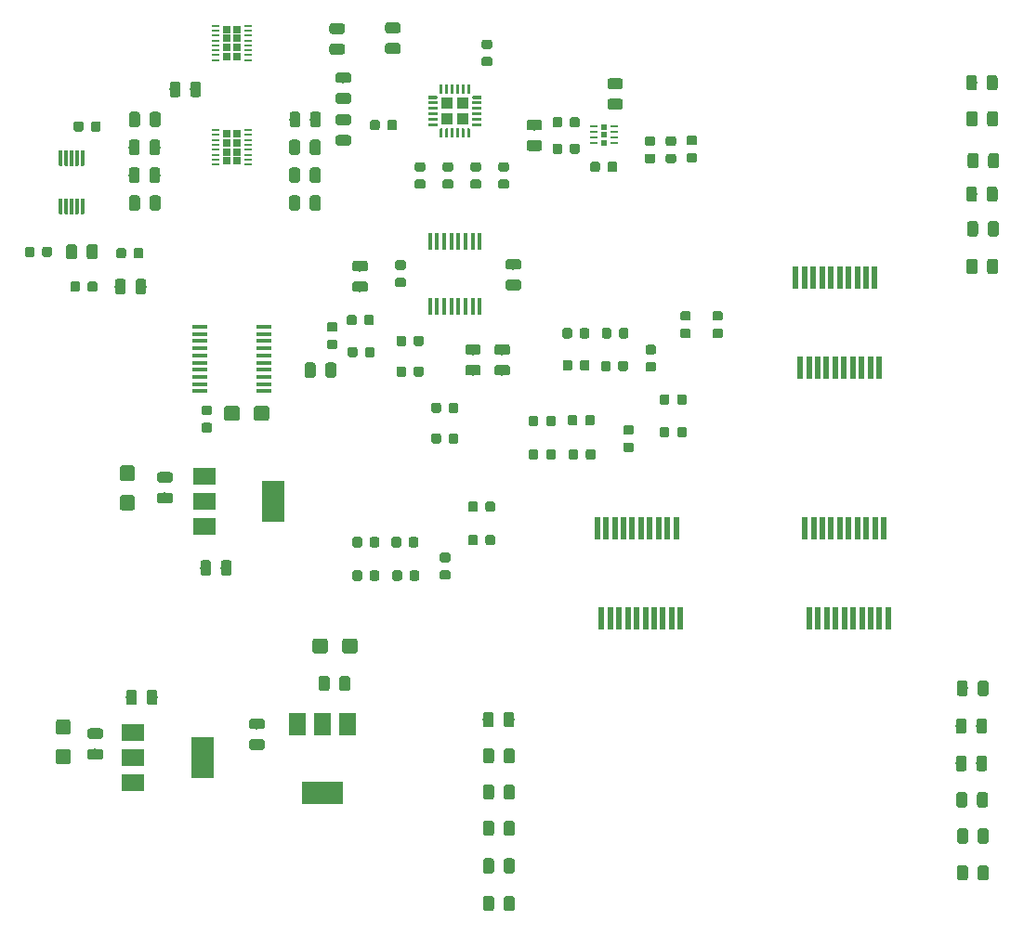
<source format=gbr>
G04 #@! TF.GenerationSoftware,KiCad,Pcbnew,(5.1.0)-1*
G04 #@! TF.CreationDate,2019-04-11T14:20:27+03:00*
G04 #@! TF.ProjectId,OF_link_CATV_tester-Aleksejsm,4f465f6c-696e-46b5-9f43-4154565f7465,rev?*
G04 #@! TF.SameCoordinates,Original*
G04 #@! TF.FileFunction,Paste,Top*
G04 #@! TF.FilePolarity,Positive*
%FSLAX46Y46*%
G04 Gerber Fmt 4.6, Leading zero omitted, Abs format (unit mm)*
G04 Created by KiCad (PCBNEW (5.1.0)-1) date 2019-04-11 14:20:27*
%MOMM*%
%LPD*%
G04 APERTURE LIST*
%ADD10C,0.100000*%
%ADD11C,0.975000*%
%ADD12R,0.500000X2.000000*%
%ADD13C,0.875000*%
%ADD14R,2.000000X3.800000*%
%ADD15R,2.000000X1.500000*%
%ADD16R,1.500000X2.000000*%
%ADD17R,3.800000X2.000000*%
%ADD18C,1.350000*%
%ADD19R,0.500000X0.590000*%
%ADD20R,0.700000X0.250000*%
%ADD21C,0.300000*%
%ADD22R,1.450000X0.450000*%
%ADD23R,1.100000X1.100000*%
%ADD24C,0.280000*%
%ADD25R,0.450000X1.500000*%
%ADD26R,0.685000X0.670000*%
G04 APERTURE END LIST*
D10*
G36*
X109001642Y-85903674D02*
G01*
X109025303Y-85907184D01*
X109048507Y-85912996D01*
X109071029Y-85921054D01*
X109092653Y-85931282D01*
X109113170Y-85943579D01*
X109132383Y-85957829D01*
X109150107Y-85973893D01*
X109166171Y-85991617D01*
X109180421Y-86010830D01*
X109192718Y-86031347D01*
X109202946Y-86052971D01*
X109211004Y-86075493D01*
X109216816Y-86098697D01*
X109220326Y-86122358D01*
X109221500Y-86146250D01*
X109221500Y-86633750D01*
X109220326Y-86657642D01*
X109216816Y-86681303D01*
X109211004Y-86704507D01*
X109202946Y-86727029D01*
X109192718Y-86748653D01*
X109180421Y-86769170D01*
X109166171Y-86788383D01*
X109150107Y-86806107D01*
X109132383Y-86822171D01*
X109113170Y-86836421D01*
X109092653Y-86848718D01*
X109071029Y-86858946D01*
X109048507Y-86867004D01*
X109025303Y-86872816D01*
X109001642Y-86876326D01*
X108977750Y-86877500D01*
X108065250Y-86877500D01*
X108041358Y-86876326D01*
X108017697Y-86872816D01*
X107994493Y-86867004D01*
X107971971Y-86858946D01*
X107950347Y-86848718D01*
X107929830Y-86836421D01*
X107910617Y-86822171D01*
X107892893Y-86806107D01*
X107876829Y-86788383D01*
X107862579Y-86769170D01*
X107850282Y-86748653D01*
X107840054Y-86727029D01*
X107831996Y-86704507D01*
X107826184Y-86681303D01*
X107822674Y-86657642D01*
X107821500Y-86633750D01*
X107821500Y-86146250D01*
X107822674Y-86122358D01*
X107826184Y-86098697D01*
X107831996Y-86075493D01*
X107840054Y-86052971D01*
X107850282Y-86031347D01*
X107862579Y-86010830D01*
X107876829Y-85991617D01*
X107892893Y-85973893D01*
X107910617Y-85957829D01*
X107929830Y-85943579D01*
X107950347Y-85931282D01*
X107971971Y-85921054D01*
X107994493Y-85912996D01*
X108017697Y-85907184D01*
X108041358Y-85903674D01*
X108065250Y-85902500D01*
X108977750Y-85902500D01*
X109001642Y-85903674D01*
X109001642Y-85903674D01*
G37*
D11*
X108521500Y-86390000D03*
D10*
G36*
X109001642Y-87778674D02*
G01*
X109025303Y-87782184D01*
X109048507Y-87787996D01*
X109071029Y-87796054D01*
X109092653Y-87806282D01*
X109113170Y-87818579D01*
X109132383Y-87832829D01*
X109150107Y-87848893D01*
X109166171Y-87866617D01*
X109180421Y-87885830D01*
X109192718Y-87906347D01*
X109202946Y-87927971D01*
X109211004Y-87950493D01*
X109216816Y-87973697D01*
X109220326Y-87997358D01*
X109221500Y-88021250D01*
X109221500Y-88508750D01*
X109220326Y-88532642D01*
X109216816Y-88556303D01*
X109211004Y-88579507D01*
X109202946Y-88602029D01*
X109192718Y-88623653D01*
X109180421Y-88644170D01*
X109166171Y-88663383D01*
X109150107Y-88681107D01*
X109132383Y-88697171D01*
X109113170Y-88711421D01*
X109092653Y-88723718D01*
X109071029Y-88733946D01*
X109048507Y-88742004D01*
X109025303Y-88747816D01*
X109001642Y-88751326D01*
X108977750Y-88752500D01*
X108065250Y-88752500D01*
X108041358Y-88751326D01*
X108017697Y-88747816D01*
X107994493Y-88742004D01*
X107971971Y-88733946D01*
X107950347Y-88723718D01*
X107929830Y-88711421D01*
X107910617Y-88697171D01*
X107892893Y-88681107D01*
X107876829Y-88663383D01*
X107862579Y-88644170D01*
X107850282Y-88623653D01*
X107840054Y-88602029D01*
X107831996Y-88579507D01*
X107826184Y-88556303D01*
X107822674Y-88532642D01*
X107821500Y-88508750D01*
X107821500Y-88021250D01*
X107822674Y-87997358D01*
X107826184Y-87973697D01*
X107831996Y-87950493D01*
X107840054Y-87927971D01*
X107850282Y-87906347D01*
X107862579Y-87885830D01*
X107876829Y-87866617D01*
X107892893Y-87848893D01*
X107910617Y-87832829D01*
X107929830Y-87818579D01*
X107950347Y-87806282D01*
X107971971Y-87796054D01*
X107994493Y-87787996D01*
X108017697Y-87782184D01*
X108041358Y-87778674D01*
X108065250Y-87777500D01*
X108977750Y-87777500D01*
X109001642Y-87778674D01*
X109001642Y-87778674D01*
G37*
D11*
X108521500Y-88265000D03*
D10*
G36*
X103921642Y-85967174D02*
G01*
X103945303Y-85970684D01*
X103968507Y-85976496D01*
X103991029Y-85984554D01*
X104012653Y-85994782D01*
X104033170Y-86007079D01*
X104052383Y-86021329D01*
X104070107Y-86037393D01*
X104086171Y-86055117D01*
X104100421Y-86074330D01*
X104112718Y-86094847D01*
X104122946Y-86116471D01*
X104131004Y-86138993D01*
X104136816Y-86162197D01*
X104140326Y-86185858D01*
X104141500Y-86209750D01*
X104141500Y-86697250D01*
X104140326Y-86721142D01*
X104136816Y-86744803D01*
X104131004Y-86768007D01*
X104122946Y-86790529D01*
X104112718Y-86812153D01*
X104100421Y-86832670D01*
X104086171Y-86851883D01*
X104070107Y-86869607D01*
X104052383Y-86885671D01*
X104033170Y-86899921D01*
X104012653Y-86912218D01*
X103991029Y-86922446D01*
X103968507Y-86930504D01*
X103945303Y-86936316D01*
X103921642Y-86939826D01*
X103897750Y-86941000D01*
X102985250Y-86941000D01*
X102961358Y-86939826D01*
X102937697Y-86936316D01*
X102914493Y-86930504D01*
X102891971Y-86922446D01*
X102870347Y-86912218D01*
X102849830Y-86899921D01*
X102830617Y-86885671D01*
X102812893Y-86869607D01*
X102796829Y-86851883D01*
X102782579Y-86832670D01*
X102770282Y-86812153D01*
X102760054Y-86790529D01*
X102751996Y-86768007D01*
X102746184Y-86744803D01*
X102742674Y-86721142D01*
X102741500Y-86697250D01*
X102741500Y-86209750D01*
X102742674Y-86185858D01*
X102746184Y-86162197D01*
X102751996Y-86138993D01*
X102760054Y-86116471D01*
X102770282Y-86094847D01*
X102782579Y-86074330D01*
X102796829Y-86055117D01*
X102812893Y-86037393D01*
X102830617Y-86021329D01*
X102849830Y-86007079D01*
X102870347Y-85994782D01*
X102891971Y-85984554D01*
X102914493Y-85976496D01*
X102937697Y-85970684D01*
X102961358Y-85967174D01*
X102985250Y-85966000D01*
X103897750Y-85966000D01*
X103921642Y-85967174D01*
X103921642Y-85967174D01*
G37*
D11*
X103441500Y-86453500D03*
D10*
G36*
X103921642Y-87842174D02*
G01*
X103945303Y-87845684D01*
X103968507Y-87851496D01*
X103991029Y-87859554D01*
X104012653Y-87869782D01*
X104033170Y-87882079D01*
X104052383Y-87896329D01*
X104070107Y-87912393D01*
X104086171Y-87930117D01*
X104100421Y-87949330D01*
X104112718Y-87969847D01*
X104122946Y-87991471D01*
X104131004Y-88013993D01*
X104136816Y-88037197D01*
X104140326Y-88060858D01*
X104141500Y-88084750D01*
X104141500Y-88572250D01*
X104140326Y-88596142D01*
X104136816Y-88619803D01*
X104131004Y-88643007D01*
X104122946Y-88665529D01*
X104112718Y-88687153D01*
X104100421Y-88707670D01*
X104086171Y-88726883D01*
X104070107Y-88744607D01*
X104052383Y-88760671D01*
X104033170Y-88774921D01*
X104012653Y-88787218D01*
X103991029Y-88797446D01*
X103968507Y-88805504D01*
X103945303Y-88811316D01*
X103921642Y-88814826D01*
X103897750Y-88816000D01*
X102985250Y-88816000D01*
X102961358Y-88814826D01*
X102937697Y-88811316D01*
X102914493Y-88805504D01*
X102891971Y-88797446D01*
X102870347Y-88787218D01*
X102849830Y-88774921D01*
X102830617Y-88760671D01*
X102812893Y-88744607D01*
X102796829Y-88726883D01*
X102782579Y-88707670D01*
X102770282Y-88687153D01*
X102760054Y-88665529D01*
X102751996Y-88643007D01*
X102746184Y-88619803D01*
X102742674Y-88596142D01*
X102741500Y-88572250D01*
X102741500Y-88084750D01*
X102742674Y-88060858D01*
X102746184Y-88037197D01*
X102751996Y-88013993D01*
X102760054Y-87991471D01*
X102770282Y-87969847D01*
X102782579Y-87949330D01*
X102796829Y-87930117D01*
X102812893Y-87912393D01*
X102830617Y-87896329D01*
X102849830Y-87882079D01*
X102870347Y-87869782D01*
X102891971Y-87859554D01*
X102914493Y-87851496D01*
X102937697Y-87845684D01*
X102961358Y-87842174D01*
X102985250Y-87841000D01*
X103897750Y-87841000D01*
X103921642Y-87842174D01*
X103921642Y-87842174D01*
G37*
D11*
X103441500Y-88328500D03*
D12*
X134737000Y-140243999D03*
X134337000Y-132044001D03*
X133937000Y-140243999D03*
X133537000Y-132044001D03*
X133137000Y-140243999D03*
X132737000Y-132044001D03*
X132337000Y-140243999D03*
X131937000Y-132044001D03*
X131537000Y-140243999D03*
X131137000Y-132044001D03*
X130737000Y-140243999D03*
X130337000Y-132044001D03*
X129937000Y-140243999D03*
X129537000Y-132044001D03*
X129137000Y-140243999D03*
X128737000Y-132044001D03*
X128337000Y-140243999D03*
X127937000Y-132044001D03*
X127537000Y-140243999D03*
X127137000Y-132044001D03*
X145234500Y-109184001D03*
X145634500Y-117383999D03*
X146034500Y-109184001D03*
X146434500Y-117383999D03*
X146834500Y-109184001D03*
X147234500Y-117383999D03*
X147634500Y-109184001D03*
X148034500Y-117383999D03*
X148434500Y-109184001D03*
X148834500Y-117383999D03*
X149234500Y-109184001D03*
X149634500Y-117383999D03*
X150034500Y-109184001D03*
X150434500Y-117383999D03*
X150834500Y-109184001D03*
X151234500Y-117383999D03*
X151634500Y-109184001D03*
X152034500Y-117383999D03*
X152434500Y-109184001D03*
X152834500Y-117383999D03*
X153660000Y-140243999D03*
X153260000Y-132044001D03*
X152860000Y-140243999D03*
X152460000Y-132044001D03*
X152060000Y-140243999D03*
X151660000Y-132044001D03*
X151260000Y-140243999D03*
X150860000Y-132044001D03*
X150460000Y-140243999D03*
X150060000Y-132044001D03*
X149660000Y-140243999D03*
X149260000Y-132044001D03*
X148860000Y-140243999D03*
X148460000Y-132044001D03*
X148060000Y-140243999D03*
X147660000Y-132044001D03*
X147260000Y-140243999D03*
X146860000Y-132044001D03*
X146460000Y-140243999D03*
X146060000Y-132044001D03*
D10*
G36*
X161524142Y-100837674D02*
G01*
X161547803Y-100841184D01*
X161571007Y-100846996D01*
X161593529Y-100855054D01*
X161615153Y-100865282D01*
X161635670Y-100877579D01*
X161654883Y-100891829D01*
X161672607Y-100907893D01*
X161688671Y-100925617D01*
X161702921Y-100944830D01*
X161715218Y-100965347D01*
X161725446Y-100986971D01*
X161733504Y-101009493D01*
X161739316Y-101032697D01*
X161742826Y-101056358D01*
X161744000Y-101080250D01*
X161744000Y-101992750D01*
X161742826Y-102016642D01*
X161739316Y-102040303D01*
X161733504Y-102063507D01*
X161725446Y-102086029D01*
X161715218Y-102107653D01*
X161702921Y-102128170D01*
X161688671Y-102147383D01*
X161672607Y-102165107D01*
X161654883Y-102181171D01*
X161635670Y-102195421D01*
X161615153Y-102207718D01*
X161593529Y-102217946D01*
X161571007Y-102226004D01*
X161547803Y-102231816D01*
X161524142Y-102235326D01*
X161500250Y-102236500D01*
X161012750Y-102236500D01*
X160988858Y-102235326D01*
X160965197Y-102231816D01*
X160941993Y-102226004D01*
X160919471Y-102217946D01*
X160897847Y-102207718D01*
X160877330Y-102195421D01*
X160858117Y-102181171D01*
X160840393Y-102165107D01*
X160824329Y-102147383D01*
X160810079Y-102128170D01*
X160797782Y-102107653D01*
X160787554Y-102086029D01*
X160779496Y-102063507D01*
X160773684Y-102040303D01*
X160770174Y-102016642D01*
X160769000Y-101992750D01*
X160769000Y-101080250D01*
X160770174Y-101056358D01*
X160773684Y-101032697D01*
X160779496Y-101009493D01*
X160787554Y-100986971D01*
X160797782Y-100965347D01*
X160810079Y-100944830D01*
X160824329Y-100925617D01*
X160840393Y-100907893D01*
X160858117Y-100891829D01*
X160877330Y-100877579D01*
X160897847Y-100865282D01*
X160919471Y-100855054D01*
X160941993Y-100846996D01*
X160965197Y-100841184D01*
X160988858Y-100837674D01*
X161012750Y-100836500D01*
X161500250Y-100836500D01*
X161524142Y-100837674D01*
X161524142Y-100837674D01*
G37*
D11*
X161256500Y-101536500D03*
D10*
G36*
X163399142Y-100837674D02*
G01*
X163422803Y-100841184D01*
X163446007Y-100846996D01*
X163468529Y-100855054D01*
X163490153Y-100865282D01*
X163510670Y-100877579D01*
X163529883Y-100891829D01*
X163547607Y-100907893D01*
X163563671Y-100925617D01*
X163577921Y-100944830D01*
X163590218Y-100965347D01*
X163600446Y-100986971D01*
X163608504Y-101009493D01*
X163614316Y-101032697D01*
X163617826Y-101056358D01*
X163619000Y-101080250D01*
X163619000Y-101992750D01*
X163617826Y-102016642D01*
X163614316Y-102040303D01*
X163608504Y-102063507D01*
X163600446Y-102086029D01*
X163590218Y-102107653D01*
X163577921Y-102128170D01*
X163563671Y-102147383D01*
X163547607Y-102165107D01*
X163529883Y-102181171D01*
X163510670Y-102195421D01*
X163490153Y-102207718D01*
X163468529Y-102217946D01*
X163446007Y-102226004D01*
X163422803Y-102231816D01*
X163399142Y-102235326D01*
X163375250Y-102236500D01*
X162887750Y-102236500D01*
X162863858Y-102235326D01*
X162840197Y-102231816D01*
X162816993Y-102226004D01*
X162794471Y-102217946D01*
X162772847Y-102207718D01*
X162752330Y-102195421D01*
X162733117Y-102181171D01*
X162715393Y-102165107D01*
X162699329Y-102147383D01*
X162685079Y-102128170D01*
X162672782Y-102107653D01*
X162662554Y-102086029D01*
X162654496Y-102063507D01*
X162648684Y-102040303D01*
X162645174Y-102016642D01*
X162644000Y-101992750D01*
X162644000Y-101080250D01*
X162645174Y-101056358D01*
X162648684Y-101032697D01*
X162654496Y-101009493D01*
X162662554Y-100986971D01*
X162672782Y-100965347D01*
X162685079Y-100944830D01*
X162699329Y-100925617D01*
X162715393Y-100907893D01*
X162733117Y-100891829D01*
X162752330Y-100877579D01*
X162772847Y-100865282D01*
X162794471Y-100855054D01*
X162816993Y-100846996D01*
X162840197Y-100841184D01*
X162863858Y-100837674D01*
X162887750Y-100836500D01*
X163375250Y-100836500D01*
X163399142Y-100837674D01*
X163399142Y-100837674D01*
G37*
D11*
X163131500Y-101536500D03*
D10*
G36*
X161651142Y-97789674D02*
G01*
X161674803Y-97793184D01*
X161698007Y-97798996D01*
X161720529Y-97807054D01*
X161742153Y-97817282D01*
X161762670Y-97829579D01*
X161781883Y-97843829D01*
X161799607Y-97859893D01*
X161815671Y-97877617D01*
X161829921Y-97896830D01*
X161842218Y-97917347D01*
X161852446Y-97938971D01*
X161860504Y-97961493D01*
X161866316Y-97984697D01*
X161869826Y-98008358D01*
X161871000Y-98032250D01*
X161871000Y-98944750D01*
X161869826Y-98968642D01*
X161866316Y-98992303D01*
X161860504Y-99015507D01*
X161852446Y-99038029D01*
X161842218Y-99059653D01*
X161829921Y-99080170D01*
X161815671Y-99099383D01*
X161799607Y-99117107D01*
X161781883Y-99133171D01*
X161762670Y-99147421D01*
X161742153Y-99159718D01*
X161720529Y-99169946D01*
X161698007Y-99178004D01*
X161674803Y-99183816D01*
X161651142Y-99187326D01*
X161627250Y-99188500D01*
X161139750Y-99188500D01*
X161115858Y-99187326D01*
X161092197Y-99183816D01*
X161068993Y-99178004D01*
X161046471Y-99169946D01*
X161024847Y-99159718D01*
X161004330Y-99147421D01*
X160985117Y-99133171D01*
X160967393Y-99117107D01*
X160951329Y-99099383D01*
X160937079Y-99080170D01*
X160924782Y-99059653D01*
X160914554Y-99038029D01*
X160906496Y-99015507D01*
X160900684Y-98992303D01*
X160897174Y-98968642D01*
X160896000Y-98944750D01*
X160896000Y-98032250D01*
X160897174Y-98008358D01*
X160900684Y-97984697D01*
X160906496Y-97961493D01*
X160914554Y-97938971D01*
X160924782Y-97917347D01*
X160937079Y-97896830D01*
X160951329Y-97877617D01*
X160967393Y-97859893D01*
X160985117Y-97843829D01*
X161004330Y-97829579D01*
X161024847Y-97817282D01*
X161046471Y-97807054D01*
X161068993Y-97798996D01*
X161092197Y-97793184D01*
X161115858Y-97789674D01*
X161139750Y-97788500D01*
X161627250Y-97788500D01*
X161651142Y-97789674D01*
X161651142Y-97789674D01*
G37*
D11*
X161383500Y-98488500D03*
D10*
G36*
X163526142Y-97789674D02*
G01*
X163549803Y-97793184D01*
X163573007Y-97798996D01*
X163595529Y-97807054D01*
X163617153Y-97817282D01*
X163637670Y-97829579D01*
X163656883Y-97843829D01*
X163674607Y-97859893D01*
X163690671Y-97877617D01*
X163704921Y-97896830D01*
X163717218Y-97917347D01*
X163727446Y-97938971D01*
X163735504Y-97961493D01*
X163741316Y-97984697D01*
X163744826Y-98008358D01*
X163746000Y-98032250D01*
X163746000Y-98944750D01*
X163744826Y-98968642D01*
X163741316Y-98992303D01*
X163735504Y-99015507D01*
X163727446Y-99038029D01*
X163717218Y-99059653D01*
X163704921Y-99080170D01*
X163690671Y-99099383D01*
X163674607Y-99117107D01*
X163656883Y-99133171D01*
X163637670Y-99147421D01*
X163617153Y-99159718D01*
X163595529Y-99169946D01*
X163573007Y-99178004D01*
X163549803Y-99183816D01*
X163526142Y-99187326D01*
X163502250Y-99188500D01*
X163014750Y-99188500D01*
X162990858Y-99187326D01*
X162967197Y-99183816D01*
X162943993Y-99178004D01*
X162921471Y-99169946D01*
X162899847Y-99159718D01*
X162879330Y-99147421D01*
X162860117Y-99133171D01*
X162842393Y-99117107D01*
X162826329Y-99099383D01*
X162812079Y-99080170D01*
X162799782Y-99059653D01*
X162789554Y-99038029D01*
X162781496Y-99015507D01*
X162775684Y-98992303D01*
X162772174Y-98968642D01*
X162771000Y-98944750D01*
X162771000Y-98032250D01*
X162772174Y-98008358D01*
X162775684Y-97984697D01*
X162781496Y-97961493D01*
X162789554Y-97938971D01*
X162799782Y-97917347D01*
X162812079Y-97896830D01*
X162826329Y-97877617D01*
X162842393Y-97859893D01*
X162860117Y-97843829D01*
X162879330Y-97829579D01*
X162899847Y-97817282D01*
X162921471Y-97807054D01*
X162943993Y-97798996D01*
X162967197Y-97793184D01*
X162990858Y-97789674D01*
X163014750Y-97788500D01*
X163502250Y-97788500D01*
X163526142Y-97789674D01*
X163526142Y-97789674D01*
G37*
D11*
X163258500Y-98488500D03*
D10*
G36*
X161557642Y-93979674D02*
G01*
X161581303Y-93983184D01*
X161604507Y-93988996D01*
X161627029Y-93997054D01*
X161648653Y-94007282D01*
X161669170Y-94019579D01*
X161688383Y-94033829D01*
X161706107Y-94049893D01*
X161722171Y-94067617D01*
X161736421Y-94086830D01*
X161748718Y-94107347D01*
X161758946Y-94128971D01*
X161767004Y-94151493D01*
X161772816Y-94174697D01*
X161776326Y-94198358D01*
X161777500Y-94222250D01*
X161777500Y-95134750D01*
X161776326Y-95158642D01*
X161772816Y-95182303D01*
X161767004Y-95205507D01*
X161758946Y-95228029D01*
X161748718Y-95249653D01*
X161736421Y-95270170D01*
X161722171Y-95289383D01*
X161706107Y-95307107D01*
X161688383Y-95323171D01*
X161669170Y-95337421D01*
X161648653Y-95349718D01*
X161627029Y-95359946D01*
X161604507Y-95368004D01*
X161581303Y-95373816D01*
X161557642Y-95377326D01*
X161533750Y-95378500D01*
X161046250Y-95378500D01*
X161022358Y-95377326D01*
X160998697Y-95373816D01*
X160975493Y-95368004D01*
X160952971Y-95359946D01*
X160931347Y-95349718D01*
X160910830Y-95337421D01*
X160891617Y-95323171D01*
X160873893Y-95307107D01*
X160857829Y-95289383D01*
X160843579Y-95270170D01*
X160831282Y-95249653D01*
X160821054Y-95228029D01*
X160812996Y-95205507D01*
X160807184Y-95182303D01*
X160803674Y-95158642D01*
X160802500Y-95134750D01*
X160802500Y-94222250D01*
X160803674Y-94198358D01*
X160807184Y-94174697D01*
X160812996Y-94151493D01*
X160821054Y-94128971D01*
X160831282Y-94107347D01*
X160843579Y-94086830D01*
X160857829Y-94067617D01*
X160873893Y-94049893D01*
X160891617Y-94033829D01*
X160910830Y-94019579D01*
X160931347Y-94007282D01*
X160952971Y-93997054D01*
X160975493Y-93988996D01*
X160998697Y-93983184D01*
X161022358Y-93979674D01*
X161046250Y-93978500D01*
X161533750Y-93978500D01*
X161557642Y-93979674D01*
X161557642Y-93979674D01*
G37*
D11*
X161290000Y-94678500D03*
D10*
G36*
X163432642Y-93979674D02*
G01*
X163456303Y-93983184D01*
X163479507Y-93988996D01*
X163502029Y-93997054D01*
X163523653Y-94007282D01*
X163544170Y-94019579D01*
X163563383Y-94033829D01*
X163581107Y-94049893D01*
X163597171Y-94067617D01*
X163611421Y-94086830D01*
X163623718Y-94107347D01*
X163633946Y-94128971D01*
X163642004Y-94151493D01*
X163647816Y-94174697D01*
X163651326Y-94198358D01*
X163652500Y-94222250D01*
X163652500Y-95134750D01*
X163651326Y-95158642D01*
X163647816Y-95182303D01*
X163642004Y-95205507D01*
X163633946Y-95228029D01*
X163623718Y-95249653D01*
X163611421Y-95270170D01*
X163597171Y-95289383D01*
X163581107Y-95307107D01*
X163563383Y-95323171D01*
X163544170Y-95337421D01*
X163523653Y-95349718D01*
X163502029Y-95359946D01*
X163479507Y-95368004D01*
X163456303Y-95373816D01*
X163432642Y-95377326D01*
X163408750Y-95378500D01*
X162921250Y-95378500D01*
X162897358Y-95377326D01*
X162873697Y-95373816D01*
X162850493Y-95368004D01*
X162827971Y-95359946D01*
X162806347Y-95349718D01*
X162785830Y-95337421D01*
X162766617Y-95323171D01*
X162748893Y-95307107D01*
X162732829Y-95289383D01*
X162718579Y-95270170D01*
X162706282Y-95249653D01*
X162696054Y-95228029D01*
X162687996Y-95205507D01*
X162682184Y-95182303D01*
X162678674Y-95158642D01*
X162677500Y-95134750D01*
X162677500Y-94222250D01*
X162678674Y-94198358D01*
X162682184Y-94174697D01*
X162687996Y-94151493D01*
X162696054Y-94128971D01*
X162706282Y-94107347D01*
X162718579Y-94086830D01*
X162732829Y-94067617D01*
X162748893Y-94049893D01*
X162766617Y-94033829D01*
X162785830Y-94019579D01*
X162806347Y-94007282D01*
X162827971Y-93997054D01*
X162850493Y-93988996D01*
X162873697Y-93983184D01*
X162897358Y-93979674D01*
X162921250Y-93978500D01*
X163408750Y-93978500D01*
X163432642Y-93979674D01*
X163432642Y-93979674D01*
G37*
D11*
X163165000Y-94678500D03*
D10*
G36*
X161524142Y-90677674D02*
G01*
X161547803Y-90681184D01*
X161571007Y-90686996D01*
X161593529Y-90695054D01*
X161615153Y-90705282D01*
X161635670Y-90717579D01*
X161654883Y-90731829D01*
X161672607Y-90747893D01*
X161688671Y-90765617D01*
X161702921Y-90784830D01*
X161715218Y-90805347D01*
X161725446Y-90826971D01*
X161733504Y-90849493D01*
X161739316Y-90872697D01*
X161742826Y-90896358D01*
X161744000Y-90920250D01*
X161744000Y-91832750D01*
X161742826Y-91856642D01*
X161739316Y-91880303D01*
X161733504Y-91903507D01*
X161725446Y-91926029D01*
X161715218Y-91947653D01*
X161702921Y-91968170D01*
X161688671Y-91987383D01*
X161672607Y-92005107D01*
X161654883Y-92021171D01*
X161635670Y-92035421D01*
X161615153Y-92047718D01*
X161593529Y-92057946D01*
X161571007Y-92066004D01*
X161547803Y-92071816D01*
X161524142Y-92075326D01*
X161500250Y-92076500D01*
X161012750Y-92076500D01*
X160988858Y-92075326D01*
X160965197Y-92071816D01*
X160941993Y-92066004D01*
X160919471Y-92057946D01*
X160897847Y-92047718D01*
X160877330Y-92035421D01*
X160858117Y-92021171D01*
X160840393Y-92005107D01*
X160824329Y-91987383D01*
X160810079Y-91968170D01*
X160797782Y-91947653D01*
X160787554Y-91926029D01*
X160779496Y-91903507D01*
X160773684Y-91880303D01*
X160770174Y-91856642D01*
X160769000Y-91832750D01*
X160769000Y-90920250D01*
X160770174Y-90896358D01*
X160773684Y-90872697D01*
X160779496Y-90849493D01*
X160787554Y-90826971D01*
X160797782Y-90805347D01*
X160810079Y-90784830D01*
X160824329Y-90765617D01*
X160840393Y-90747893D01*
X160858117Y-90731829D01*
X160877330Y-90717579D01*
X160897847Y-90705282D01*
X160919471Y-90695054D01*
X160941993Y-90686996D01*
X160965197Y-90681184D01*
X160988858Y-90677674D01*
X161012750Y-90676500D01*
X161500250Y-90676500D01*
X161524142Y-90677674D01*
X161524142Y-90677674D01*
G37*
D11*
X161256500Y-91376500D03*
D10*
G36*
X163399142Y-90677674D02*
G01*
X163422803Y-90681184D01*
X163446007Y-90686996D01*
X163468529Y-90695054D01*
X163490153Y-90705282D01*
X163510670Y-90717579D01*
X163529883Y-90731829D01*
X163547607Y-90747893D01*
X163563671Y-90765617D01*
X163577921Y-90784830D01*
X163590218Y-90805347D01*
X163600446Y-90826971D01*
X163608504Y-90849493D01*
X163614316Y-90872697D01*
X163617826Y-90896358D01*
X163619000Y-90920250D01*
X163619000Y-91832750D01*
X163617826Y-91856642D01*
X163614316Y-91880303D01*
X163608504Y-91903507D01*
X163600446Y-91926029D01*
X163590218Y-91947653D01*
X163577921Y-91968170D01*
X163563671Y-91987383D01*
X163547607Y-92005107D01*
X163529883Y-92021171D01*
X163510670Y-92035421D01*
X163490153Y-92047718D01*
X163468529Y-92057946D01*
X163446007Y-92066004D01*
X163422803Y-92071816D01*
X163399142Y-92075326D01*
X163375250Y-92076500D01*
X162887750Y-92076500D01*
X162863858Y-92075326D01*
X162840197Y-92071816D01*
X162816993Y-92066004D01*
X162794471Y-92057946D01*
X162772847Y-92047718D01*
X162752330Y-92035421D01*
X162733117Y-92021171D01*
X162715393Y-92005107D01*
X162699329Y-91987383D01*
X162685079Y-91968170D01*
X162672782Y-91947653D01*
X162662554Y-91926029D01*
X162654496Y-91903507D01*
X162648684Y-91880303D01*
X162645174Y-91856642D01*
X162644000Y-91832750D01*
X162644000Y-90920250D01*
X162645174Y-90896358D01*
X162648684Y-90872697D01*
X162654496Y-90849493D01*
X162662554Y-90826971D01*
X162672782Y-90805347D01*
X162685079Y-90784830D01*
X162699329Y-90765617D01*
X162715393Y-90747893D01*
X162733117Y-90731829D01*
X162752330Y-90717579D01*
X162772847Y-90705282D01*
X162794471Y-90695054D01*
X162816993Y-90686996D01*
X162840197Y-90681184D01*
X162863858Y-90677674D01*
X162887750Y-90676500D01*
X163375250Y-90676500D01*
X163399142Y-90677674D01*
X163399142Y-90677674D01*
G37*
D11*
X163131500Y-91376500D03*
D10*
G36*
X161621142Y-104012674D02*
G01*
X161644803Y-104016184D01*
X161668007Y-104021996D01*
X161690529Y-104030054D01*
X161712153Y-104040282D01*
X161732670Y-104052579D01*
X161751883Y-104066829D01*
X161769607Y-104082893D01*
X161785671Y-104100617D01*
X161799921Y-104119830D01*
X161812218Y-104140347D01*
X161822446Y-104161971D01*
X161830504Y-104184493D01*
X161836316Y-104207697D01*
X161839826Y-104231358D01*
X161841000Y-104255250D01*
X161841000Y-105167750D01*
X161839826Y-105191642D01*
X161836316Y-105215303D01*
X161830504Y-105238507D01*
X161822446Y-105261029D01*
X161812218Y-105282653D01*
X161799921Y-105303170D01*
X161785671Y-105322383D01*
X161769607Y-105340107D01*
X161751883Y-105356171D01*
X161732670Y-105370421D01*
X161712153Y-105382718D01*
X161690529Y-105392946D01*
X161668007Y-105401004D01*
X161644803Y-105406816D01*
X161621142Y-105410326D01*
X161597250Y-105411500D01*
X161109750Y-105411500D01*
X161085858Y-105410326D01*
X161062197Y-105406816D01*
X161038993Y-105401004D01*
X161016471Y-105392946D01*
X160994847Y-105382718D01*
X160974330Y-105370421D01*
X160955117Y-105356171D01*
X160937393Y-105340107D01*
X160921329Y-105322383D01*
X160907079Y-105303170D01*
X160894782Y-105282653D01*
X160884554Y-105261029D01*
X160876496Y-105238507D01*
X160870684Y-105215303D01*
X160867174Y-105191642D01*
X160866000Y-105167750D01*
X160866000Y-104255250D01*
X160867174Y-104231358D01*
X160870684Y-104207697D01*
X160876496Y-104184493D01*
X160884554Y-104161971D01*
X160894782Y-104140347D01*
X160907079Y-104119830D01*
X160921329Y-104100617D01*
X160937393Y-104082893D01*
X160955117Y-104066829D01*
X160974330Y-104052579D01*
X160994847Y-104040282D01*
X161016471Y-104030054D01*
X161038993Y-104021996D01*
X161062197Y-104016184D01*
X161085858Y-104012674D01*
X161109750Y-104011500D01*
X161597250Y-104011500D01*
X161621142Y-104012674D01*
X161621142Y-104012674D01*
G37*
D11*
X161353500Y-104711500D03*
D10*
G36*
X163496142Y-104012674D02*
G01*
X163519803Y-104016184D01*
X163543007Y-104021996D01*
X163565529Y-104030054D01*
X163587153Y-104040282D01*
X163607670Y-104052579D01*
X163626883Y-104066829D01*
X163644607Y-104082893D01*
X163660671Y-104100617D01*
X163674921Y-104119830D01*
X163687218Y-104140347D01*
X163697446Y-104161971D01*
X163705504Y-104184493D01*
X163711316Y-104207697D01*
X163714826Y-104231358D01*
X163716000Y-104255250D01*
X163716000Y-105167750D01*
X163714826Y-105191642D01*
X163711316Y-105215303D01*
X163705504Y-105238507D01*
X163697446Y-105261029D01*
X163687218Y-105282653D01*
X163674921Y-105303170D01*
X163660671Y-105322383D01*
X163644607Y-105340107D01*
X163626883Y-105356171D01*
X163607670Y-105370421D01*
X163587153Y-105382718D01*
X163565529Y-105392946D01*
X163543007Y-105401004D01*
X163519803Y-105406816D01*
X163496142Y-105410326D01*
X163472250Y-105411500D01*
X162984750Y-105411500D01*
X162960858Y-105410326D01*
X162937197Y-105406816D01*
X162913993Y-105401004D01*
X162891471Y-105392946D01*
X162869847Y-105382718D01*
X162849330Y-105370421D01*
X162830117Y-105356171D01*
X162812393Y-105340107D01*
X162796329Y-105322383D01*
X162782079Y-105303170D01*
X162769782Y-105282653D01*
X162759554Y-105261029D01*
X162751496Y-105238507D01*
X162745684Y-105215303D01*
X162742174Y-105191642D01*
X162741000Y-105167750D01*
X162741000Y-104255250D01*
X162742174Y-104231358D01*
X162745684Y-104207697D01*
X162751496Y-104184493D01*
X162759554Y-104161971D01*
X162769782Y-104140347D01*
X162782079Y-104119830D01*
X162796329Y-104100617D01*
X162812393Y-104082893D01*
X162830117Y-104066829D01*
X162849330Y-104052579D01*
X162869847Y-104040282D01*
X162891471Y-104030054D01*
X162913993Y-104021996D01*
X162937197Y-104016184D01*
X162960858Y-104012674D01*
X162984750Y-104011500D01*
X163472250Y-104011500D01*
X163496142Y-104012674D01*
X163496142Y-104012674D01*
G37*
D11*
X163228500Y-104711500D03*
D10*
G36*
X161557642Y-107441674D02*
G01*
X161581303Y-107445184D01*
X161604507Y-107450996D01*
X161627029Y-107459054D01*
X161648653Y-107469282D01*
X161669170Y-107481579D01*
X161688383Y-107495829D01*
X161706107Y-107511893D01*
X161722171Y-107529617D01*
X161736421Y-107548830D01*
X161748718Y-107569347D01*
X161758946Y-107590971D01*
X161767004Y-107613493D01*
X161772816Y-107636697D01*
X161776326Y-107660358D01*
X161777500Y-107684250D01*
X161777500Y-108596750D01*
X161776326Y-108620642D01*
X161772816Y-108644303D01*
X161767004Y-108667507D01*
X161758946Y-108690029D01*
X161748718Y-108711653D01*
X161736421Y-108732170D01*
X161722171Y-108751383D01*
X161706107Y-108769107D01*
X161688383Y-108785171D01*
X161669170Y-108799421D01*
X161648653Y-108811718D01*
X161627029Y-108821946D01*
X161604507Y-108830004D01*
X161581303Y-108835816D01*
X161557642Y-108839326D01*
X161533750Y-108840500D01*
X161046250Y-108840500D01*
X161022358Y-108839326D01*
X160998697Y-108835816D01*
X160975493Y-108830004D01*
X160952971Y-108821946D01*
X160931347Y-108811718D01*
X160910830Y-108799421D01*
X160891617Y-108785171D01*
X160873893Y-108769107D01*
X160857829Y-108751383D01*
X160843579Y-108732170D01*
X160831282Y-108711653D01*
X160821054Y-108690029D01*
X160812996Y-108667507D01*
X160807184Y-108644303D01*
X160803674Y-108620642D01*
X160802500Y-108596750D01*
X160802500Y-107684250D01*
X160803674Y-107660358D01*
X160807184Y-107636697D01*
X160812996Y-107613493D01*
X160821054Y-107590971D01*
X160831282Y-107569347D01*
X160843579Y-107548830D01*
X160857829Y-107529617D01*
X160873893Y-107511893D01*
X160891617Y-107495829D01*
X160910830Y-107481579D01*
X160931347Y-107469282D01*
X160952971Y-107459054D01*
X160975493Y-107450996D01*
X160998697Y-107445184D01*
X161022358Y-107441674D01*
X161046250Y-107440500D01*
X161533750Y-107440500D01*
X161557642Y-107441674D01*
X161557642Y-107441674D01*
G37*
D11*
X161290000Y-108140500D03*
D10*
G36*
X163432642Y-107441674D02*
G01*
X163456303Y-107445184D01*
X163479507Y-107450996D01*
X163502029Y-107459054D01*
X163523653Y-107469282D01*
X163544170Y-107481579D01*
X163563383Y-107495829D01*
X163581107Y-107511893D01*
X163597171Y-107529617D01*
X163611421Y-107548830D01*
X163623718Y-107569347D01*
X163633946Y-107590971D01*
X163642004Y-107613493D01*
X163647816Y-107636697D01*
X163651326Y-107660358D01*
X163652500Y-107684250D01*
X163652500Y-108596750D01*
X163651326Y-108620642D01*
X163647816Y-108644303D01*
X163642004Y-108667507D01*
X163633946Y-108690029D01*
X163623718Y-108711653D01*
X163611421Y-108732170D01*
X163597171Y-108751383D01*
X163581107Y-108769107D01*
X163563383Y-108785171D01*
X163544170Y-108799421D01*
X163523653Y-108811718D01*
X163502029Y-108821946D01*
X163479507Y-108830004D01*
X163456303Y-108835816D01*
X163432642Y-108839326D01*
X163408750Y-108840500D01*
X162921250Y-108840500D01*
X162897358Y-108839326D01*
X162873697Y-108835816D01*
X162850493Y-108830004D01*
X162827971Y-108821946D01*
X162806347Y-108811718D01*
X162785830Y-108799421D01*
X162766617Y-108785171D01*
X162748893Y-108769107D01*
X162732829Y-108751383D01*
X162718579Y-108732170D01*
X162706282Y-108711653D01*
X162696054Y-108690029D01*
X162687996Y-108667507D01*
X162682184Y-108644303D01*
X162678674Y-108620642D01*
X162677500Y-108596750D01*
X162677500Y-107684250D01*
X162678674Y-107660358D01*
X162682184Y-107636697D01*
X162687996Y-107613493D01*
X162696054Y-107590971D01*
X162706282Y-107569347D01*
X162718579Y-107548830D01*
X162732829Y-107529617D01*
X162748893Y-107511893D01*
X162766617Y-107495829D01*
X162785830Y-107481579D01*
X162806347Y-107469282D01*
X162827971Y-107459054D01*
X162850493Y-107450996D01*
X162873697Y-107445184D01*
X162897358Y-107441674D01*
X162921250Y-107440500D01*
X163408750Y-107440500D01*
X163432642Y-107441674D01*
X163432642Y-107441674D01*
G37*
D11*
X163165000Y-108140500D03*
D10*
G36*
X160698642Y-162750174D02*
G01*
X160722303Y-162753684D01*
X160745507Y-162759496D01*
X160768029Y-162767554D01*
X160789653Y-162777782D01*
X160810170Y-162790079D01*
X160829383Y-162804329D01*
X160847107Y-162820393D01*
X160863171Y-162838117D01*
X160877421Y-162857330D01*
X160889718Y-162877847D01*
X160899946Y-162899471D01*
X160908004Y-162921993D01*
X160913816Y-162945197D01*
X160917326Y-162968858D01*
X160918500Y-162992750D01*
X160918500Y-163905250D01*
X160917326Y-163929142D01*
X160913816Y-163952803D01*
X160908004Y-163976007D01*
X160899946Y-163998529D01*
X160889718Y-164020153D01*
X160877421Y-164040670D01*
X160863171Y-164059883D01*
X160847107Y-164077607D01*
X160829383Y-164093671D01*
X160810170Y-164107921D01*
X160789653Y-164120218D01*
X160768029Y-164130446D01*
X160745507Y-164138504D01*
X160722303Y-164144316D01*
X160698642Y-164147826D01*
X160674750Y-164149000D01*
X160187250Y-164149000D01*
X160163358Y-164147826D01*
X160139697Y-164144316D01*
X160116493Y-164138504D01*
X160093971Y-164130446D01*
X160072347Y-164120218D01*
X160051830Y-164107921D01*
X160032617Y-164093671D01*
X160014893Y-164077607D01*
X159998829Y-164059883D01*
X159984579Y-164040670D01*
X159972282Y-164020153D01*
X159962054Y-163998529D01*
X159953996Y-163976007D01*
X159948184Y-163952803D01*
X159944674Y-163929142D01*
X159943500Y-163905250D01*
X159943500Y-162992750D01*
X159944674Y-162968858D01*
X159948184Y-162945197D01*
X159953996Y-162921993D01*
X159962054Y-162899471D01*
X159972282Y-162877847D01*
X159984579Y-162857330D01*
X159998829Y-162838117D01*
X160014893Y-162820393D01*
X160032617Y-162804329D01*
X160051830Y-162790079D01*
X160072347Y-162777782D01*
X160093971Y-162767554D01*
X160116493Y-162759496D01*
X160139697Y-162753684D01*
X160163358Y-162750174D01*
X160187250Y-162749000D01*
X160674750Y-162749000D01*
X160698642Y-162750174D01*
X160698642Y-162750174D01*
G37*
D11*
X160431000Y-163449000D03*
D10*
G36*
X162573642Y-162750174D02*
G01*
X162597303Y-162753684D01*
X162620507Y-162759496D01*
X162643029Y-162767554D01*
X162664653Y-162777782D01*
X162685170Y-162790079D01*
X162704383Y-162804329D01*
X162722107Y-162820393D01*
X162738171Y-162838117D01*
X162752421Y-162857330D01*
X162764718Y-162877847D01*
X162774946Y-162899471D01*
X162783004Y-162921993D01*
X162788816Y-162945197D01*
X162792326Y-162968858D01*
X162793500Y-162992750D01*
X162793500Y-163905250D01*
X162792326Y-163929142D01*
X162788816Y-163952803D01*
X162783004Y-163976007D01*
X162774946Y-163998529D01*
X162764718Y-164020153D01*
X162752421Y-164040670D01*
X162738171Y-164059883D01*
X162722107Y-164077607D01*
X162704383Y-164093671D01*
X162685170Y-164107921D01*
X162664653Y-164120218D01*
X162643029Y-164130446D01*
X162620507Y-164138504D01*
X162597303Y-164144316D01*
X162573642Y-164147826D01*
X162549750Y-164149000D01*
X162062250Y-164149000D01*
X162038358Y-164147826D01*
X162014697Y-164144316D01*
X161991493Y-164138504D01*
X161968971Y-164130446D01*
X161947347Y-164120218D01*
X161926830Y-164107921D01*
X161907617Y-164093671D01*
X161889893Y-164077607D01*
X161873829Y-164059883D01*
X161859579Y-164040670D01*
X161847282Y-164020153D01*
X161837054Y-163998529D01*
X161828996Y-163976007D01*
X161823184Y-163952803D01*
X161819674Y-163929142D01*
X161818500Y-163905250D01*
X161818500Y-162992750D01*
X161819674Y-162968858D01*
X161823184Y-162945197D01*
X161828996Y-162921993D01*
X161837054Y-162899471D01*
X161847282Y-162877847D01*
X161859579Y-162857330D01*
X161873829Y-162838117D01*
X161889893Y-162820393D01*
X161907617Y-162804329D01*
X161926830Y-162790079D01*
X161947347Y-162777782D01*
X161968971Y-162767554D01*
X161991493Y-162759496D01*
X162014697Y-162753684D01*
X162038358Y-162750174D01*
X162062250Y-162749000D01*
X162549750Y-162749000D01*
X162573642Y-162750174D01*
X162573642Y-162750174D01*
G37*
D11*
X162306000Y-163449000D03*
D10*
G36*
X160698642Y-159384674D02*
G01*
X160722303Y-159388184D01*
X160745507Y-159393996D01*
X160768029Y-159402054D01*
X160789653Y-159412282D01*
X160810170Y-159424579D01*
X160829383Y-159438829D01*
X160847107Y-159454893D01*
X160863171Y-159472617D01*
X160877421Y-159491830D01*
X160889718Y-159512347D01*
X160899946Y-159533971D01*
X160908004Y-159556493D01*
X160913816Y-159579697D01*
X160917326Y-159603358D01*
X160918500Y-159627250D01*
X160918500Y-160539750D01*
X160917326Y-160563642D01*
X160913816Y-160587303D01*
X160908004Y-160610507D01*
X160899946Y-160633029D01*
X160889718Y-160654653D01*
X160877421Y-160675170D01*
X160863171Y-160694383D01*
X160847107Y-160712107D01*
X160829383Y-160728171D01*
X160810170Y-160742421D01*
X160789653Y-160754718D01*
X160768029Y-160764946D01*
X160745507Y-160773004D01*
X160722303Y-160778816D01*
X160698642Y-160782326D01*
X160674750Y-160783500D01*
X160187250Y-160783500D01*
X160163358Y-160782326D01*
X160139697Y-160778816D01*
X160116493Y-160773004D01*
X160093971Y-160764946D01*
X160072347Y-160754718D01*
X160051830Y-160742421D01*
X160032617Y-160728171D01*
X160014893Y-160712107D01*
X159998829Y-160694383D01*
X159984579Y-160675170D01*
X159972282Y-160654653D01*
X159962054Y-160633029D01*
X159953996Y-160610507D01*
X159948184Y-160587303D01*
X159944674Y-160563642D01*
X159943500Y-160539750D01*
X159943500Y-159627250D01*
X159944674Y-159603358D01*
X159948184Y-159579697D01*
X159953996Y-159556493D01*
X159962054Y-159533971D01*
X159972282Y-159512347D01*
X159984579Y-159491830D01*
X159998829Y-159472617D01*
X160014893Y-159454893D01*
X160032617Y-159438829D01*
X160051830Y-159424579D01*
X160072347Y-159412282D01*
X160093971Y-159402054D01*
X160116493Y-159393996D01*
X160139697Y-159388184D01*
X160163358Y-159384674D01*
X160187250Y-159383500D01*
X160674750Y-159383500D01*
X160698642Y-159384674D01*
X160698642Y-159384674D01*
G37*
D11*
X160431000Y-160083500D03*
D10*
G36*
X162573642Y-159384674D02*
G01*
X162597303Y-159388184D01*
X162620507Y-159393996D01*
X162643029Y-159402054D01*
X162664653Y-159412282D01*
X162685170Y-159424579D01*
X162704383Y-159438829D01*
X162722107Y-159454893D01*
X162738171Y-159472617D01*
X162752421Y-159491830D01*
X162764718Y-159512347D01*
X162774946Y-159533971D01*
X162783004Y-159556493D01*
X162788816Y-159579697D01*
X162792326Y-159603358D01*
X162793500Y-159627250D01*
X162793500Y-160539750D01*
X162792326Y-160563642D01*
X162788816Y-160587303D01*
X162783004Y-160610507D01*
X162774946Y-160633029D01*
X162764718Y-160654653D01*
X162752421Y-160675170D01*
X162738171Y-160694383D01*
X162722107Y-160712107D01*
X162704383Y-160728171D01*
X162685170Y-160742421D01*
X162664653Y-160754718D01*
X162643029Y-160764946D01*
X162620507Y-160773004D01*
X162597303Y-160778816D01*
X162573642Y-160782326D01*
X162549750Y-160783500D01*
X162062250Y-160783500D01*
X162038358Y-160782326D01*
X162014697Y-160778816D01*
X161991493Y-160773004D01*
X161968971Y-160764946D01*
X161947347Y-160754718D01*
X161926830Y-160742421D01*
X161907617Y-160728171D01*
X161889893Y-160712107D01*
X161873829Y-160694383D01*
X161859579Y-160675170D01*
X161847282Y-160654653D01*
X161837054Y-160633029D01*
X161828996Y-160610507D01*
X161823184Y-160587303D01*
X161819674Y-160563642D01*
X161818500Y-160539750D01*
X161818500Y-159627250D01*
X161819674Y-159603358D01*
X161823184Y-159579697D01*
X161828996Y-159556493D01*
X161837054Y-159533971D01*
X161847282Y-159512347D01*
X161859579Y-159491830D01*
X161873829Y-159472617D01*
X161889893Y-159454893D01*
X161907617Y-159438829D01*
X161926830Y-159424579D01*
X161947347Y-159412282D01*
X161968971Y-159402054D01*
X161991493Y-159393996D01*
X162014697Y-159388184D01*
X162038358Y-159384674D01*
X162062250Y-159383500D01*
X162549750Y-159383500D01*
X162573642Y-159384674D01*
X162573642Y-159384674D01*
G37*
D11*
X162306000Y-160083500D03*
D10*
G36*
X160635142Y-156082674D02*
G01*
X160658803Y-156086184D01*
X160682007Y-156091996D01*
X160704529Y-156100054D01*
X160726153Y-156110282D01*
X160746670Y-156122579D01*
X160765883Y-156136829D01*
X160783607Y-156152893D01*
X160799671Y-156170617D01*
X160813921Y-156189830D01*
X160826218Y-156210347D01*
X160836446Y-156231971D01*
X160844504Y-156254493D01*
X160850316Y-156277697D01*
X160853826Y-156301358D01*
X160855000Y-156325250D01*
X160855000Y-157237750D01*
X160853826Y-157261642D01*
X160850316Y-157285303D01*
X160844504Y-157308507D01*
X160836446Y-157331029D01*
X160826218Y-157352653D01*
X160813921Y-157373170D01*
X160799671Y-157392383D01*
X160783607Y-157410107D01*
X160765883Y-157426171D01*
X160746670Y-157440421D01*
X160726153Y-157452718D01*
X160704529Y-157462946D01*
X160682007Y-157471004D01*
X160658803Y-157476816D01*
X160635142Y-157480326D01*
X160611250Y-157481500D01*
X160123750Y-157481500D01*
X160099858Y-157480326D01*
X160076197Y-157476816D01*
X160052993Y-157471004D01*
X160030471Y-157462946D01*
X160008847Y-157452718D01*
X159988330Y-157440421D01*
X159969117Y-157426171D01*
X159951393Y-157410107D01*
X159935329Y-157392383D01*
X159921079Y-157373170D01*
X159908782Y-157352653D01*
X159898554Y-157331029D01*
X159890496Y-157308507D01*
X159884684Y-157285303D01*
X159881174Y-157261642D01*
X159880000Y-157237750D01*
X159880000Y-156325250D01*
X159881174Y-156301358D01*
X159884684Y-156277697D01*
X159890496Y-156254493D01*
X159898554Y-156231971D01*
X159908782Y-156210347D01*
X159921079Y-156189830D01*
X159935329Y-156170617D01*
X159951393Y-156152893D01*
X159969117Y-156136829D01*
X159988330Y-156122579D01*
X160008847Y-156110282D01*
X160030471Y-156100054D01*
X160052993Y-156091996D01*
X160076197Y-156086184D01*
X160099858Y-156082674D01*
X160123750Y-156081500D01*
X160611250Y-156081500D01*
X160635142Y-156082674D01*
X160635142Y-156082674D01*
G37*
D11*
X160367500Y-156781500D03*
D10*
G36*
X162510142Y-156082674D02*
G01*
X162533803Y-156086184D01*
X162557007Y-156091996D01*
X162579529Y-156100054D01*
X162601153Y-156110282D01*
X162621670Y-156122579D01*
X162640883Y-156136829D01*
X162658607Y-156152893D01*
X162674671Y-156170617D01*
X162688921Y-156189830D01*
X162701218Y-156210347D01*
X162711446Y-156231971D01*
X162719504Y-156254493D01*
X162725316Y-156277697D01*
X162728826Y-156301358D01*
X162730000Y-156325250D01*
X162730000Y-157237750D01*
X162728826Y-157261642D01*
X162725316Y-157285303D01*
X162719504Y-157308507D01*
X162711446Y-157331029D01*
X162701218Y-157352653D01*
X162688921Y-157373170D01*
X162674671Y-157392383D01*
X162658607Y-157410107D01*
X162640883Y-157426171D01*
X162621670Y-157440421D01*
X162601153Y-157452718D01*
X162579529Y-157462946D01*
X162557007Y-157471004D01*
X162533803Y-157476816D01*
X162510142Y-157480326D01*
X162486250Y-157481500D01*
X161998750Y-157481500D01*
X161974858Y-157480326D01*
X161951197Y-157476816D01*
X161927993Y-157471004D01*
X161905471Y-157462946D01*
X161883847Y-157452718D01*
X161863330Y-157440421D01*
X161844117Y-157426171D01*
X161826393Y-157410107D01*
X161810329Y-157392383D01*
X161796079Y-157373170D01*
X161783782Y-157352653D01*
X161773554Y-157331029D01*
X161765496Y-157308507D01*
X161759684Y-157285303D01*
X161756174Y-157261642D01*
X161755000Y-157237750D01*
X161755000Y-156325250D01*
X161756174Y-156301358D01*
X161759684Y-156277697D01*
X161765496Y-156254493D01*
X161773554Y-156231971D01*
X161783782Y-156210347D01*
X161796079Y-156189830D01*
X161810329Y-156170617D01*
X161826393Y-156152893D01*
X161844117Y-156136829D01*
X161863330Y-156122579D01*
X161883847Y-156110282D01*
X161905471Y-156100054D01*
X161927993Y-156091996D01*
X161951197Y-156086184D01*
X161974858Y-156082674D01*
X161998750Y-156081500D01*
X162486250Y-156081500D01*
X162510142Y-156082674D01*
X162510142Y-156082674D01*
G37*
D11*
X162242500Y-156781500D03*
D10*
G36*
X160571642Y-152780674D02*
G01*
X160595303Y-152784184D01*
X160618507Y-152789996D01*
X160641029Y-152798054D01*
X160662653Y-152808282D01*
X160683170Y-152820579D01*
X160702383Y-152834829D01*
X160720107Y-152850893D01*
X160736171Y-152868617D01*
X160750421Y-152887830D01*
X160762718Y-152908347D01*
X160772946Y-152929971D01*
X160781004Y-152952493D01*
X160786816Y-152975697D01*
X160790326Y-152999358D01*
X160791500Y-153023250D01*
X160791500Y-153935750D01*
X160790326Y-153959642D01*
X160786816Y-153983303D01*
X160781004Y-154006507D01*
X160772946Y-154029029D01*
X160762718Y-154050653D01*
X160750421Y-154071170D01*
X160736171Y-154090383D01*
X160720107Y-154108107D01*
X160702383Y-154124171D01*
X160683170Y-154138421D01*
X160662653Y-154150718D01*
X160641029Y-154160946D01*
X160618507Y-154169004D01*
X160595303Y-154174816D01*
X160571642Y-154178326D01*
X160547750Y-154179500D01*
X160060250Y-154179500D01*
X160036358Y-154178326D01*
X160012697Y-154174816D01*
X159989493Y-154169004D01*
X159966971Y-154160946D01*
X159945347Y-154150718D01*
X159924830Y-154138421D01*
X159905617Y-154124171D01*
X159887893Y-154108107D01*
X159871829Y-154090383D01*
X159857579Y-154071170D01*
X159845282Y-154050653D01*
X159835054Y-154029029D01*
X159826996Y-154006507D01*
X159821184Y-153983303D01*
X159817674Y-153959642D01*
X159816500Y-153935750D01*
X159816500Y-153023250D01*
X159817674Y-152999358D01*
X159821184Y-152975697D01*
X159826996Y-152952493D01*
X159835054Y-152929971D01*
X159845282Y-152908347D01*
X159857579Y-152887830D01*
X159871829Y-152868617D01*
X159887893Y-152850893D01*
X159905617Y-152834829D01*
X159924830Y-152820579D01*
X159945347Y-152808282D01*
X159966971Y-152798054D01*
X159989493Y-152789996D01*
X160012697Y-152784184D01*
X160036358Y-152780674D01*
X160060250Y-152779500D01*
X160547750Y-152779500D01*
X160571642Y-152780674D01*
X160571642Y-152780674D01*
G37*
D11*
X160304000Y-153479500D03*
D10*
G36*
X162446642Y-152780674D02*
G01*
X162470303Y-152784184D01*
X162493507Y-152789996D01*
X162516029Y-152798054D01*
X162537653Y-152808282D01*
X162558170Y-152820579D01*
X162577383Y-152834829D01*
X162595107Y-152850893D01*
X162611171Y-152868617D01*
X162625421Y-152887830D01*
X162637718Y-152908347D01*
X162647946Y-152929971D01*
X162656004Y-152952493D01*
X162661816Y-152975697D01*
X162665326Y-152999358D01*
X162666500Y-153023250D01*
X162666500Y-153935750D01*
X162665326Y-153959642D01*
X162661816Y-153983303D01*
X162656004Y-154006507D01*
X162647946Y-154029029D01*
X162637718Y-154050653D01*
X162625421Y-154071170D01*
X162611171Y-154090383D01*
X162595107Y-154108107D01*
X162577383Y-154124171D01*
X162558170Y-154138421D01*
X162537653Y-154150718D01*
X162516029Y-154160946D01*
X162493507Y-154169004D01*
X162470303Y-154174816D01*
X162446642Y-154178326D01*
X162422750Y-154179500D01*
X161935250Y-154179500D01*
X161911358Y-154178326D01*
X161887697Y-154174816D01*
X161864493Y-154169004D01*
X161841971Y-154160946D01*
X161820347Y-154150718D01*
X161799830Y-154138421D01*
X161780617Y-154124171D01*
X161762893Y-154108107D01*
X161746829Y-154090383D01*
X161732579Y-154071170D01*
X161720282Y-154050653D01*
X161710054Y-154029029D01*
X161701996Y-154006507D01*
X161696184Y-153983303D01*
X161692674Y-153959642D01*
X161691500Y-153935750D01*
X161691500Y-153023250D01*
X161692674Y-152999358D01*
X161696184Y-152975697D01*
X161701996Y-152952493D01*
X161710054Y-152929971D01*
X161720282Y-152908347D01*
X161732579Y-152887830D01*
X161746829Y-152868617D01*
X161762893Y-152850893D01*
X161780617Y-152834829D01*
X161799830Y-152820579D01*
X161820347Y-152808282D01*
X161841971Y-152798054D01*
X161864493Y-152789996D01*
X161887697Y-152784184D01*
X161911358Y-152780674D01*
X161935250Y-152779500D01*
X162422750Y-152779500D01*
X162446642Y-152780674D01*
X162446642Y-152780674D01*
G37*
D11*
X162179000Y-153479500D03*
D10*
G36*
X160571642Y-149351674D02*
G01*
X160595303Y-149355184D01*
X160618507Y-149360996D01*
X160641029Y-149369054D01*
X160662653Y-149379282D01*
X160683170Y-149391579D01*
X160702383Y-149405829D01*
X160720107Y-149421893D01*
X160736171Y-149439617D01*
X160750421Y-149458830D01*
X160762718Y-149479347D01*
X160772946Y-149500971D01*
X160781004Y-149523493D01*
X160786816Y-149546697D01*
X160790326Y-149570358D01*
X160791500Y-149594250D01*
X160791500Y-150506750D01*
X160790326Y-150530642D01*
X160786816Y-150554303D01*
X160781004Y-150577507D01*
X160772946Y-150600029D01*
X160762718Y-150621653D01*
X160750421Y-150642170D01*
X160736171Y-150661383D01*
X160720107Y-150679107D01*
X160702383Y-150695171D01*
X160683170Y-150709421D01*
X160662653Y-150721718D01*
X160641029Y-150731946D01*
X160618507Y-150740004D01*
X160595303Y-150745816D01*
X160571642Y-150749326D01*
X160547750Y-150750500D01*
X160060250Y-150750500D01*
X160036358Y-150749326D01*
X160012697Y-150745816D01*
X159989493Y-150740004D01*
X159966971Y-150731946D01*
X159945347Y-150721718D01*
X159924830Y-150709421D01*
X159905617Y-150695171D01*
X159887893Y-150679107D01*
X159871829Y-150661383D01*
X159857579Y-150642170D01*
X159845282Y-150621653D01*
X159835054Y-150600029D01*
X159826996Y-150577507D01*
X159821184Y-150554303D01*
X159817674Y-150530642D01*
X159816500Y-150506750D01*
X159816500Y-149594250D01*
X159817674Y-149570358D01*
X159821184Y-149546697D01*
X159826996Y-149523493D01*
X159835054Y-149500971D01*
X159845282Y-149479347D01*
X159857579Y-149458830D01*
X159871829Y-149439617D01*
X159887893Y-149421893D01*
X159905617Y-149405829D01*
X159924830Y-149391579D01*
X159945347Y-149379282D01*
X159966971Y-149369054D01*
X159989493Y-149360996D01*
X160012697Y-149355184D01*
X160036358Y-149351674D01*
X160060250Y-149350500D01*
X160547750Y-149350500D01*
X160571642Y-149351674D01*
X160571642Y-149351674D01*
G37*
D11*
X160304000Y-150050500D03*
D10*
G36*
X162446642Y-149351674D02*
G01*
X162470303Y-149355184D01*
X162493507Y-149360996D01*
X162516029Y-149369054D01*
X162537653Y-149379282D01*
X162558170Y-149391579D01*
X162577383Y-149405829D01*
X162595107Y-149421893D01*
X162611171Y-149439617D01*
X162625421Y-149458830D01*
X162637718Y-149479347D01*
X162647946Y-149500971D01*
X162656004Y-149523493D01*
X162661816Y-149546697D01*
X162665326Y-149570358D01*
X162666500Y-149594250D01*
X162666500Y-150506750D01*
X162665326Y-150530642D01*
X162661816Y-150554303D01*
X162656004Y-150577507D01*
X162647946Y-150600029D01*
X162637718Y-150621653D01*
X162625421Y-150642170D01*
X162611171Y-150661383D01*
X162595107Y-150679107D01*
X162577383Y-150695171D01*
X162558170Y-150709421D01*
X162537653Y-150721718D01*
X162516029Y-150731946D01*
X162493507Y-150740004D01*
X162470303Y-150745816D01*
X162446642Y-150749326D01*
X162422750Y-150750500D01*
X161935250Y-150750500D01*
X161911358Y-150749326D01*
X161887697Y-150745816D01*
X161864493Y-150740004D01*
X161841971Y-150731946D01*
X161820347Y-150721718D01*
X161799830Y-150709421D01*
X161780617Y-150695171D01*
X161762893Y-150679107D01*
X161746829Y-150661383D01*
X161732579Y-150642170D01*
X161720282Y-150621653D01*
X161710054Y-150600029D01*
X161701996Y-150577507D01*
X161696184Y-150554303D01*
X161692674Y-150530642D01*
X161691500Y-150506750D01*
X161691500Y-149594250D01*
X161692674Y-149570358D01*
X161696184Y-149546697D01*
X161701996Y-149523493D01*
X161710054Y-149500971D01*
X161720282Y-149479347D01*
X161732579Y-149458830D01*
X161746829Y-149439617D01*
X161762893Y-149421893D01*
X161780617Y-149405829D01*
X161799830Y-149391579D01*
X161820347Y-149379282D01*
X161841971Y-149369054D01*
X161864493Y-149360996D01*
X161887697Y-149355184D01*
X161911358Y-149351674D01*
X161935250Y-149350500D01*
X162422750Y-149350500D01*
X162446642Y-149351674D01*
X162446642Y-149351674D01*
G37*
D11*
X162179000Y-150050500D03*
D10*
G36*
X160683642Y-145922674D02*
G01*
X160707303Y-145926184D01*
X160730507Y-145931996D01*
X160753029Y-145940054D01*
X160774653Y-145950282D01*
X160795170Y-145962579D01*
X160814383Y-145976829D01*
X160832107Y-145992893D01*
X160848171Y-146010617D01*
X160862421Y-146029830D01*
X160874718Y-146050347D01*
X160884946Y-146071971D01*
X160893004Y-146094493D01*
X160898816Y-146117697D01*
X160902326Y-146141358D01*
X160903500Y-146165250D01*
X160903500Y-147077750D01*
X160902326Y-147101642D01*
X160898816Y-147125303D01*
X160893004Y-147148507D01*
X160884946Y-147171029D01*
X160874718Y-147192653D01*
X160862421Y-147213170D01*
X160848171Y-147232383D01*
X160832107Y-147250107D01*
X160814383Y-147266171D01*
X160795170Y-147280421D01*
X160774653Y-147292718D01*
X160753029Y-147302946D01*
X160730507Y-147311004D01*
X160707303Y-147316816D01*
X160683642Y-147320326D01*
X160659750Y-147321500D01*
X160172250Y-147321500D01*
X160148358Y-147320326D01*
X160124697Y-147316816D01*
X160101493Y-147311004D01*
X160078971Y-147302946D01*
X160057347Y-147292718D01*
X160036830Y-147280421D01*
X160017617Y-147266171D01*
X159999893Y-147250107D01*
X159983829Y-147232383D01*
X159969579Y-147213170D01*
X159957282Y-147192653D01*
X159947054Y-147171029D01*
X159938996Y-147148507D01*
X159933184Y-147125303D01*
X159929674Y-147101642D01*
X159928500Y-147077750D01*
X159928500Y-146165250D01*
X159929674Y-146141358D01*
X159933184Y-146117697D01*
X159938996Y-146094493D01*
X159947054Y-146071971D01*
X159957282Y-146050347D01*
X159969579Y-146029830D01*
X159983829Y-146010617D01*
X159999893Y-145992893D01*
X160017617Y-145976829D01*
X160036830Y-145962579D01*
X160057347Y-145950282D01*
X160078971Y-145940054D01*
X160101493Y-145931996D01*
X160124697Y-145926184D01*
X160148358Y-145922674D01*
X160172250Y-145921500D01*
X160659750Y-145921500D01*
X160683642Y-145922674D01*
X160683642Y-145922674D01*
G37*
D11*
X160416000Y-146621500D03*
D10*
G36*
X162558642Y-145922674D02*
G01*
X162582303Y-145926184D01*
X162605507Y-145931996D01*
X162628029Y-145940054D01*
X162649653Y-145950282D01*
X162670170Y-145962579D01*
X162689383Y-145976829D01*
X162707107Y-145992893D01*
X162723171Y-146010617D01*
X162737421Y-146029830D01*
X162749718Y-146050347D01*
X162759946Y-146071971D01*
X162768004Y-146094493D01*
X162773816Y-146117697D01*
X162777326Y-146141358D01*
X162778500Y-146165250D01*
X162778500Y-147077750D01*
X162777326Y-147101642D01*
X162773816Y-147125303D01*
X162768004Y-147148507D01*
X162759946Y-147171029D01*
X162749718Y-147192653D01*
X162737421Y-147213170D01*
X162723171Y-147232383D01*
X162707107Y-147250107D01*
X162689383Y-147266171D01*
X162670170Y-147280421D01*
X162649653Y-147292718D01*
X162628029Y-147302946D01*
X162605507Y-147311004D01*
X162582303Y-147316816D01*
X162558642Y-147320326D01*
X162534750Y-147321500D01*
X162047250Y-147321500D01*
X162023358Y-147320326D01*
X161999697Y-147316816D01*
X161976493Y-147311004D01*
X161953971Y-147302946D01*
X161932347Y-147292718D01*
X161911830Y-147280421D01*
X161892617Y-147266171D01*
X161874893Y-147250107D01*
X161858829Y-147232383D01*
X161844579Y-147213170D01*
X161832282Y-147192653D01*
X161822054Y-147171029D01*
X161813996Y-147148507D01*
X161808184Y-147125303D01*
X161804674Y-147101642D01*
X161803500Y-147077750D01*
X161803500Y-146165250D01*
X161804674Y-146141358D01*
X161808184Y-146117697D01*
X161813996Y-146094493D01*
X161822054Y-146071971D01*
X161832282Y-146050347D01*
X161844579Y-146029830D01*
X161858829Y-146010617D01*
X161874893Y-145992893D01*
X161892617Y-145976829D01*
X161911830Y-145962579D01*
X161932347Y-145950282D01*
X161953971Y-145940054D01*
X161976493Y-145931996D01*
X161999697Y-145926184D01*
X162023358Y-145922674D01*
X162047250Y-145921500D01*
X162534750Y-145921500D01*
X162558642Y-145922674D01*
X162558642Y-145922674D01*
G37*
D11*
X162291000Y-146621500D03*
D10*
G36*
X128230691Y-113762553D02*
G01*
X128251926Y-113765703D01*
X128272750Y-113770919D01*
X128292962Y-113778151D01*
X128312368Y-113787330D01*
X128330781Y-113798366D01*
X128348024Y-113811154D01*
X128363930Y-113825570D01*
X128378346Y-113841476D01*
X128391134Y-113858719D01*
X128402170Y-113877132D01*
X128411349Y-113896538D01*
X128418581Y-113916750D01*
X128423797Y-113937574D01*
X128426947Y-113958809D01*
X128428000Y-113980250D01*
X128428000Y-114492750D01*
X128426947Y-114514191D01*
X128423797Y-114535426D01*
X128418581Y-114556250D01*
X128411349Y-114576462D01*
X128402170Y-114595868D01*
X128391134Y-114614281D01*
X128378346Y-114631524D01*
X128363930Y-114647430D01*
X128348024Y-114661846D01*
X128330781Y-114674634D01*
X128312368Y-114685670D01*
X128292962Y-114694849D01*
X128272750Y-114702081D01*
X128251926Y-114707297D01*
X128230691Y-114710447D01*
X128209250Y-114711500D01*
X127771750Y-114711500D01*
X127750309Y-114710447D01*
X127729074Y-114707297D01*
X127708250Y-114702081D01*
X127688038Y-114694849D01*
X127668632Y-114685670D01*
X127650219Y-114674634D01*
X127632976Y-114661846D01*
X127617070Y-114647430D01*
X127602654Y-114631524D01*
X127589866Y-114614281D01*
X127578830Y-114595868D01*
X127569651Y-114576462D01*
X127562419Y-114556250D01*
X127557203Y-114535426D01*
X127554053Y-114514191D01*
X127553000Y-114492750D01*
X127553000Y-113980250D01*
X127554053Y-113958809D01*
X127557203Y-113937574D01*
X127562419Y-113916750D01*
X127569651Y-113896538D01*
X127578830Y-113877132D01*
X127589866Y-113858719D01*
X127602654Y-113841476D01*
X127617070Y-113825570D01*
X127632976Y-113811154D01*
X127650219Y-113798366D01*
X127668632Y-113787330D01*
X127688038Y-113778151D01*
X127708250Y-113770919D01*
X127729074Y-113765703D01*
X127750309Y-113762553D01*
X127771750Y-113761500D01*
X128209250Y-113761500D01*
X128230691Y-113762553D01*
X128230691Y-113762553D01*
G37*
D13*
X127990500Y-114236500D03*
D10*
G36*
X129805691Y-113762553D02*
G01*
X129826926Y-113765703D01*
X129847750Y-113770919D01*
X129867962Y-113778151D01*
X129887368Y-113787330D01*
X129905781Y-113798366D01*
X129923024Y-113811154D01*
X129938930Y-113825570D01*
X129953346Y-113841476D01*
X129966134Y-113858719D01*
X129977170Y-113877132D01*
X129986349Y-113896538D01*
X129993581Y-113916750D01*
X129998797Y-113937574D01*
X130001947Y-113958809D01*
X130003000Y-113980250D01*
X130003000Y-114492750D01*
X130001947Y-114514191D01*
X129998797Y-114535426D01*
X129993581Y-114556250D01*
X129986349Y-114576462D01*
X129977170Y-114595868D01*
X129966134Y-114614281D01*
X129953346Y-114631524D01*
X129938930Y-114647430D01*
X129923024Y-114661846D01*
X129905781Y-114674634D01*
X129887368Y-114685670D01*
X129867962Y-114694849D01*
X129847750Y-114702081D01*
X129826926Y-114707297D01*
X129805691Y-114710447D01*
X129784250Y-114711500D01*
X129346750Y-114711500D01*
X129325309Y-114710447D01*
X129304074Y-114707297D01*
X129283250Y-114702081D01*
X129263038Y-114694849D01*
X129243632Y-114685670D01*
X129225219Y-114674634D01*
X129207976Y-114661846D01*
X129192070Y-114647430D01*
X129177654Y-114631524D01*
X129164866Y-114614281D01*
X129153830Y-114595868D01*
X129144651Y-114576462D01*
X129137419Y-114556250D01*
X129132203Y-114535426D01*
X129129053Y-114514191D01*
X129128000Y-114492750D01*
X129128000Y-113980250D01*
X129129053Y-113958809D01*
X129132203Y-113937574D01*
X129137419Y-113916750D01*
X129144651Y-113896538D01*
X129153830Y-113877132D01*
X129164866Y-113858719D01*
X129177654Y-113841476D01*
X129192070Y-113825570D01*
X129207976Y-113811154D01*
X129225219Y-113798366D01*
X129243632Y-113787330D01*
X129263038Y-113778151D01*
X129283250Y-113770919D01*
X129304074Y-113765703D01*
X129325309Y-113762553D01*
X129346750Y-113761500D01*
X129784250Y-113761500D01*
X129805691Y-113762553D01*
X129805691Y-113762553D01*
G37*
D13*
X129565500Y-114236500D03*
D10*
G36*
X128167191Y-116747053D02*
G01*
X128188426Y-116750203D01*
X128209250Y-116755419D01*
X128229462Y-116762651D01*
X128248868Y-116771830D01*
X128267281Y-116782866D01*
X128284524Y-116795654D01*
X128300430Y-116810070D01*
X128314846Y-116825976D01*
X128327634Y-116843219D01*
X128338670Y-116861632D01*
X128347849Y-116881038D01*
X128355081Y-116901250D01*
X128360297Y-116922074D01*
X128363447Y-116943309D01*
X128364500Y-116964750D01*
X128364500Y-117477250D01*
X128363447Y-117498691D01*
X128360297Y-117519926D01*
X128355081Y-117540750D01*
X128347849Y-117560962D01*
X128338670Y-117580368D01*
X128327634Y-117598781D01*
X128314846Y-117616024D01*
X128300430Y-117631930D01*
X128284524Y-117646346D01*
X128267281Y-117659134D01*
X128248868Y-117670170D01*
X128229462Y-117679349D01*
X128209250Y-117686581D01*
X128188426Y-117691797D01*
X128167191Y-117694947D01*
X128145750Y-117696000D01*
X127708250Y-117696000D01*
X127686809Y-117694947D01*
X127665574Y-117691797D01*
X127644750Y-117686581D01*
X127624538Y-117679349D01*
X127605132Y-117670170D01*
X127586719Y-117659134D01*
X127569476Y-117646346D01*
X127553570Y-117631930D01*
X127539154Y-117616024D01*
X127526366Y-117598781D01*
X127515330Y-117580368D01*
X127506151Y-117560962D01*
X127498919Y-117540750D01*
X127493703Y-117519926D01*
X127490553Y-117498691D01*
X127489500Y-117477250D01*
X127489500Y-116964750D01*
X127490553Y-116943309D01*
X127493703Y-116922074D01*
X127498919Y-116901250D01*
X127506151Y-116881038D01*
X127515330Y-116861632D01*
X127526366Y-116843219D01*
X127539154Y-116825976D01*
X127553570Y-116810070D01*
X127569476Y-116795654D01*
X127586719Y-116782866D01*
X127605132Y-116771830D01*
X127624538Y-116762651D01*
X127644750Y-116755419D01*
X127665574Y-116750203D01*
X127686809Y-116747053D01*
X127708250Y-116746000D01*
X128145750Y-116746000D01*
X128167191Y-116747053D01*
X128167191Y-116747053D01*
G37*
D13*
X127927000Y-117221000D03*
D10*
G36*
X129742191Y-116747053D02*
G01*
X129763426Y-116750203D01*
X129784250Y-116755419D01*
X129804462Y-116762651D01*
X129823868Y-116771830D01*
X129842281Y-116782866D01*
X129859524Y-116795654D01*
X129875430Y-116810070D01*
X129889846Y-116825976D01*
X129902634Y-116843219D01*
X129913670Y-116861632D01*
X129922849Y-116881038D01*
X129930081Y-116901250D01*
X129935297Y-116922074D01*
X129938447Y-116943309D01*
X129939500Y-116964750D01*
X129939500Y-117477250D01*
X129938447Y-117498691D01*
X129935297Y-117519926D01*
X129930081Y-117540750D01*
X129922849Y-117560962D01*
X129913670Y-117580368D01*
X129902634Y-117598781D01*
X129889846Y-117616024D01*
X129875430Y-117631930D01*
X129859524Y-117646346D01*
X129842281Y-117659134D01*
X129823868Y-117670170D01*
X129804462Y-117679349D01*
X129784250Y-117686581D01*
X129763426Y-117691797D01*
X129742191Y-117694947D01*
X129720750Y-117696000D01*
X129283250Y-117696000D01*
X129261809Y-117694947D01*
X129240574Y-117691797D01*
X129219750Y-117686581D01*
X129199538Y-117679349D01*
X129180132Y-117670170D01*
X129161719Y-117659134D01*
X129144476Y-117646346D01*
X129128570Y-117631930D01*
X129114154Y-117616024D01*
X129101366Y-117598781D01*
X129090330Y-117580368D01*
X129081151Y-117560962D01*
X129073919Y-117540750D01*
X129068703Y-117519926D01*
X129065553Y-117498691D01*
X129064500Y-117477250D01*
X129064500Y-116964750D01*
X129065553Y-116943309D01*
X129068703Y-116922074D01*
X129073919Y-116901250D01*
X129081151Y-116881038D01*
X129090330Y-116861632D01*
X129101366Y-116843219D01*
X129114154Y-116825976D01*
X129128570Y-116810070D01*
X129144476Y-116795654D01*
X129161719Y-116782866D01*
X129180132Y-116771830D01*
X129199538Y-116762651D01*
X129219750Y-116755419D01*
X129240574Y-116750203D01*
X129261809Y-116747053D01*
X129283250Y-116746000D01*
X129720750Y-116746000D01*
X129742191Y-116747053D01*
X129742191Y-116747053D01*
G37*
D13*
X129502000Y-117221000D03*
D10*
G36*
X125144691Y-121700053D02*
G01*
X125165926Y-121703203D01*
X125186750Y-121708419D01*
X125206962Y-121715651D01*
X125226368Y-121724830D01*
X125244781Y-121735866D01*
X125262024Y-121748654D01*
X125277930Y-121763070D01*
X125292346Y-121778976D01*
X125305134Y-121796219D01*
X125316170Y-121814632D01*
X125325349Y-121834038D01*
X125332581Y-121854250D01*
X125337797Y-121875074D01*
X125340947Y-121896309D01*
X125342000Y-121917750D01*
X125342000Y-122430250D01*
X125340947Y-122451691D01*
X125337797Y-122472926D01*
X125332581Y-122493750D01*
X125325349Y-122513962D01*
X125316170Y-122533368D01*
X125305134Y-122551781D01*
X125292346Y-122569024D01*
X125277930Y-122584930D01*
X125262024Y-122599346D01*
X125244781Y-122612134D01*
X125226368Y-122623170D01*
X125206962Y-122632349D01*
X125186750Y-122639581D01*
X125165926Y-122644797D01*
X125144691Y-122647947D01*
X125123250Y-122649000D01*
X124685750Y-122649000D01*
X124664309Y-122647947D01*
X124643074Y-122644797D01*
X124622250Y-122639581D01*
X124602038Y-122632349D01*
X124582632Y-122623170D01*
X124564219Y-122612134D01*
X124546976Y-122599346D01*
X124531070Y-122584930D01*
X124516654Y-122569024D01*
X124503866Y-122551781D01*
X124492830Y-122533368D01*
X124483651Y-122513962D01*
X124476419Y-122493750D01*
X124471203Y-122472926D01*
X124468053Y-122451691D01*
X124467000Y-122430250D01*
X124467000Y-121917750D01*
X124468053Y-121896309D01*
X124471203Y-121875074D01*
X124476419Y-121854250D01*
X124483651Y-121834038D01*
X124492830Y-121814632D01*
X124503866Y-121796219D01*
X124516654Y-121778976D01*
X124531070Y-121763070D01*
X124546976Y-121748654D01*
X124564219Y-121735866D01*
X124582632Y-121724830D01*
X124602038Y-121715651D01*
X124622250Y-121708419D01*
X124643074Y-121703203D01*
X124664309Y-121700053D01*
X124685750Y-121699000D01*
X125123250Y-121699000D01*
X125144691Y-121700053D01*
X125144691Y-121700053D01*
G37*
D13*
X124904500Y-122174000D03*
D10*
G36*
X126719691Y-121700053D02*
G01*
X126740926Y-121703203D01*
X126761750Y-121708419D01*
X126781962Y-121715651D01*
X126801368Y-121724830D01*
X126819781Y-121735866D01*
X126837024Y-121748654D01*
X126852930Y-121763070D01*
X126867346Y-121778976D01*
X126880134Y-121796219D01*
X126891170Y-121814632D01*
X126900349Y-121834038D01*
X126907581Y-121854250D01*
X126912797Y-121875074D01*
X126915947Y-121896309D01*
X126917000Y-121917750D01*
X126917000Y-122430250D01*
X126915947Y-122451691D01*
X126912797Y-122472926D01*
X126907581Y-122493750D01*
X126900349Y-122513962D01*
X126891170Y-122533368D01*
X126880134Y-122551781D01*
X126867346Y-122569024D01*
X126852930Y-122584930D01*
X126837024Y-122599346D01*
X126819781Y-122612134D01*
X126801368Y-122623170D01*
X126781962Y-122632349D01*
X126761750Y-122639581D01*
X126740926Y-122644797D01*
X126719691Y-122647947D01*
X126698250Y-122649000D01*
X126260750Y-122649000D01*
X126239309Y-122647947D01*
X126218074Y-122644797D01*
X126197250Y-122639581D01*
X126177038Y-122632349D01*
X126157632Y-122623170D01*
X126139219Y-122612134D01*
X126121976Y-122599346D01*
X126106070Y-122584930D01*
X126091654Y-122569024D01*
X126078866Y-122551781D01*
X126067830Y-122533368D01*
X126058651Y-122513962D01*
X126051419Y-122493750D01*
X126046203Y-122472926D01*
X126043053Y-122451691D01*
X126042000Y-122430250D01*
X126042000Y-121917750D01*
X126043053Y-121896309D01*
X126046203Y-121875074D01*
X126051419Y-121854250D01*
X126058651Y-121834038D01*
X126067830Y-121814632D01*
X126078866Y-121796219D01*
X126091654Y-121778976D01*
X126106070Y-121763070D01*
X126121976Y-121748654D01*
X126139219Y-121735866D01*
X126157632Y-121724830D01*
X126177038Y-121715651D01*
X126197250Y-121708419D01*
X126218074Y-121703203D01*
X126239309Y-121700053D01*
X126260750Y-121699000D01*
X126698250Y-121699000D01*
X126719691Y-121700053D01*
X126719691Y-121700053D01*
G37*
D13*
X126479500Y-122174000D03*
D10*
G36*
X125208191Y-124811553D02*
G01*
X125229426Y-124814703D01*
X125250250Y-124819919D01*
X125270462Y-124827151D01*
X125289868Y-124836330D01*
X125308281Y-124847366D01*
X125325524Y-124860154D01*
X125341430Y-124874570D01*
X125355846Y-124890476D01*
X125368634Y-124907719D01*
X125379670Y-124926132D01*
X125388849Y-124945538D01*
X125396081Y-124965750D01*
X125401297Y-124986574D01*
X125404447Y-125007809D01*
X125405500Y-125029250D01*
X125405500Y-125541750D01*
X125404447Y-125563191D01*
X125401297Y-125584426D01*
X125396081Y-125605250D01*
X125388849Y-125625462D01*
X125379670Y-125644868D01*
X125368634Y-125663281D01*
X125355846Y-125680524D01*
X125341430Y-125696430D01*
X125325524Y-125710846D01*
X125308281Y-125723634D01*
X125289868Y-125734670D01*
X125270462Y-125743849D01*
X125250250Y-125751081D01*
X125229426Y-125756297D01*
X125208191Y-125759447D01*
X125186750Y-125760500D01*
X124749250Y-125760500D01*
X124727809Y-125759447D01*
X124706574Y-125756297D01*
X124685750Y-125751081D01*
X124665538Y-125743849D01*
X124646132Y-125734670D01*
X124627719Y-125723634D01*
X124610476Y-125710846D01*
X124594570Y-125696430D01*
X124580154Y-125680524D01*
X124567366Y-125663281D01*
X124556330Y-125644868D01*
X124547151Y-125625462D01*
X124539919Y-125605250D01*
X124534703Y-125584426D01*
X124531553Y-125563191D01*
X124530500Y-125541750D01*
X124530500Y-125029250D01*
X124531553Y-125007809D01*
X124534703Y-124986574D01*
X124539919Y-124965750D01*
X124547151Y-124945538D01*
X124556330Y-124926132D01*
X124567366Y-124907719D01*
X124580154Y-124890476D01*
X124594570Y-124874570D01*
X124610476Y-124860154D01*
X124627719Y-124847366D01*
X124646132Y-124836330D01*
X124665538Y-124827151D01*
X124685750Y-124819919D01*
X124706574Y-124814703D01*
X124727809Y-124811553D01*
X124749250Y-124810500D01*
X125186750Y-124810500D01*
X125208191Y-124811553D01*
X125208191Y-124811553D01*
G37*
D13*
X124968000Y-125285500D03*
D10*
G36*
X126783191Y-124811553D02*
G01*
X126804426Y-124814703D01*
X126825250Y-124819919D01*
X126845462Y-124827151D01*
X126864868Y-124836330D01*
X126883281Y-124847366D01*
X126900524Y-124860154D01*
X126916430Y-124874570D01*
X126930846Y-124890476D01*
X126943634Y-124907719D01*
X126954670Y-124926132D01*
X126963849Y-124945538D01*
X126971081Y-124965750D01*
X126976297Y-124986574D01*
X126979447Y-125007809D01*
X126980500Y-125029250D01*
X126980500Y-125541750D01*
X126979447Y-125563191D01*
X126976297Y-125584426D01*
X126971081Y-125605250D01*
X126963849Y-125625462D01*
X126954670Y-125644868D01*
X126943634Y-125663281D01*
X126930846Y-125680524D01*
X126916430Y-125696430D01*
X126900524Y-125710846D01*
X126883281Y-125723634D01*
X126864868Y-125734670D01*
X126845462Y-125743849D01*
X126825250Y-125751081D01*
X126804426Y-125756297D01*
X126783191Y-125759447D01*
X126761750Y-125760500D01*
X126324250Y-125760500D01*
X126302809Y-125759447D01*
X126281574Y-125756297D01*
X126260750Y-125751081D01*
X126240538Y-125743849D01*
X126221132Y-125734670D01*
X126202719Y-125723634D01*
X126185476Y-125710846D01*
X126169570Y-125696430D01*
X126155154Y-125680524D01*
X126142366Y-125663281D01*
X126131330Y-125644868D01*
X126122151Y-125625462D01*
X126114919Y-125605250D01*
X126109703Y-125584426D01*
X126106553Y-125563191D01*
X126105500Y-125541750D01*
X126105500Y-125029250D01*
X126106553Y-125007809D01*
X126109703Y-124986574D01*
X126114919Y-124965750D01*
X126122151Y-124945538D01*
X126131330Y-124926132D01*
X126142366Y-124907719D01*
X126155154Y-124890476D01*
X126169570Y-124874570D01*
X126185476Y-124860154D01*
X126202719Y-124847366D01*
X126221132Y-124836330D01*
X126240538Y-124827151D01*
X126260750Y-124819919D01*
X126281574Y-124814703D01*
X126302809Y-124811553D01*
X126324250Y-124810500D01*
X126761750Y-124810500D01*
X126783191Y-124811553D01*
X126783191Y-124811553D01*
G37*
D13*
X126543000Y-125285500D03*
D10*
G36*
X124674691Y-116683553D02*
G01*
X124695926Y-116686703D01*
X124716750Y-116691919D01*
X124736962Y-116699151D01*
X124756368Y-116708330D01*
X124774781Y-116719366D01*
X124792024Y-116732154D01*
X124807930Y-116746570D01*
X124822346Y-116762476D01*
X124835134Y-116779719D01*
X124846170Y-116798132D01*
X124855349Y-116817538D01*
X124862581Y-116837750D01*
X124867797Y-116858574D01*
X124870947Y-116879809D01*
X124872000Y-116901250D01*
X124872000Y-117413750D01*
X124870947Y-117435191D01*
X124867797Y-117456426D01*
X124862581Y-117477250D01*
X124855349Y-117497462D01*
X124846170Y-117516868D01*
X124835134Y-117535281D01*
X124822346Y-117552524D01*
X124807930Y-117568430D01*
X124792024Y-117582846D01*
X124774781Y-117595634D01*
X124756368Y-117606670D01*
X124736962Y-117615849D01*
X124716750Y-117623081D01*
X124695926Y-117628297D01*
X124674691Y-117631447D01*
X124653250Y-117632500D01*
X124215750Y-117632500D01*
X124194309Y-117631447D01*
X124173074Y-117628297D01*
X124152250Y-117623081D01*
X124132038Y-117615849D01*
X124112632Y-117606670D01*
X124094219Y-117595634D01*
X124076976Y-117582846D01*
X124061070Y-117568430D01*
X124046654Y-117552524D01*
X124033866Y-117535281D01*
X124022830Y-117516868D01*
X124013651Y-117497462D01*
X124006419Y-117477250D01*
X124001203Y-117456426D01*
X123998053Y-117435191D01*
X123997000Y-117413750D01*
X123997000Y-116901250D01*
X123998053Y-116879809D01*
X124001203Y-116858574D01*
X124006419Y-116837750D01*
X124013651Y-116817538D01*
X124022830Y-116798132D01*
X124033866Y-116779719D01*
X124046654Y-116762476D01*
X124061070Y-116746570D01*
X124076976Y-116732154D01*
X124094219Y-116719366D01*
X124112632Y-116708330D01*
X124132038Y-116699151D01*
X124152250Y-116691919D01*
X124173074Y-116686703D01*
X124194309Y-116683553D01*
X124215750Y-116682500D01*
X124653250Y-116682500D01*
X124674691Y-116683553D01*
X124674691Y-116683553D01*
G37*
D13*
X124434500Y-117157500D03*
D10*
G36*
X126249691Y-116683553D02*
G01*
X126270926Y-116686703D01*
X126291750Y-116691919D01*
X126311962Y-116699151D01*
X126331368Y-116708330D01*
X126349781Y-116719366D01*
X126367024Y-116732154D01*
X126382930Y-116746570D01*
X126397346Y-116762476D01*
X126410134Y-116779719D01*
X126421170Y-116798132D01*
X126430349Y-116817538D01*
X126437581Y-116837750D01*
X126442797Y-116858574D01*
X126445947Y-116879809D01*
X126447000Y-116901250D01*
X126447000Y-117413750D01*
X126445947Y-117435191D01*
X126442797Y-117456426D01*
X126437581Y-117477250D01*
X126430349Y-117497462D01*
X126421170Y-117516868D01*
X126410134Y-117535281D01*
X126397346Y-117552524D01*
X126382930Y-117568430D01*
X126367024Y-117582846D01*
X126349781Y-117595634D01*
X126331368Y-117606670D01*
X126311962Y-117615849D01*
X126291750Y-117623081D01*
X126270926Y-117628297D01*
X126249691Y-117631447D01*
X126228250Y-117632500D01*
X125790750Y-117632500D01*
X125769309Y-117631447D01*
X125748074Y-117628297D01*
X125727250Y-117623081D01*
X125707038Y-117615849D01*
X125687632Y-117606670D01*
X125669219Y-117595634D01*
X125651976Y-117582846D01*
X125636070Y-117568430D01*
X125621654Y-117552524D01*
X125608866Y-117535281D01*
X125597830Y-117516868D01*
X125588651Y-117497462D01*
X125581419Y-117477250D01*
X125576203Y-117456426D01*
X125573053Y-117435191D01*
X125572000Y-117413750D01*
X125572000Y-116901250D01*
X125573053Y-116879809D01*
X125576203Y-116858574D01*
X125581419Y-116837750D01*
X125588651Y-116817538D01*
X125597830Y-116798132D01*
X125608866Y-116779719D01*
X125621654Y-116762476D01*
X125636070Y-116746570D01*
X125651976Y-116732154D01*
X125669219Y-116719366D01*
X125687632Y-116708330D01*
X125707038Y-116699151D01*
X125727250Y-116691919D01*
X125748074Y-116686703D01*
X125769309Y-116683553D01*
X125790750Y-116682500D01*
X126228250Y-116682500D01*
X126249691Y-116683553D01*
X126249691Y-116683553D01*
G37*
D13*
X126009500Y-117157500D03*
D10*
G36*
X124649191Y-113762553D02*
G01*
X124670426Y-113765703D01*
X124691250Y-113770919D01*
X124711462Y-113778151D01*
X124730868Y-113787330D01*
X124749281Y-113798366D01*
X124766524Y-113811154D01*
X124782430Y-113825570D01*
X124796846Y-113841476D01*
X124809634Y-113858719D01*
X124820670Y-113877132D01*
X124829849Y-113896538D01*
X124837081Y-113916750D01*
X124842297Y-113937574D01*
X124845447Y-113958809D01*
X124846500Y-113980250D01*
X124846500Y-114492750D01*
X124845447Y-114514191D01*
X124842297Y-114535426D01*
X124837081Y-114556250D01*
X124829849Y-114576462D01*
X124820670Y-114595868D01*
X124809634Y-114614281D01*
X124796846Y-114631524D01*
X124782430Y-114647430D01*
X124766524Y-114661846D01*
X124749281Y-114674634D01*
X124730868Y-114685670D01*
X124711462Y-114694849D01*
X124691250Y-114702081D01*
X124670426Y-114707297D01*
X124649191Y-114710447D01*
X124627750Y-114711500D01*
X124190250Y-114711500D01*
X124168809Y-114710447D01*
X124147574Y-114707297D01*
X124126750Y-114702081D01*
X124106538Y-114694849D01*
X124087132Y-114685670D01*
X124068719Y-114674634D01*
X124051476Y-114661846D01*
X124035570Y-114647430D01*
X124021154Y-114631524D01*
X124008366Y-114614281D01*
X123997330Y-114595868D01*
X123988151Y-114576462D01*
X123980919Y-114556250D01*
X123975703Y-114535426D01*
X123972553Y-114514191D01*
X123971500Y-114492750D01*
X123971500Y-113980250D01*
X123972553Y-113958809D01*
X123975703Y-113937574D01*
X123980919Y-113916750D01*
X123988151Y-113896538D01*
X123997330Y-113877132D01*
X124008366Y-113858719D01*
X124021154Y-113841476D01*
X124035570Y-113825570D01*
X124051476Y-113811154D01*
X124068719Y-113798366D01*
X124087132Y-113787330D01*
X124106538Y-113778151D01*
X124126750Y-113770919D01*
X124147574Y-113765703D01*
X124168809Y-113762553D01*
X124190250Y-113761500D01*
X124627750Y-113761500D01*
X124649191Y-113762553D01*
X124649191Y-113762553D01*
G37*
D13*
X124409000Y-114236500D03*
D10*
G36*
X126224191Y-113762553D02*
G01*
X126245426Y-113765703D01*
X126266250Y-113770919D01*
X126286462Y-113778151D01*
X126305868Y-113787330D01*
X126324281Y-113798366D01*
X126341524Y-113811154D01*
X126357430Y-113825570D01*
X126371846Y-113841476D01*
X126384634Y-113858719D01*
X126395670Y-113877132D01*
X126404849Y-113896538D01*
X126412081Y-113916750D01*
X126417297Y-113937574D01*
X126420447Y-113958809D01*
X126421500Y-113980250D01*
X126421500Y-114492750D01*
X126420447Y-114514191D01*
X126417297Y-114535426D01*
X126412081Y-114556250D01*
X126404849Y-114576462D01*
X126395670Y-114595868D01*
X126384634Y-114614281D01*
X126371846Y-114631524D01*
X126357430Y-114647430D01*
X126341524Y-114661846D01*
X126324281Y-114674634D01*
X126305868Y-114685670D01*
X126286462Y-114694849D01*
X126266250Y-114702081D01*
X126245426Y-114707297D01*
X126224191Y-114710447D01*
X126202750Y-114711500D01*
X125765250Y-114711500D01*
X125743809Y-114710447D01*
X125722574Y-114707297D01*
X125701750Y-114702081D01*
X125681538Y-114694849D01*
X125662132Y-114685670D01*
X125643719Y-114674634D01*
X125626476Y-114661846D01*
X125610570Y-114647430D01*
X125596154Y-114631524D01*
X125583366Y-114614281D01*
X125572330Y-114595868D01*
X125563151Y-114576462D01*
X125555919Y-114556250D01*
X125550703Y-114535426D01*
X125547553Y-114514191D01*
X125546500Y-114492750D01*
X125546500Y-113980250D01*
X125547553Y-113958809D01*
X125550703Y-113937574D01*
X125555919Y-113916750D01*
X125563151Y-113896538D01*
X125572330Y-113877132D01*
X125583366Y-113858719D01*
X125596154Y-113841476D01*
X125610570Y-113825570D01*
X125626476Y-113811154D01*
X125643719Y-113798366D01*
X125662132Y-113787330D01*
X125681538Y-113778151D01*
X125701750Y-113770919D01*
X125722574Y-113765703D01*
X125743809Y-113762553D01*
X125765250Y-113761500D01*
X126202750Y-113761500D01*
X126224191Y-113762553D01*
X126224191Y-113762553D01*
G37*
D13*
X125984000Y-114236500D03*
D10*
G36*
X132294191Y-115298553D02*
G01*
X132315426Y-115301703D01*
X132336250Y-115306919D01*
X132356462Y-115314151D01*
X132375868Y-115323330D01*
X132394281Y-115334366D01*
X132411524Y-115347154D01*
X132427430Y-115361570D01*
X132441846Y-115377476D01*
X132454634Y-115394719D01*
X132465670Y-115413132D01*
X132474849Y-115432538D01*
X132482081Y-115452750D01*
X132487297Y-115473574D01*
X132490447Y-115494809D01*
X132491500Y-115516250D01*
X132491500Y-115953750D01*
X132490447Y-115975191D01*
X132487297Y-115996426D01*
X132482081Y-116017250D01*
X132474849Y-116037462D01*
X132465670Y-116056868D01*
X132454634Y-116075281D01*
X132441846Y-116092524D01*
X132427430Y-116108430D01*
X132411524Y-116122846D01*
X132394281Y-116135634D01*
X132375868Y-116146670D01*
X132356462Y-116155849D01*
X132336250Y-116163081D01*
X132315426Y-116168297D01*
X132294191Y-116171447D01*
X132272750Y-116172500D01*
X131760250Y-116172500D01*
X131738809Y-116171447D01*
X131717574Y-116168297D01*
X131696750Y-116163081D01*
X131676538Y-116155849D01*
X131657132Y-116146670D01*
X131638719Y-116135634D01*
X131621476Y-116122846D01*
X131605570Y-116108430D01*
X131591154Y-116092524D01*
X131578366Y-116075281D01*
X131567330Y-116056868D01*
X131558151Y-116037462D01*
X131550919Y-116017250D01*
X131545703Y-115996426D01*
X131542553Y-115975191D01*
X131541500Y-115953750D01*
X131541500Y-115516250D01*
X131542553Y-115494809D01*
X131545703Y-115473574D01*
X131550919Y-115452750D01*
X131558151Y-115432538D01*
X131567330Y-115413132D01*
X131578366Y-115394719D01*
X131591154Y-115377476D01*
X131605570Y-115361570D01*
X131621476Y-115347154D01*
X131638719Y-115334366D01*
X131657132Y-115323330D01*
X131676538Y-115314151D01*
X131696750Y-115306919D01*
X131717574Y-115301703D01*
X131738809Y-115298553D01*
X131760250Y-115297500D01*
X132272750Y-115297500D01*
X132294191Y-115298553D01*
X132294191Y-115298553D01*
G37*
D13*
X132016500Y-115735000D03*
D10*
G36*
X132294191Y-116873553D02*
G01*
X132315426Y-116876703D01*
X132336250Y-116881919D01*
X132356462Y-116889151D01*
X132375868Y-116898330D01*
X132394281Y-116909366D01*
X132411524Y-116922154D01*
X132427430Y-116936570D01*
X132441846Y-116952476D01*
X132454634Y-116969719D01*
X132465670Y-116988132D01*
X132474849Y-117007538D01*
X132482081Y-117027750D01*
X132487297Y-117048574D01*
X132490447Y-117069809D01*
X132491500Y-117091250D01*
X132491500Y-117528750D01*
X132490447Y-117550191D01*
X132487297Y-117571426D01*
X132482081Y-117592250D01*
X132474849Y-117612462D01*
X132465670Y-117631868D01*
X132454634Y-117650281D01*
X132441846Y-117667524D01*
X132427430Y-117683430D01*
X132411524Y-117697846D01*
X132394281Y-117710634D01*
X132375868Y-117721670D01*
X132356462Y-117730849D01*
X132336250Y-117738081D01*
X132315426Y-117743297D01*
X132294191Y-117746447D01*
X132272750Y-117747500D01*
X131760250Y-117747500D01*
X131738809Y-117746447D01*
X131717574Y-117743297D01*
X131696750Y-117738081D01*
X131676538Y-117730849D01*
X131657132Y-117721670D01*
X131638719Y-117710634D01*
X131621476Y-117697846D01*
X131605570Y-117683430D01*
X131591154Y-117667524D01*
X131578366Y-117650281D01*
X131567330Y-117631868D01*
X131558151Y-117612462D01*
X131550919Y-117592250D01*
X131545703Y-117571426D01*
X131542553Y-117550191D01*
X131541500Y-117528750D01*
X131541500Y-117091250D01*
X131542553Y-117069809D01*
X131545703Y-117048574D01*
X131550919Y-117027750D01*
X131558151Y-117007538D01*
X131567330Y-116988132D01*
X131578366Y-116969719D01*
X131591154Y-116952476D01*
X131605570Y-116936570D01*
X131621476Y-116922154D01*
X131638719Y-116909366D01*
X131657132Y-116898330D01*
X131676538Y-116889151D01*
X131696750Y-116881919D01*
X131717574Y-116876703D01*
X131738809Y-116873553D01*
X131760250Y-116872500D01*
X132272750Y-116872500D01*
X132294191Y-116873553D01*
X132294191Y-116873553D01*
G37*
D13*
X132016500Y-117310000D03*
D10*
G36*
X135469191Y-112225053D02*
G01*
X135490426Y-112228203D01*
X135511250Y-112233419D01*
X135531462Y-112240651D01*
X135550868Y-112249830D01*
X135569281Y-112260866D01*
X135586524Y-112273654D01*
X135602430Y-112288070D01*
X135616846Y-112303976D01*
X135629634Y-112321219D01*
X135640670Y-112339632D01*
X135649849Y-112359038D01*
X135657081Y-112379250D01*
X135662297Y-112400074D01*
X135665447Y-112421309D01*
X135666500Y-112442750D01*
X135666500Y-112880250D01*
X135665447Y-112901691D01*
X135662297Y-112922926D01*
X135657081Y-112943750D01*
X135649849Y-112963962D01*
X135640670Y-112983368D01*
X135629634Y-113001781D01*
X135616846Y-113019024D01*
X135602430Y-113034930D01*
X135586524Y-113049346D01*
X135569281Y-113062134D01*
X135550868Y-113073170D01*
X135531462Y-113082349D01*
X135511250Y-113089581D01*
X135490426Y-113094797D01*
X135469191Y-113097947D01*
X135447750Y-113099000D01*
X134935250Y-113099000D01*
X134913809Y-113097947D01*
X134892574Y-113094797D01*
X134871750Y-113089581D01*
X134851538Y-113082349D01*
X134832132Y-113073170D01*
X134813719Y-113062134D01*
X134796476Y-113049346D01*
X134780570Y-113034930D01*
X134766154Y-113019024D01*
X134753366Y-113001781D01*
X134742330Y-112983368D01*
X134733151Y-112963962D01*
X134725919Y-112943750D01*
X134720703Y-112922926D01*
X134717553Y-112901691D01*
X134716500Y-112880250D01*
X134716500Y-112442750D01*
X134717553Y-112421309D01*
X134720703Y-112400074D01*
X134725919Y-112379250D01*
X134733151Y-112359038D01*
X134742330Y-112339632D01*
X134753366Y-112321219D01*
X134766154Y-112303976D01*
X134780570Y-112288070D01*
X134796476Y-112273654D01*
X134813719Y-112260866D01*
X134832132Y-112249830D01*
X134851538Y-112240651D01*
X134871750Y-112233419D01*
X134892574Y-112228203D01*
X134913809Y-112225053D01*
X134935250Y-112224000D01*
X135447750Y-112224000D01*
X135469191Y-112225053D01*
X135469191Y-112225053D01*
G37*
D13*
X135191500Y-112661500D03*
D10*
G36*
X135469191Y-113800053D02*
G01*
X135490426Y-113803203D01*
X135511250Y-113808419D01*
X135531462Y-113815651D01*
X135550868Y-113824830D01*
X135569281Y-113835866D01*
X135586524Y-113848654D01*
X135602430Y-113863070D01*
X135616846Y-113878976D01*
X135629634Y-113896219D01*
X135640670Y-113914632D01*
X135649849Y-113934038D01*
X135657081Y-113954250D01*
X135662297Y-113975074D01*
X135665447Y-113996309D01*
X135666500Y-114017750D01*
X135666500Y-114455250D01*
X135665447Y-114476691D01*
X135662297Y-114497926D01*
X135657081Y-114518750D01*
X135649849Y-114538962D01*
X135640670Y-114558368D01*
X135629634Y-114576781D01*
X135616846Y-114594024D01*
X135602430Y-114609930D01*
X135586524Y-114624346D01*
X135569281Y-114637134D01*
X135550868Y-114648170D01*
X135531462Y-114657349D01*
X135511250Y-114664581D01*
X135490426Y-114669797D01*
X135469191Y-114672947D01*
X135447750Y-114674000D01*
X134935250Y-114674000D01*
X134913809Y-114672947D01*
X134892574Y-114669797D01*
X134871750Y-114664581D01*
X134851538Y-114657349D01*
X134832132Y-114648170D01*
X134813719Y-114637134D01*
X134796476Y-114624346D01*
X134780570Y-114609930D01*
X134766154Y-114594024D01*
X134753366Y-114576781D01*
X134742330Y-114558368D01*
X134733151Y-114538962D01*
X134725919Y-114518750D01*
X134720703Y-114497926D01*
X134717553Y-114476691D01*
X134716500Y-114455250D01*
X134716500Y-114017750D01*
X134717553Y-113996309D01*
X134720703Y-113975074D01*
X134725919Y-113954250D01*
X134733151Y-113934038D01*
X134742330Y-113914632D01*
X134753366Y-113896219D01*
X134766154Y-113878976D01*
X134780570Y-113863070D01*
X134796476Y-113848654D01*
X134813719Y-113835866D01*
X134832132Y-113824830D01*
X134851538Y-113815651D01*
X134871750Y-113808419D01*
X134892574Y-113803203D01*
X134913809Y-113800053D01*
X134935250Y-113799000D01*
X135447750Y-113799000D01*
X135469191Y-113800053D01*
X135469191Y-113800053D01*
G37*
D13*
X135191500Y-114236500D03*
D10*
G36*
X121588691Y-124811553D02*
G01*
X121609926Y-124814703D01*
X121630750Y-124819919D01*
X121650962Y-124827151D01*
X121670368Y-124836330D01*
X121688781Y-124847366D01*
X121706024Y-124860154D01*
X121721930Y-124874570D01*
X121736346Y-124890476D01*
X121749134Y-124907719D01*
X121760170Y-124926132D01*
X121769349Y-124945538D01*
X121776581Y-124965750D01*
X121781797Y-124986574D01*
X121784947Y-125007809D01*
X121786000Y-125029250D01*
X121786000Y-125541750D01*
X121784947Y-125563191D01*
X121781797Y-125584426D01*
X121776581Y-125605250D01*
X121769349Y-125625462D01*
X121760170Y-125644868D01*
X121749134Y-125663281D01*
X121736346Y-125680524D01*
X121721930Y-125696430D01*
X121706024Y-125710846D01*
X121688781Y-125723634D01*
X121670368Y-125734670D01*
X121650962Y-125743849D01*
X121630750Y-125751081D01*
X121609926Y-125756297D01*
X121588691Y-125759447D01*
X121567250Y-125760500D01*
X121129750Y-125760500D01*
X121108309Y-125759447D01*
X121087074Y-125756297D01*
X121066250Y-125751081D01*
X121046038Y-125743849D01*
X121026632Y-125734670D01*
X121008219Y-125723634D01*
X120990976Y-125710846D01*
X120975070Y-125696430D01*
X120960654Y-125680524D01*
X120947866Y-125663281D01*
X120936830Y-125644868D01*
X120927651Y-125625462D01*
X120920419Y-125605250D01*
X120915203Y-125584426D01*
X120912053Y-125563191D01*
X120911000Y-125541750D01*
X120911000Y-125029250D01*
X120912053Y-125007809D01*
X120915203Y-124986574D01*
X120920419Y-124965750D01*
X120927651Y-124945538D01*
X120936830Y-124926132D01*
X120947866Y-124907719D01*
X120960654Y-124890476D01*
X120975070Y-124874570D01*
X120990976Y-124860154D01*
X121008219Y-124847366D01*
X121026632Y-124836330D01*
X121046038Y-124827151D01*
X121066250Y-124819919D01*
X121087074Y-124814703D01*
X121108309Y-124811553D01*
X121129750Y-124810500D01*
X121567250Y-124810500D01*
X121588691Y-124811553D01*
X121588691Y-124811553D01*
G37*
D13*
X121348500Y-125285500D03*
D10*
G36*
X123163691Y-124811553D02*
G01*
X123184926Y-124814703D01*
X123205750Y-124819919D01*
X123225962Y-124827151D01*
X123245368Y-124836330D01*
X123263781Y-124847366D01*
X123281024Y-124860154D01*
X123296930Y-124874570D01*
X123311346Y-124890476D01*
X123324134Y-124907719D01*
X123335170Y-124926132D01*
X123344349Y-124945538D01*
X123351581Y-124965750D01*
X123356797Y-124986574D01*
X123359947Y-125007809D01*
X123361000Y-125029250D01*
X123361000Y-125541750D01*
X123359947Y-125563191D01*
X123356797Y-125584426D01*
X123351581Y-125605250D01*
X123344349Y-125625462D01*
X123335170Y-125644868D01*
X123324134Y-125663281D01*
X123311346Y-125680524D01*
X123296930Y-125696430D01*
X123281024Y-125710846D01*
X123263781Y-125723634D01*
X123245368Y-125734670D01*
X123225962Y-125743849D01*
X123205750Y-125751081D01*
X123184926Y-125756297D01*
X123163691Y-125759447D01*
X123142250Y-125760500D01*
X122704750Y-125760500D01*
X122683309Y-125759447D01*
X122662074Y-125756297D01*
X122641250Y-125751081D01*
X122621038Y-125743849D01*
X122601632Y-125734670D01*
X122583219Y-125723634D01*
X122565976Y-125710846D01*
X122550070Y-125696430D01*
X122535654Y-125680524D01*
X122522866Y-125663281D01*
X122511830Y-125644868D01*
X122502651Y-125625462D01*
X122495419Y-125605250D01*
X122490203Y-125584426D01*
X122487053Y-125563191D01*
X122486000Y-125541750D01*
X122486000Y-125029250D01*
X122487053Y-125007809D01*
X122490203Y-124986574D01*
X122495419Y-124965750D01*
X122502651Y-124945538D01*
X122511830Y-124926132D01*
X122522866Y-124907719D01*
X122535654Y-124890476D01*
X122550070Y-124874570D01*
X122565976Y-124860154D01*
X122583219Y-124847366D01*
X122601632Y-124836330D01*
X122621038Y-124827151D01*
X122641250Y-124819919D01*
X122662074Y-124814703D01*
X122683309Y-124811553D01*
X122704750Y-124810500D01*
X123142250Y-124810500D01*
X123163691Y-124811553D01*
X123163691Y-124811553D01*
G37*
D13*
X122923500Y-125285500D03*
D10*
G36*
X138390191Y-112225053D02*
G01*
X138411426Y-112228203D01*
X138432250Y-112233419D01*
X138452462Y-112240651D01*
X138471868Y-112249830D01*
X138490281Y-112260866D01*
X138507524Y-112273654D01*
X138523430Y-112288070D01*
X138537846Y-112303976D01*
X138550634Y-112321219D01*
X138561670Y-112339632D01*
X138570849Y-112359038D01*
X138578081Y-112379250D01*
X138583297Y-112400074D01*
X138586447Y-112421309D01*
X138587500Y-112442750D01*
X138587500Y-112880250D01*
X138586447Y-112901691D01*
X138583297Y-112922926D01*
X138578081Y-112943750D01*
X138570849Y-112963962D01*
X138561670Y-112983368D01*
X138550634Y-113001781D01*
X138537846Y-113019024D01*
X138523430Y-113034930D01*
X138507524Y-113049346D01*
X138490281Y-113062134D01*
X138471868Y-113073170D01*
X138452462Y-113082349D01*
X138432250Y-113089581D01*
X138411426Y-113094797D01*
X138390191Y-113097947D01*
X138368750Y-113099000D01*
X137856250Y-113099000D01*
X137834809Y-113097947D01*
X137813574Y-113094797D01*
X137792750Y-113089581D01*
X137772538Y-113082349D01*
X137753132Y-113073170D01*
X137734719Y-113062134D01*
X137717476Y-113049346D01*
X137701570Y-113034930D01*
X137687154Y-113019024D01*
X137674366Y-113001781D01*
X137663330Y-112983368D01*
X137654151Y-112963962D01*
X137646919Y-112943750D01*
X137641703Y-112922926D01*
X137638553Y-112901691D01*
X137637500Y-112880250D01*
X137637500Y-112442750D01*
X137638553Y-112421309D01*
X137641703Y-112400074D01*
X137646919Y-112379250D01*
X137654151Y-112359038D01*
X137663330Y-112339632D01*
X137674366Y-112321219D01*
X137687154Y-112303976D01*
X137701570Y-112288070D01*
X137717476Y-112273654D01*
X137734719Y-112260866D01*
X137753132Y-112249830D01*
X137772538Y-112240651D01*
X137792750Y-112233419D01*
X137813574Y-112228203D01*
X137834809Y-112225053D01*
X137856250Y-112224000D01*
X138368750Y-112224000D01*
X138390191Y-112225053D01*
X138390191Y-112225053D01*
G37*
D13*
X138112500Y-112661500D03*
D10*
G36*
X138390191Y-113800053D02*
G01*
X138411426Y-113803203D01*
X138432250Y-113808419D01*
X138452462Y-113815651D01*
X138471868Y-113824830D01*
X138490281Y-113835866D01*
X138507524Y-113848654D01*
X138523430Y-113863070D01*
X138537846Y-113878976D01*
X138550634Y-113896219D01*
X138561670Y-113914632D01*
X138570849Y-113934038D01*
X138578081Y-113954250D01*
X138583297Y-113975074D01*
X138586447Y-113996309D01*
X138587500Y-114017750D01*
X138587500Y-114455250D01*
X138586447Y-114476691D01*
X138583297Y-114497926D01*
X138578081Y-114518750D01*
X138570849Y-114538962D01*
X138561670Y-114558368D01*
X138550634Y-114576781D01*
X138537846Y-114594024D01*
X138523430Y-114609930D01*
X138507524Y-114624346D01*
X138490281Y-114637134D01*
X138471868Y-114648170D01*
X138452462Y-114657349D01*
X138432250Y-114664581D01*
X138411426Y-114669797D01*
X138390191Y-114672947D01*
X138368750Y-114674000D01*
X137856250Y-114674000D01*
X137834809Y-114672947D01*
X137813574Y-114669797D01*
X137792750Y-114664581D01*
X137772538Y-114657349D01*
X137753132Y-114648170D01*
X137734719Y-114637134D01*
X137717476Y-114624346D01*
X137701570Y-114609930D01*
X137687154Y-114594024D01*
X137674366Y-114576781D01*
X137663330Y-114558368D01*
X137654151Y-114538962D01*
X137646919Y-114518750D01*
X137641703Y-114497926D01*
X137638553Y-114476691D01*
X137637500Y-114455250D01*
X137637500Y-114017750D01*
X137638553Y-113996309D01*
X137641703Y-113975074D01*
X137646919Y-113954250D01*
X137654151Y-113934038D01*
X137663330Y-113914632D01*
X137674366Y-113896219D01*
X137687154Y-113878976D01*
X137701570Y-113863070D01*
X137717476Y-113848654D01*
X137734719Y-113835866D01*
X137753132Y-113824830D01*
X137772538Y-113815651D01*
X137792750Y-113808419D01*
X137813574Y-113803203D01*
X137834809Y-113800053D01*
X137856250Y-113799000D01*
X138368750Y-113799000D01*
X138390191Y-113800053D01*
X138390191Y-113800053D01*
G37*
D13*
X138112500Y-114236500D03*
D10*
G36*
X121588691Y-121763553D02*
G01*
X121609926Y-121766703D01*
X121630750Y-121771919D01*
X121650962Y-121779151D01*
X121670368Y-121788330D01*
X121688781Y-121799366D01*
X121706024Y-121812154D01*
X121721930Y-121826570D01*
X121736346Y-121842476D01*
X121749134Y-121859719D01*
X121760170Y-121878132D01*
X121769349Y-121897538D01*
X121776581Y-121917750D01*
X121781797Y-121938574D01*
X121784947Y-121959809D01*
X121786000Y-121981250D01*
X121786000Y-122493750D01*
X121784947Y-122515191D01*
X121781797Y-122536426D01*
X121776581Y-122557250D01*
X121769349Y-122577462D01*
X121760170Y-122596868D01*
X121749134Y-122615281D01*
X121736346Y-122632524D01*
X121721930Y-122648430D01*
X121706024Y-122662846D01*
X121688781Y-122675634D01*
X121670368Y-122686670D01*
X121650962Y-122695849D01*
X121630750Y-122703081D01*
X121609926Y-122708297D01*
X121588691Y-122711447D01*
X121567250Y-122712500D01*
X121129750Y-122712500D01*
X121108309Y-122711447D01*
X121087074Y-122708297D01*
X121066250Y-122703081D01*
X121046038Y-122695849D01*
X121026632Y-122686670D01*
X121008219Y-122675634D01*
X120990976Y-122662846D01*
X120975070Y-122648430D01*
X120960654Y-122632524D01*
X120947866Y-122615281D01*
X120936830Y-122596868D01*
X120927651Y-122577462D01*
X120920419Y-122557250D01*
X120915203Y-122536426D01*
X120912053Y-122515191D01*
X120911000Y-122493750D01*
X120911000Y-121981250D01*
X120912053Y-121959809D01*
X120915203Y-121938574D01*
X120920419Y-121917750D01*
X120927651Y-121897538D01*
X120936830Y-121878132D01*
X120947866Y-121859719D01*
X120960654Y-121842476D01*
X120975070Y-121826570D01*
X120990976Y-121812154D01*
X121008219Y-121799366D01*
X121026632Y-121788330D01*
X121046038Y-121779151D01*
X121066250Y-121771919D01*
X121087074Y-121766703D01*
X121108309Y-121763553D01*
X121129750Y-121762500D01*
X121567250Y-121762500D01*
X121588691Y-121763553D01*
X121588691Y-121763553D01*
G37*
D13*
X121348500Y-122237500D03*
D10*
G36*
X123163691Y-121763553D02*
G01*
X123184926Y-121766703D01*
X123205750Y-121771919D01*
X123225962Y-121779151D01*
X123245368Y-121788330D01*
X123263781Y-121799366D01*
X123281024Y-121812154D01*
X123296930Y-121826570D01*
X123311346Y-121842476D01*
X123324134Y-121859719D01*
X123335170Y-121878132D01*
X123344349Y-121897538D01*
X123351581Y-121917750D01*
X123356797Y-121938574D01*
X123359947Y-121959809D01*
X123361000Y-121981250D01*
X123361000Y-122493750D01*
X123359947Y-122515191D01*
X123356797Y-122536426D01*
X123351581Y-122557250D01*
X123344349Y-122577462D01*
X123335170Y-122596868D01*
X123324134Y-122615281D01*
X123311346Y-122632524D01*
X123296930Y-122648430D01*
X123281024Y-122662846D01*
X123263781Y-122675634D01*
X123245368Y-122686670D01*
X123225962Y-122695849D01*
X123205750Y-122703081D01*
X123184926Y-122708297D01*
X123163691Y-122711447D01*
X123142250Y-122712500D01*
X122704750Y-122712500D01*
X122683309Y-122711447D01*
X122662074Y-122708297D01*
X122641250Y-122703081D01*
X122621038Y-122695849D01*
X122601632Y-122686670D01*
X122583219Y-122675634D01*
X122565976Y-122662846D01*
X122550070Y-122648430D01*
X122535654Y-122632524D01*
X122522866Y-122615281D01*
X122511830Y-122596868D01*
X122502651Y-122577462D01*
X122495419Y-122557250D01*
X122490203Y-122536426D01*
X122487053Y-122515191D01*
X122486000Y-122493750D01*
X122486000Y-121981250D01*
X122487053Y-121959809D01*
X122490203Y-121938574D01*
X122495419Y-121917750D01*
X122502651Y-121897538D01*
X122511830Y-121878132D01*
X122522866Y-121859719D01*
X122535654Y-121842476D01*
X122550070Y-121826570D01*
X122565976Y-121812154D01*
X122583219Y-121799366D01*
X122601632Y-121788330D01*
X122621038Y-121779151D01*
X122641250Y-121771919D01*
X122662074Y-121766703D01*
X122683309Y-121763553D01*
X122704750Y-121762500D01*
X123142250Y-121762500D01*
X123163691Y-121763553D01*
X123163691Y-121763553D01*
G37*
D13*
X122923500Y-122237500D03*
D10*
G36*
X130262191Y-122626553D02*
G01*
X130283426Y-122629703D01*
X130304250Y-122634919D01*
X130324462Y-122642151D01*
X130343868Y-122651330D01*
X130362281Y-122662366D01*
X130379524Y-122675154D01*
X130395430Y-122689570D01*
X130409846Y-122705476D01*
X130422634Y-122722719D01*
X130433670Y-122741132D01*
X130442849Y-122760538D01*
X130450081Y-122780750D01*
X130455297Y-122801574D01*
X130458447Y-122822809D01*
X130459500Y-122844250D01*
X130459500Y-123281750D01*
X130458447Y-123303191D01*
X130455297Y-123324426D01*
X130450081Y-123345250D01*
X130442849Y-123365462D01*
X130433670Y-123384868D01*
X130422634Y-123403281D01*
X130409846Y-123420524D01*
X130395430Y-123436430D01*
X130379524Y-123450846D01*
X130362281Y-123463634D01*
X130343868Y-123474670D01*
X130324462Y-123483849D01*
X130304250Y-123491081D01*
X130283426Y-123496297D01*
X130262191Y-123499447D01*
X130240750Y-123500500D01*
X129728250Y-123500500D01*
X129706809Y-123499447D01*
X129685574Y-123496297D01*
X129664750Y-123491081D01*
X129644538Y-123483849D01*
X129625132Y-123474670D01*
X129606719Y-123463634D01*
X129589476Y-123450846D01*
X129573570Y-123436430D01*
X129559154Y-123420524D01*
X129546366Y-123403281D01*
X129535330Y-123384868D01*
X129526151Y-123365462D01*
X129518919Y-123345250D01*
X129513703Y-123324426D01*
X129510553Y-123303191D01*
X129509500Y-123281750D01*
X129509500Y-122844250D01*
X129510553Y-122822809D01*
X129513703Y-122801574D01*
X129518919Y-122780750D01*
X129526151Y-122760538D01*
X129535330Y-122741132D01*
X129546366Y-122722719D01*
X129559154Y-122705476D01*
X129573570Y-122689570D01*
X129589476Y-122675154D01*
X129606719Y-122662366D01*
X129625132Y-122651330D01*
X129644538Y-122642151D01*
X129664750Y-122634919D01*
X129685574Y-122629703D01*
X129706809Y-122626553D01*
X129728250Y-122625500D01*
X130240750Y-122625500D01*
X130262191Y-122626553D01*
X130262191Y-122626553D01*
G37*
D13*
X129984500Y-123063000D03*
D10*
G36*
X130262191Y-124201553D02*
G01*
X130283426Y-124204703D01*
X130304250Y-124209919D01*
X130324462Y-124217151D01*
X130343868Y-124226330D01*
X130362281Y-124237366D01*
X130379524Y-124250154D01*
X130395430Y-124264570D01*
X130409846Y-124280476D01*
X130422634Y-124297719D01*
X130433670Y-124316132D01*
X130442849Y-124335538D01*
X130450081Y-124355750D01*
X130455297Y-124376574D01*
X130458447Y-124397809D01*
X130459500Y-124419250D01*
X130459500Y-124856750D01*
X130458447Y-124878191D01*
X130455297Y-124899426D01*
X130450081Y-124920250D01*
X130442849Y-124940462D01*
X130433670Y-124959868D01*
X130422634Y-124978281D01*
X130409846Y-124995524D01*
X130395430Y-125011430D01*
X130379524Y-125025846D01*
X130362281Y-125038634D01*
X130343868Y-125049670D01*
X130324462Y-125058849D01*
X130304250Y-125066081D01*
X130283426Y-125071297D01*
X130262191Y-125074447D01*
X130240750Y-125075500D01*
X129728250Y-125075500D01*
X129706809Y-125074447D01*
X129685574Y-125071297D01*
X129664750Y-125066081D01*
X129644538Y-125058849D01*
X129625132Y-125049670D01*
X129606719Y-125038634D01*
X129589476Y-125025846D01*
X129573570Y-125011430D01*
X129559154Y-124995524D01*
X129546366Y-124978281D01*
X129535330Y-124959868D01*
X129526151Y-124940462D01*
X129518919Y-124920250D01*
X129513703Y-124899426D01*
X129510553Y-124878191D01*
X129509500Y-124856750D01*
X129509500Y-124419250D01*
X129510553Y-124397809D01*
X129513703Y-124376574D01*
X129518919Y-124355750D01*
X129526151Y-124335538D01*
X129535330Y-124316132D01*
X129546366Y-124297719D01*
X129559154Y-124280476D01*
X129573570Y-124264570D01*
X129589476Y-124250154D01*
X129606719Y-124237366D01*
X129625132Y-124226330D01*
X129644538Y-124217151D01*
X129664750Y-124209919D01*
X129685574Y-124204703D01*
X129706809Y-124201553D01*
X129728250Y-124200500D01*
X130240750Y-124200500D01*
X130262191Y-124201553D01*
X130262191Y-124201553D01*
G37*
D13*
X129984500Y-124638000D03*
D10*
G36*
X135101691Y-119795053D02*
G01*
X135122926Y-119798203D01*
X135143750Y-119803419D01*
X135163962Y-119810651D01*
X135183368Y-119819830D01*
X135201781Y-119830866D01*
X135219024Y-119843654D01*
X135234930Y-119858070D01*
X135249346Y-119873976D01*
X135262134Y-119891219D01*
X135273170Y-119909632D01*
X135282349Y-119929038D01*
X135289581Y-119949250D01*
X135294797Y-119970074D01*
X135297947Y-119991309D01*
X135299000Y-120012750D01*
X135299000Y-120525250D01*
X135297947Y-120546691D01*
X135294797Y-120567926D01*
X135289581Y-120588750D01*
X135282349Y-120608962D01*
X135273170Y-120628368D01*
X135262134Y-120646781D01*
X135249346Y-120664024D01*
X135234930Y-120679930D01*
X135219024Y-120694346D01*
X135201781Y-120707134D01*
X135183368Y-120718170D01*
X135163962Y-120727349D01*
X135143750Y-120734581D01*
X135122926Y-120739797D01*
X135101691Y-120742947D01*
X135080250Y-120744000D01*
X134642750Y-120744000D01*
X134621309Y-120742947D01*
X134600074Y-120739797D01*
X134579250Y-120734581D01*
X134559038Y-120727349D01*
X134539632Y-120718170D01*
X134521219Y-120707134D01*
X134503976Y-120694346D01*
X134488070Y-120679930D01*
X134473654Y-120664024D01*
X134460866Y-120646781D01*
X134449830Y-120628368D01*
X134440651Y-120608962D01*
X134433419Y-120588750D01*
X134428203Y-120567926D01*
X134425053Y-120546691D01*
X134424000Y-120525250D01*
X134424000Y-120012750D01*
X134425053Y-119991309D01*
X134428203Y-119970074D01*
X134433419Y-119949250D01*
X134440651Y-119929038D01*
X134449830Y-119909632D01*
X134460866Y-119891219D01*
X134473654Y-119873976D01*
X134488070Y-119858070D01*
X134503976Y-119843654D01*
X134521219Y-119830866D01*
X134539632Y-119819830D01*
X134559038Y-119810651D01*
X134579250Y-119803419D01*
X134600074Y-119798203D01*
X134621309Y-119795053D01*
X134642750Y-119794000D01*
X135080250Y-119794000D01*
X135101691Y-119795053D01*
X135101691Y-119795053D01*
G37*
D13*
X134861500Y-120269000D03*
D10*
G36*
X133526691Y-119795053D02*
G01*
X133547926Y-119798203D01*
X133568750Y-119803419D01*
X133588962Y-119810651D01*
X133608368Y-119819830D01*
X133626781Y-119830866D01*
X133644024Y-119843654D01*
X133659930Y-119858070D01*
X133674346Y-119873976D01*
X133687134Y-119891219D01*
X133698170Y-119909632D01*
X133707349Y-119929038D01*
X133714581Y-119949250D01*
X133719797Y-119970074D01*
X133722947Y-119991309D01*
X133724000Y-120012750D01*
X133724000Y-120525250D01*
X133722947Y-120546691D01*
X133719797Y-120567926D01*
X133714581Y-120588750D01*
X133707349Y-120608962D01*
X133698170Y-120628368D01*
X133687134Y-120646781D01*
X133674346Y-120664024D01*
X133659930Y-120679930D01*
X133644024Y-120694346D01*
X133626781Y-120707134D01*
X133608368Y-120718170D01*
X133588962Y-120727349D01*
X133568750Y-120734581D01*
X133547926Y-120739797D01*
X133526691Y-120742947D01*
X133505250Y-120744000D01*
X133067750Y-120744000D01*
X133046309Y-120742947D01*
X133025074Y-120739797D01*
X133004250Y-120734581D01*
X132984038Y-120727349D01*
X132964632Y-120718170D01*
X132946219Y-120707134D01*
X132928976Y-120694346D01*
X132913070Y-120679930D01*
X132898654Y-120664024D01*
X132885866Y-120646781D01*
X132874830Y-120628368D01*
X132865651Y-120608962D01*
X132858419Y-120588750D01*
X132853203Y-120567926D01*
X132850053Y-120546691D01*
X132849000Y-120525250D01*
X132849000Y-120012750D01*
X132850053Y-119991309D01*
X132853203Y-119970074D01*
X132858419Y-119949250D01*
X132865651Y-119929038D01*
X132874830Y-119909632D01*
X132885866Y-119891219D01*
X132898654Y-119873976D01*
X132913070Y-119858070D01*
X132928976Y-119843654D01*
X132946219Y-119830866D01*
X132964632Y-119819830D01*
X132984038Y-119810651D01*
X133004250Y-119803419D01*
X133025074Y-119798203D01*
X133046309Y-119795053D01*
X133067750Y-119794000D01*
X133505250Y-119794000D01*
X133526691Y-119795053D01*
X133526691Y-119795053D01*
G37*
D13*
X133286500Y-120269000D03*
D10*
G36*
X135101691Y-122779553D02*
G01*
X135122926Y-122782703D01*
X135143750Y-122787919D01*
X135163962Y-122795151D01*
X135183368Y-122804330D01*
X135201781Y-122815366D01*
X135219024Y-122828154D01*
X135234930Y-122842570D01*
X135249346Y-122858476D01*
X135262134Y-122875719D01*
X135273170Y-122894132D01*
X135282349Y-122913538D01*
X135289581Y-122933750D01*
X135294797Y-122954574D01*
X135297947Y-122975809D01*
X135299000Y-122997250D01*
X135299000Y-123509750D01*
X135297947Y-123531191D01*
X135294797Y-123552426D01*
X135289581Y-123573250D01*
X135282349Y-123593462D01*
X135273170Y-123612868D01*
X135262134Y-123631281D01*
X135249346Y-123648524D01*
X135234930Y-123664430D01*
X135219024Y-123678846D01*
X135201781Y-123691634D01*
X135183368Y-123702670D01*
X135163962Y-123711849D01*
X135143750Y-123719081D01*
X135122926Y-123724297D01*
X135101691Y-123727447D01*
X135080250Y-123728500D01*
X134642750Y-123728500D01*
X134621309Y-123727447D01*
X134600074Y-123724297D01*
X134579250Y-123719081D01*
X134559038Y-123711849D01*
X134539632Y-123702670D01*
X134521219Y-123691634D01*
X134503976Y-123678846D01*
X134488070Y-123664430D01*
X134473654Y-123648524D01*
X134460866Y-123631281D01*
X134449830Y-123612868D01*
X134440651Y-123593462D01*
X134433419Y-123573250D01*
X134428203Y-123552426D01*
X134425053Y-123531191D01*
X134424000Y-123509750D01*
X134424000Y-122997250D01*
X134425053Y-122975809D01*
X134428203Y-122954574D01*
X134433419Y-122933750D01*
X134440651Y-122913538D01*
X134449830Y-122894132D01*
X134460866Y-122875719D01*
X134473654Y-122858476D01*
X134488070Y-122842570D01*
X134503976Y-122828154D01*
X134521219Y-122815366D01*
X134539632Y-122804330D01*
X134559038Y-122795151D01*
X134579250Y-122787919D01*
X134600074Y-122782703D01*
X134621309Y-122779553D01*
X134642750Y-122778500D01*
X135080250Y-122778500D01*
X135101691Y-122779553D01*
X135101691Y-122779553D01*
G37*
D13*
X134861500Y-123253500D03*
D10*
G36*
X133526691Y-122779553D02*
G01*
X133547926Y-122782703D01*
X133568750Y-122787919D01*
X133588962Y-122795151D01*
X133608368Y-122804330D01*
X133626781Y-122815366D01*
X133644024Y-122828154D01*
X133659930Y-122842570D01*
X133674346Y-122858476D01*
X133687134Y-122875719D01*
X133698170Y-122894132D01*
X133707349Y-122913538D01*
X133714581Y-122933750D01*
X133719797Y-122954574D01*
X133722947Y-122975809D01*
X133724000Y-122997250D01*
X133724000Y-123509750D01*
X133722947Y-123531191D01*
X133719797Y-123552426D01*
X133714581Y-123573250D01*
X133707349Y-123593462D01*
X133698170Y-123612868D01*
X133687134Y-123631281D01*
X133674346Y-123648524D01*
X133659930Y-123664430D01*
X133644024Y-123678846D01*
X133626781Y-123691634D01*
X133608368Y-123702670D01*
X133588962Y-123711849D01*
X133568750Y-123719081D01*
X133547926Y-123724297D01*
X133526691Y-123727447D01*
X133505250Y-123728500D01*
X133067750Y-123728500D01*
X133046309Y-123727447D01*
X133025074Y-123724297D01*
X133004250Y-123719081D01*
X132984038Y-123711849D01*
X132964632Y-123702670D01*
X132946219Y-123691634D01*
X132928976Y-123678846D01*
X132913070Y-123664430D01*
X132898654Y-123648524D01*
X132885866Y-123631281D01*
X132874830Y-123612868D01*
X132865651Y-123593462D01*
X132858419Y-123573250D01*
X132853203Y-123552426D01*
X132850053Y-123531191D01*
X132849000Y-123509750D01*
X132849000Y-122997250D01*
X132850053Y-122975809D01*
X132853203Y-122954574D01*
X132858419Y-122933750D01*
X132865651Y-122913538D01*
X132874830Y-122894132D01*
X132885866Y-122875719D01*
X132898654Y-122858476D01*
X132913070Y-122842570D01*
X132928976Y-122828154D01*
X132946219Y-122815366D01*
X132964632Y-122804330D01*
X132984038Y-122795151D01*
X133004250Y-122787919D01*
X133025074Y-122782703D01*
X133046309Y-122779553D01*
X133067750Y-122778500D01*
X133505250Y-122778500D01*
X133526691Y-122779553D01*
X133526691Y-122779553D01*
G37*
D13*
X133286500Y-123253500D03*
D10*
G36*
X119363642Y-148780174D02*
G01*
X119387303Y-148783684D01*
X119410507Y-148789496D01*
X119433029Y-148797554D01*
X119454653Y-148807782D01*
X119475170Y-148820079D01*
X119494383Y-148834329D01*
X119512107Y-148850393D01*
X119528171Y-148868117D01*
X119542421Y-148887330D01*
X119554718Y-148907847D01*
X119564946Y-148929471D01*
X119573004Y-148951993D01*
X119578816Y-148975197D01*
X119582326Y-148998858D01*
X119583500Y-149022750D01*
X119583500Y-149935250D01*
X119582326Y-149959142D01*
X119578816Y-149982803D01*
X119573004Y-150006007D01*
X119564946Y-150028529D01*
X119554718Y-150050153D01*
X119542421Y-150070670D01*
X119528171Y-150089883D01*
X119512107Y-150107607D01*
X119494383Y-150123671D01*
X119475170Y-150137921D01*
X119454653Y-150150218D01*
X119433029Y-150160446D01*
X119410507Y-150168504D01*
X119387303Y-150174316D01*
X119363642Y-150177826D01*
X119339750Y-150179000D01*
X118852250Y-150179000D01*
X118828358Y-150177826D01*
X118804697Y-150174316D01*
X118781493Y-150168504D01*
X118758971Y-150160446D01*
X118737347Y-150150218D01*
X118716830Y-150137921D01*
X118697617Y-150123671D01*
X118679893Y-150107607D01*
X118663829Y-150089883D01*
X118649579Y-150070670D01*
X118637282Y-150050153D01*
X118627054Y-150028529D01*
X118618996Y-150006007D01*
X118613184Y-149982803D01*
X118609674Y-149959142D01*
X118608500Y-149935250D01*
X118608500Y-149022750D01*
X118609674Y-148998858D01*
X118613184Y-148975197D01*
X118618996Y-148951993D01*
X118627054Y-148929471D01*
X118637282Y-148907847D01*
X118649579Y-148887330D01*
X118663829Y-148868117D01*
X118679893Y-148850393D01*
X118697617Y-148834329D01*
X118716830Y-148820079D01*
X118737347Y-148807782D01*
X118758971Y-148797554D01*
X118781493Y-148789496D01*
X118804697Y-148783684D01*
X118828358Y-148780174D01*
X118852250Y-148779000D01*
X119339750Y-148779000D01*
X119363642Y-148780174D01*
X119363642Y-148780174D01*
G37*
D11*
X119096000Y-149479000D03*
D10*
G36*
X117488642Y-148780174D02*
G01*
X117512303Y-148783684D01*
X117535507Y-148789496D01*
X117558029Y-148797554D01*
X117579653Y-148807782D01*
X117600170Y-148820079D01*
X117619383Y-148834329D01*
X117637107Y-148850393D01*
X117653171Y-148868117D01*
X117667421Y-148887330D01*
X117679718Y-148907847D01*
X117689946Y-148929471D01*
X117698004Y-148951993D01*
X117703816Y-148975197D01*
X117707326Y-148998858D01*
X117708500Y-149022750D01*
X117708500Y-149935250D01*
X117707326Y-149959142D01*
X117703816Y-149982803D01*
X117698004Y-150006007D01*
X117689946Y-150028529D01*
X117679718Y-150050153D01*
X117667421Y-150070670D01*
X117653171Y-150089883D01*
X117637107Y-150107607D01*
X117619383Y-150123671D01*
X117600170Y-150137921D01*
X117579653Y-150150218D01*
X117558029Y-150160446D01*
X117535507Y-150168504D01*
X117512303Y-150174316D01*
X117488642Y-150177826D01*
X117464750Y-150179000D01*
X116977250Y-150179000D01*
X116953358Y-150177826D01*
X116929697Y-150174316D01*
X116906493Y-150168504D01*
X116883971Y-150160446D01*
X116862347Y-150150218D01*
X116841830Y-150137921D01*
X116822617Y-150123671D01*
X116804893Y-150107607D01*
X116788829Y-150089883D01*
X116774579Y-150070670D01*
X116762282Y-150050153D01*
X116752054Y-150028529D01*
X116743996Y-150006007D01*
X116738184Y-149982803D01*
X116734674Y-149959142D01*
X116733500Y-149935250D01*
X116733500Y-149022750D01*
X116734674Y-148998858D01*
X116738184Y-148975197D01*
X116743996Y-148951993D01*
X116752054Y-148929471D01*
X116762282Y-148907847D01*
X116774579Y-148887330D01*
X116788829Y-148868117D01*
X116804893Y-148850393D01*
X116822617Y-148834329D01*
X116841830Y-148820079D01*
X116862347Y-148807782D01*
X116883971Y-148797554D01*
X116906493Y-148789496D01*
X116929697Y-148783684D01*
X116953358Y-148780174D01*
X116977250Y-148779000D01*
X117464750Y-148779000D01*
X117488642Y-148780174D01*
X117488642Y-148780174D01*
G37*
D11*
X117221000Y-149479000D03*
D10*
G36*
X119393642Y-152082174D02*
G01*
X119417303Y-152085684D01*
X119440507Y-152091496D01*
X119463029Y-152099554D01*
X119484653Y-152109782D01*
X119505170Y-152122079D01*
X119524383Y-152136329D01*
X119542107Y-152152393D01*
X119558171Y-152170117D01*
X119572421Y-152189330D01*
X119584718Y-152209847D01*
X119594946Y-152231471D01*
X119603004Y-152253993D01*
X119608816Y-152277197D01*
X119612326Y-152300858D01*
X119613500Y-152324750D01*
X119613500Y-153237250D01*
X119612326Y-153261142D01*
X119608816Y-153284803D01*
X119603004Y-153308007D01*
X119594946Y-153330529D01*
X119584718Y-153352153D01*
X119572421Y-153372670D01*
X119558171Y-153391883D01*
X119542107Y-153409607D01*
X119524383Y-153425671D01*
X119505170Y-153439921D01*
X119484653Y-153452218D01*
X119463029Y-153462446D01*
X119440507Y-153470504D01*
X119417303Y-153476316D01*
X119393642Y-153479826D01*
X119369750Y-153481000D01*
X118882250Y-153481000D01*
X118858358Y-153479826D01*
X118834697Y-153476316D01*
X118811493Y-153470504D01*
X118788971Y-153462446D01*
X118767347Y-153452218D01*
X118746830Y-153439921D01*
X118727617Y-153425671D01*
X118709893Y-153409607D01*
X118693829Y-153391883D01*
X118679579Y-153372670D01*
X118667282Y-153352153D01*
X118657054Y-153330529D01*
X118648996Y-153308007D01*
X118643184Y-153284803D01*
X118639674Y-153261142D01*
X118638500Y-153237250D01*
X118638500Y-152324750D01*
X118639674Y-152300858D01*
X118643184Y-152277197D01*
X118648996Y-152253993D01*
X118657054Y-152231471D01*
X118667282Y-152209847D01*
X118679579Y-152189330D01*
X118693829Y-152170117D01*
X118709893Y-152152393D01*
X118727617Y-152136329D01*
X118746830Y-152122079D01*
X118767347Y-152109782D01*
X118788971Y-152099554D01*
X118811493Y-152091496D01*
X118834697Y-152085684D01*
X118858358Y-152082174D01*
X118882250Y-152081000D01*
X119369750Y-152081000D01*
X119393642Y-152082174D01*
X119393642Y-152082174D01*
G37*
D11*
X119126000Y-152781000D03*
D10*
G36*
X117518642Y-152082174D02*
G01*
X117542303Y-152085684D01*
X117565507Y-152091496D01*
X117588029Y-152099554D01*
X117609653Y-152109782D01*
X117630170Y-152122079D01*
X117649383Y-152136329D01*
X117667107Y-152152393D01*
X117683171Y-152170117D01*
X117697421Y-152189330D01*
X117709718Y-152209847D01*
X117719946Y-152231471D01*
X117728004Y-152253993D01*
X117733816Y-152277197D01*
X117737326Y-152300858D01*
X117738500Y-152324750D01*
X117738500Y-153237250D01*
X117737326Y-153261142D01*
X117733816Y-153284803D01*
X117728004Y-153308007D01*
X117719946Y-153330529D01*
X117709718Y-153352153D01*
X117697421Y-153372670D01*
X117683171Y-153391883D01*
X117667107Y-153409607D01*
X117649383Y-153425671D01*
X117630170Y-153439921D01*
X117609653Y-153452218D01*
X117588029Y-153462446D01*
X117565507Y-153470504D01*
X117542303Y-153476316D01*
X117518642Y-153479826D01*
X117494750Y-153481000D01*
X117007250Y-153481000D01*
X116983358Y-153479826D01*
X116959697Y-153476316D01*
X116936493Y-153470504D01*
X116913971Y-153462446D01*
X116892347Y-153452218D01*
X116871830Y-153439921D01*
X116852617Y-153425671D01*
X116834893Y-153409607D01*
X116818829Y-153391883D01*
X116804579Y-153372670D01*
X116792282Y-153352153D01*
X116782054Y-153330529D01*
X116773996Y-153308007D01*
X116768184Y-153284803D01*
X116764674Y-153261142D01*
X116763500Y-153237250D01*
X116763500Y-152324750D01*
X116764674Y-152300858D01*
X116768184Y-152277197D01*
X116773996Y-152253993D01*
X116782054Y-152231471D01*
X116792282Y-152209847D01*
X116804579Y-152189330D01*
X116818829Y-152170117D01*
X116834893Y-152152393D01*
X116852617Y-152136329D01*
X116871830Y-152122079D01*
X116892347Y-152109782D01*
X116913971Y-152099554D01*
X116936493Y-152091496D01*
X116959697Y-152085684D01*
X116983358Y-152082174D01*
X117007250Y-152081000D01*
X117494750Y-152081000D01*
X117518642Y-152082174D01*
X117518642Y-152082174D01*
G37*
D11*
X117251000Y-152781000D03*
D10*
G36*
X119393642Y-155384174D02*
G01*
X119417303Y-155387684D01*
X119440507Y-155393496D01*
X119463029Y-155401554D01*
X119484653Y-155411782D01*
X119505170Y-155424079D01*
X119524383Y-155438329D01*
X119542107Y-155454393D01*
X119558171Y-155472117D01*
X119572421Y-155491330D01*
X119584718Y-155511847D01*
X119594946Y-155533471D01*
X119603004Y-155555993D01*
X119608816Y-155579197D01*
X119612326Y-155602858D01*
X119613500Y-155626750D01*
X119613500Y-156539250D01*
X119612326Y-156563142D01*
X119608816Y-156586803D01*
X119603004Y-156610007D01*
X119594946Y-156632529D01*
X119584718Y-156654153D01*
X119572421Y-156674670D01*
X119558171Y-156693883D01*
X119542107Y-156711607D01*
X119524383Y-156727671D01*
X119505170Y-156741921D01*
X119484653Y-156754218D01*
X119463029Y-156764446D01*
X119440507Y-156772504D01*
X119417303Y-156778316D01*
X119393642Y-156781826D01*
X119369750Y-156783000D01*
X118882250Y-156783000D01*
X118858358Y-156781826D01*
X118834697Y-156778316D01*
X118811493Y-156772504D01*
X118788971Y-156764446D01*
X118767347Y-156754218D01*
X118746830Y-156741921D01*
X118727617Y-156727671D01*
X118709893Y-156711607D01*
X118693829Y-156693883D01*
X118679579Y-156674670D01*
X118667282Y-156654153D01*
X118657054Y-156632529D01*
X118648996Y-156610007D01*
X118643184Y-156586803D01*
X118639674Y-156563142D01*
X118638500Y-156539250D01*
X118638500Y-155626750D01*
X118639674Y-155602858D01*
X118643184Y-155579197D01*
X118648996Y-155555993D01*
X118657054Y-155533471D01*
X118667282Y-155511847D01*
X118679579Y-155491330D01*
X118693829Y-155472117D01*
X118709893Y-155454393D01*
X118727617Y-155438329D01*
X118746830Y-155424079D01*
X118767347Y-155411782D01*
X118788971Y-155401554D01*
X118811493Y-155393496D01*
X118834697Y-155387684D01*
X118858358Y-155384174D01*
X118882250Y-155383000D01*
X119369750Y-155383000D01*
X119393642Y-155384174D01*
X119393642Y-155384174D01*
G37*
D11*
X119126000Y-156083000D03*
D10*
G36*
X117518642Y-155384174D02*
G01*
X117542303Y-155387684D01*
X117565507Y-155393496D01*
X117588029Y-155401554D01*
X117609653Y-155411782D01*
X117630170Y-155424079D01*
X117649383Y-155438329D01*
X117667107Y-155454393D01*
X117683171Y-155472117D01*
X117697421Y-155491330D01*
X117709718Y-155511847D01*
X117719946Y-155533471D01*
X117728004Y-155555993D01*
X117733816Y-155579197D01*
X117737326Y-155602858D01*
X117738500Y-155626750D01*
X117738500Y-156539250D01*
X117737326Y-156563142D01*
X117733816Y-156586803D01*
X117728004Y-156610007D01*
X117719946Y-156632529D01*
X117709718Y-156654153D01*
X117697421Y-156674670D01*
X117683171Y-156693883D01*
X117667107Y-156711607D01*
X117649383Y-156727671D01*
X117630170Y-156741921D01*
X117609653Y-156754218D01*
X117588029Y-156764446D01*
X117565507Y-156772504D01*
X117542303Y-156778316D01*
X117518642Y-156781826D01*
X117494750Y-156783000D01*
X117007250Y-156783000D01*
X116983358Y-156781826D01*
X116959697Y-156778316D01*
X116936493Y-156772504D01*
X116913971Y-156764446D01*
X116892347Y-156754218D01*
X116871830Y-156741921D01*
X116852617Y-156727671D01*
X116834893Y-156711607D01*
X116818829Y-156693883D01*
X116804579Y-156674670D01*
X116792282Y-156654153D01*
X116782054Y-156632529D01*
X116773996Y-156610007D01*
X116768184Y-156586803D01*
X116764674Y-156563142D01*
X116763500Y-156539250D01*
X116763500Y-155626750D01*
X116764674Y-155602858D01*
X116768184Y-155579197D01*
X116773996Y-155555993D01*
X116782054Y-155533471D01*
X116792282Y-155511847D01*
X116804579Y-155491330D01*
X116818829Y-155472117D01*
X116834893Y-155454393D01*
X116852617Y-155438329D01*
X116871830Y-155424079D01*
X116892347Y-155411782D01*
X116913971Y-155401554D01*
X116936493Y-155393496D01*
X116959697Y-155387684D01*
X116983358Y-155384174D01*
X117007250Y-155383000D01*
X117494750Y-155383000D01*
X117518642Y-155384174D01*
X117518642Y-155384174D01*
G37*
D11*
X117251000Y-156083000D03*
D10*
G36*
X119393642Y-158686174D02*
G01*
X119417303Y-158689684D01*
X119440507Y-158695496D01*
X119463029Y-158703554D01*
X119484653Y-158713782D01*
X119505170Y-158726079D01*
X119524383Y-158740329D01*
X119542107Y-158756393D01*
X119558171Y-158774117D01*
X119572421Y-158793330D01*
X119584718Y-158813847D01*
X119594946Y-158835471D01*
X119603004Y-158857993D01*
X119608816Y-158881197D01*
X119612326Y-158904858D01*
X119613500Y-158928750D01*
X119613500Y-159841250D01*
X119612326Y-159865142D01*
X119608816Y-159888803D01*
X119603004Y-159912007D01*
X119594946Y-159934529D01*
X119584718Y-159956153D01*
X119572421Y-159976670D01*
X119558171Y-159995883D01*
X119542107Y-160013607D01*
X119524383Y-160029671D01*
X119505170Y-160043921D01*
X119484653Y-160056218D01*
X119463029Y-160066446D01*
X119440507Y-160074504D01*
X119417303Y-160080316D01*
X119393642Y-160083826D01*
X119369750Y-160085000D01*
X118882250Y-160085000D01*
X118858358Y-160083826D01*
X118834697Y-160080316D01*
X118811493Y-160074504D01*
X118788971Y-160066446D01*
X118767347Y-160056218D01*
X118746830Y-160043921D01*
X118727617Y-160029671D01*
X118709893Y-160013607D01*
X118693829Y-159995883D01*
X118679579Y-159976670D01*
X118667282Y-159956153D01*
X118657054Y-159934529D01*
X118648996Y-159912007D01*
X118643184Y-159888803D01*
X118639674Y-159865142D01*
X118638500Y-159841250D01*
X118638500Y-158928750D01*
X118639674Y-158904858D01*
X118643184Y-158881197D01*
X118648996Y-158857993D01*
X118657054Y-158835471D01*
X118667282Y-158813847D01*
X118679579Y-158793330D01*
X118693829Y-158774117D01*
X118709893Y-158756393D01*
X118727617Y-158740329D01*
X118746830Y-158726079D01*
X118767347Y-158713782D01*
X118788971Y-158703554D01*
X118811493Y-158695496D01*
X118834697Y-158689684D01*
X118858358Y-158686174D01*
X118882250Y-158685000D01*
X119369750Y-158685000D01*
X119393642Y-158686174D01*
X119393642Y-158686174D01*
G37*
D11*
X119126000Y-159385000D03*
D10*
G36*
X117518642Y-158686174D02*
G01*
X117542303Y-158689684D01*
X117565507Y-158695496D01*
X117588029Y-158703554D01*
X117609653Y-158713782D01*
X117630170Y-158726079D01*
X117649383Y-158740329D01*
X117667107Y-158756393D01*
X117683171Y-158774117D01*
X117697421Y-158793330D01*
X117709718Y-158813847D01*
X117719946Y-158835471D01*
X117728004Y-158857993D01*
X117733816Y-158881197D01*
X117737326Y-158904858D01*
X117738500Y-158928750D01*
X117738500Y-159841250D01*
X117737326Y-159865142D01*
X117733816Y-159888803D01*
X117728004Y-159912007D01*
X117719946Y-159934529D01*
X117709718Y-159956153D01*
X117697421Y-159976670D01*
X117683171Y-159995883D01*
X117667107Y-160013607D01*
X117649383Y-160029671D01*
X117630170Y-160043921D01*
X117609653Y-160056218D01*
X117588029Y-160066446D01*
X117565507Y-160074504D01*
X117542303Y-160080316D01*
X117518642Y-160083826D01*
X117494750Y-160085000D01*
X117007250Y-160085000D01*
X116983358Y-160083826D01*
X116959697Y-160080316D01*
X116936493Y-160074504D01*
X116913971Y-160066446D01*
X116892347Y-160056218D01*
X116871830Y-160043921D01*
X116852617Y-160029671D01*
X116834893Y-160013607D01*
X116818829Y-159995883D01*
X116804579Y-159976670D01*
X116792282Y-159956153D01*
X116782054Y-159934529D01*
X116773996Y-159912007D01*
X116768184Y-159888803D01*
X116764674Y-159865142D01*
X116763500Y-159841250D01*
X116763500Y-158928750D01*
X116764674Y-158904858D01*
X116768184Y-158881197D01*
X116773996Y-158857993D01*
X116782054Y-158835471D01*
X116792282Y-158813847D01*
X116804579Y-158793330D01*
X116818829Y-158774117D01*
X116834893Y-158756393D01*
X116852617Y-158740329D01*
X116871830Y-158726079D01*
X116892347Y-158713782D01*
X116913971Y-158703554D01*
X116936493Y-158695496D01*
X116959697Y-158689684D01*
X116983358Y-158686174D01*
X117007250Y-158685000D01*
X117494750Y-158685000D01*
X117518642Y-158686174D01*
X117518642Y-158686174D01*
G37*
D11*
X117251000Y-159385000D03*
D10*
G36*
X119393642Y-162115174D02*
G01*
X119417303Y-162118684D01*
X119440507Y-162124496D01*
X119463029Y-162132554D01*
X119484653Y-162142782D01*
X119505170Y-162155079D01*
X119524383Y-162169329D01*
X119542107Y-162185393D01*
X119558171Y-162203117D01*
X119572421Y-162222330D01*
X119584718Y-162242847D01*
X119594946Y-162264471D01*
X119603004Y-162286993D01*
X119608816Y-162310197D01*
X119612326Y-162333858D01*
X119613500Y-162357750D01*
X119613500Y-163270250D01*
X119612326Y-163294142D01*
X119608816Y-163317803D01*
X119603004Y-163341007D01*
X119594946Y-163363529D01*
X119584718Y-163385153D01*
X119572421Y-163405670D01*
X119558171Y-163424883D01*
X119542107Y-163442607D01*
X119524383Y-163458671D01*
X119505170Y-163472921D01*
X119484653Y-163485218D01*
X119463029Y-163495446D01*
X119440507Y-163503504D01*
X119417303Y-163509316D01*
X119393642Y-163512826D01*
X119369750Y-163514000D01*
X118882250Y-163514000D01*
X118858358Y-163512826D01*
X118834697Y-163509316D01*
X118811493Y-163503504D01*
X118788971Y-163495446D01*
X118767347Y-163485218D01*
X118746830Y-163472921D01*
X118727617Y-163458671D01*
X118709893Y-163442607D01*
X118693829Y-163424883D01*
X118679579Y-163405670D01*
X118667282Y-163385153D01*
X118657054Y-163363529D01*
X118648996Y-163341007D01*
X118643184Y-163317803D01*
X118639674Y-163294142D01*
X118638500Y-163270250D01*
X118638500Y-162357750D01*
X118639674Y-162333858D01*
X118643184Y-162310197D01*
X118648996Y-162286993D01*
X118657054Y-162264471D01*
X118667282Y-162242847D01*
X118679579Y-162222330D01*
X118693829Y-162203117D01*
X118709893Y-162185393D01*
X118727617Y-162169329D01*
X118746830Y-162155079D01*
X118767347Y-162142782D01*
X118788971Y-162132554D01*
X118811493Y-162124496D01*
X118834697Y-162118684D01*
X118858358Y-162115174D01*
X118882250Y-162114000D01*
X119369750Y-162114000D01*
X119393642Y-162115174D01*
X119393642Y-162115174D01*
G37*
D11*
X119126000Y-162814000D03*
D10*
G36*
X117518642Y-162115174D02*
G01*
X117542303Y-162118684D01*
X117565507Y-162124496D01*
X117588029Y-162132554D01*
X117609653Y-162142782D01*
X117630170Y-162155079D01*
X117649383Y-162169329D01*
X117667107Y-162185393D01*
X117683171Y-162203117D01*
X117697421Y-162222330D01*
X117709718Y-162242847D01*
X117719946Y-162264471D01*
X117728004Y-162286993D01*
X117733816Y-162310197D01*
X117737326Y-162333858D01*
X117738500Y-162357750D01*
X117738500Y-163270250D01*
X117737326Y-163294142D01*
X117733816Y-163317803D01*
X117728004Y-163341007D01*
X117719946Y-163363529D01*
X117709718Y-163385153D01*
X117697421Y-163405670D01*
X117683171Y-163424883D01*
X117667107Y-163442607D01*
X117649383Y-163458671D01*
X117630170Y-163472921D01*
X117609653Y-163485218D01*
X117588029Y-163495446D01*
X117565507Y-163503504D01*
X117542303Y-163509316D01*
X117518642Y-163512826D01*
X117494750Y-163514000D01*
X117007250Y-163514000D01*
X116983358Y-163512826D01*
X116959697Y-163509316D01*
X116936493Y-163503504D01*
X116913971Y-163495446D01*
X116892347Y-163485218D01*
X116871830Y-163472921D01*
X116852617Y-163458671D01*
X116834893Y-163442607D01*
X116818829Y-163424883D01*
X116804579Y-163405670D01*
X116792282Y-163385153D01*
X116782054Y-163363529D01*
X116773996Y-163341007D01*
X116768184Y-163317803D01*
X116764674Y-163294142D01*
X116763500Y-163270250D01*
X116763500Y-162357750D01*
X116764674Y-162333858D01*
X116768184Y-162310197D01*
X116773996Y-162286993D01*
X116782054Y-162264471D01*
X116792282Y-162242847D01*
X116804579Y-162222330D01*
X116818829Y-162203117D01*
X116834893Y-162185393D01*
X116852617Y-162169329D01*
X116871830Y-162155079D01*
X116892347Y-162142782D01*
X116913971Y-162132554D01*
X116936493Y-162124496D01*
X116959697Y-162118684D01*
X116983358Y-162115174D01*
X117007250Y-162114000D01*
X117494750Y-162114000D01*
X117518642Y-162115174D01*
X117518642Y-162115174D01*
G37*
D11*
X117251000Y-162814000D03*
D10*
G36*
X119393642Y-165544174D02*
G01*
X119417303Y-165547684D01*
X119440507Y-165553496D01*
X119463029Y-165561554D01*
X119484653Y-165571782D01*
X119505170Y-165584079D01*
X119524383Y-165598329D01*
X119542107Y-165614393D01*
X119558171Y-165632117D01*
X119572421Y-165651330D01*
X119584718Y-165671847D01*
X119594946Y-165693471D01*
X119603004Y-165715993D01*
X119608816Y-165739197D01*
X119612326Y-165762858D01*
X119613500Y-165786750D01*
X119613500Y-166699250D01*
X119612326Y-166723142D01*
X119608816Y-166746803D01*
X119603004Y-166770007D01*
X119594946Y-166792529D01*
X119584718Y-166814153D01*
X119572421Y-166834670D01*
X119558171Y-166853883D01*
X119542107Y-166871607D01*
X119524383Y-166887671D01*
X119505170Y-166901921D01*
X119484653Y-166914218D01*
X119463029Y-166924446D01*
X119440507Y-166932504D01*
X119417303Y-166938316D01*
X119393642Y-166941826D01*
X119369750Y-166943000D01*
X118882250Y-166943000D01*
X118858358Y-166941826D01*
X118834697Y-166938316D01*
X118811493Y-166932504D01*
X118788971Y-166924446D01*
X118767347Y-166914218D01*
X118746830Y-166901921D01*
X118727617Y-166887671D01*
X118709893Y-166871607D01*
X118693829Y-166853883D01*
X118679579Y-166834670D01*
X118667282Y-166814153D01*
X118657054Y-166792529D01*
X118648996Y-166770007D01*
X118643184Y-166746803D01*
X118639674Y-166723142D01*
X118638500Y-166699250D01*
X118638500Y-165786750D01*
X118639674Y-165762858D01*
X118643184Y-165739197D01*
X118648996Y-165715993D01*
X118657054Y-165693471D01*
X118667282Y-165671847D01*
X118679579Y-165651330D01*
X118693829Y-165632117D01*
X118709893Y-165614393D01*
X118727617Y-165598329D01*
X118746830Y-165584079D01*
X118767347Y-165571782D01*
X118788971Y-165561554D01*
X118811493Y-165553496D01*
X118834697Y-165547684D01*
X118858358Y-165544174D01*
X118882250Y-165543000D01*
X119369750Y-165543000D01*
X119393642Y-165544174D01*
X119393642Y-165544174D01*
G37*
D11*
X119126000Y-166243000D03*
D10*
G36*
X117518642Y-165544174D02*
G01*
X117542303Y-165547684D01*
X117565507Y-165553496D01*
X117588029Y-165561554D01*
X117609653Y-165571782D01*
X117630170Y-165584079D01*
X117649383Y-165598329D01*
X117667107Y-165614393D01*
X117683171Y-165632117D01*
X117697421Y-165651330D01*
X117709718Y-165671847D01*
X117719946Y-165693471D01*
X117728004Y-165715993D01*
X117733816Y-165739197D01*
X117737326Y-165762858D01*
X117738500Y-165786750D01*
X117738500Y-166699250D01*
X117737326Y-166723142D01*
X117733816Y-166746803D01*
X117728004Y-166770007D01*
X117719946Y-166792529D01*
X117709718Y-166814153D01*
X117697421Y-166834670D01*
X117683171Y-166853883D01*
X117667107Y-166871607D01*
X117649383Y-166887671D01*
X117630170Y-166901921D01*
X117609653Y-166914218D01*
X117588029Y-166924446D01*
X117565507Y-166932504D01*
X117542303Y-166938316D01*
X117518642Y-166941826D01*
X117494750Y-166943000D01*
X117007250Y-166943000D01*
X116983358Y-166941826D01*
X116959697Y-166938316D01*
X116936493Y-166932504D01*
X116913971Y-166924446D01*
X116892347Y-166914218D01*
X116871830Y-166901921D01*
X116852617Y-166887671D01*
X116834893Y-166871607D01*
X116818829Y-166853883D01*
X116804579Y-166834670D01*
X116792282Y-166814153D01*
X116782054Y-166792529D01*
X116773996Y-166770007D01*
X116768184Y-166746803D01*
X116764674Y-166723142D01*
X116763500Y-166699250D01*
X116763500Y-165786750D01*
X116764674Y-165762858D01*
X116768184Y-165739197D01*
X116773996Y-165715993D01*
X116782054Y-165693471D01*
X116792282Y-165671847D01*
X116804579Y-165651330D01*
X116818829Y-165632117D01*
X116834893Y-165614393D01*
X116852617Y-165598329D01*
X116871830Y-165584079D01*
X116892347Y-165571782D01*
X116913971Y-165561554D01*
X116936493Y-165553496D01*
X116959697Y-165547684D01*
X116983358Y-165544174D01*
X117007250Y-165543000D01*
X117494750Y-165543000D01*
X117518642Y-165544174D01*
X117518642Y-165544174D01*
G37*
D11*
X117251000Y-166243000D03*
D10*
G36*
X101262642Y-116903174D02*
G01*
X101286303Y-116906684D01*
X101309507Y-116912496D01*
X101332029Y-116920554D01*
X101353653Y-116930782D01*
X101374170Y-116943079D01*
X101393383Y-116957329D01*
X101411107Y-116973393D01*
X101427171Y-116991117D01*
X101441421Y-117010330D01*
X101453718Y-117030847D01*
X101463946Y-117052471D01*
X101472004Y-117074993D01*
X101477816Y-117098197D01*
X101481326Y-117121858D01*
X101482500Y-117145750D01*
X101482500Y-118058250D01*
X101481326Y-118082142D01*
X101477816Y-118105803D01*
X101472004Y-118129007D01*
X101463946Y-118151529D01*
X101453718Y-118173153D01*
X101441421Y-118193670D01*
X101427171Y-118212883D01*
X101411107Y-118230607D01*
X101393383Y-118246671D01*
X101374170Y-118260921D01*
X101353653Y-118273218D01*
X101332029Y-118283446D01*
X101309507Y-118291504D01*
X101286303Y-118297316D01*
X101262642Y-118300826D01*
X101238750Y-118302000D01*
X100751250Y-118302000D01*
X100727358Y-118300826D01*
X100703697Y-118297316D01*
X100680493Y-118291504D01*
X100657971Y-118283446D01*
X100636347Y-118273218D01*
X100615830Y-118260921D01*
X100596617Y-118246671D01*
X100578893Y-118230607D01*
X100562829Y-118212883D01*
X100548579Y-118193670D01*
X100536282Y-118173153D01*
X100526054Y-118151529D01*
X100517996Y-118129007D01*
X100512184Y-118105803D01*
X100508674Y-118082142D01*
X100507500Y-118058250D01*
X100507500Y-117145750D01*
X100508674Y-117121858D01*
X100512184Y-117098197D01*
X100517996Y-117074993D01*
X100526054Y-117052471D01*
X100536282Y-117030847D01*
X100548579Y-117010330D01*
X100562829Y-116991117D01*
X100578893Y-116973393D01*
X100596617Y-116957329D01*
X100615830Y-116943079D01*
X100636347Y-116930782D01*
X100657971Y-116920554D01*
X100680493Y-116912496D01*
X100703697Y-116906684D01*
X100727358Y-116903174D01*
X100751250Y-116902000D01*
X101238750Y-116902000D01*
X101262642Y-116903174D01*
X101262642Y-116903174D01*
G37*
D11*
X100995000Y-117602000D03*
D10*
G36*
X103137642Y-116903174D02*
G01*
X103161303Y-116906684D01*
X103184507Y-116912496D01*
X103207029Y-116920554D01*
X103228653Y-116930782D01*
X103249170Y-116943079D01*
X103268383Y-116957329D01*
X103286107Y-116973393D01*
X103302171Y-116991117D01*
X103316421Y-117010330D01*
X103328718Y-117030847D01*
X103338946Y-117052471D01*
X103347004Y-117074993D01*
X103352816Y-117098197D01*
X103356326Y-117121858D01*
X103357500Y-117145750D01*
X103357500Y-118058250D01*
X103356326Y-118082142D01*
X103352816Y-118105803D01*
X103347004Y-118129007D01*
X103338946Y-118151529D01*
X103328718Y-118173153D01*
X103316421Y-118193670D01*
X103302171Y-118212883D01*
X103286107Y-118230607D01*
X103268383Y-118246671D01*
X103249170Y-118260921D01*
X103228653Y-118273218D01*
X103207029Y-118283446D01*
X103184507Y-118291504D01*
X103161303Y-118297316D01*
X103137642Y-118300826D01*
X103113750Y-118302000D01*
X102626250Y-118302000D01*
X102602358Y-118300826D01*
X102578697Y-118297316D01*
X102555493Y-118291504D01*
X102532971Y-118283446D01*
X102511347Y-118273218D01*
X102490830Y-118260921D01*
X102471617Y-118246671D01*
X102453893Y-118230607D01*
X102437829Y-118212883D01*
X102423579Y-118193670D01*
X102411282Y-118173153D01*
X102401054Y-118151529D01*
X102392996Y-118129007D01*
X102387184Y-118105803D01*
X102383674Y-118082142D01*
X102382500Y-118058250D01*
X102382500Y-117145750D01*
X102383674Y-117121858D01*
X102387184Y-117098197D01*
X102392996Y-117074993D01*
X102401054Y-117052471D01*
X102411282Y-117030847D01*
X102423579Y-117010330D01*
X102437829Y-116991117D01*
X102453893Y-116973393D01*
X102471617Y-116957329D01*
X102490830Y-116943079D01*
X102511347Y-116930782D01*
X102532971Y-116920554D01*
X102555493Y-116912496D01*
X102578697Y-116906684D01*
X102602358Y-116903174D01*
X102626250Y-116902000D01*
X103113750Y-116902000D01*
X103137642Y-116903174D01*
X103137642Y-116903174D01*
G37*
D11*
X102870000Y-117602000D03*
D10*
G36*
X106017142Y-107620674D02*
G01*
X106040803Y-107624184D01*
X106064007Y-107629996D01*
X106086529Y-107638054D01*
X106108153Y-107648282D01*
X106128670Y-107660579D01*
X106147883Y-107674829D01*
X106165607Y-107690893D01*
X106181671Y-107708617D01*
X106195921Y-107727830D01*
X106208218Y-107748347D01*
X106218446Y-107769971D01*
X106226504Y-107792493D01*
X106232316Y-107815697D01*
X106235826Y-107839358D01*
X106237000Y-107863250D01*
X106237000Y-108350750D01*
X106235826Y-108374642D01*
X106232316Y-108398303D01*
X106226504Y-108421507D01*
X106218446Y-108444029D01*
X106208218Y-108465653D01*
X106195921Y-108486170D01*
X106181671Y-108505383D01*
X106165607Y-108523107D01*
X106147883Y-108539171D01*
X106128670Y-108553421D01*
X106108153Y-108565718D01*
X106086529Y-108575946D01*
X106064007Y-108584004D01*
X106040803Y-108589816D01*
X106017142Y-108593326D01*
X105993250Y-108594500D01*
X105080750Y-108594500D01*
X105056858Y-108593326D01*
X105033197Y-108589816D01*
X105009993Y-108584004D01*
X104987471Y-108575946D01*
X104965847Y-108565718D01*
X104945330Y-108553421D01*
X104926117Y-108539171D01*
X104908393Y-108523107D01*
X104892329Y-108505383D01*
X104878079Y-108486170D01*
X104865782Y-108465653D01*
X104855554Y-108444029D01*
X104847496Y-108421507D01*
X104841684Y-108398303D01*
X104838174Y-108374642D01*
X104837000Y-108350750D01*
X104837000Y-107863250D01*
X104838174Y-107839358D01*
X104841684Y-107815697D01*
X104847496Y-107792493D01*
X104855554Y-107769971D01*
X104865782Y-107748347D01*
X104878079Y-107727830D01*
X104892329Y-107708617D01*
X104908393Y-107690893D01*
X104926117Y-107674829D01*
X104945330Y-107660579D01*
X104965847Y-107648282D01*
X104987471Y-107638054D01*
X105009993Y-107629996D01*
X105033197Y-107624184D01*
X105056858Y-107620674D01*
X105080750Y-107619500D01*
X105993250Y-107619500D01*
X106017142Y-107620674D01*
X106017142Y-107620674D01*
G37*
D11*
X105537000Y-108107000D03*
D10*
G36*
X106017142Y-109495674D02*
G01*
X106040803Y-109499184D01*
X106064007Y-109504996D01*
X106086529Y-109513054D01*
X106108153Y-109523282D01*
X106128670Y-109535579D01*
X106147883Y-109549829D01*
X106165607Y-109565893D01*
X106181671Y-109583617D01*
X106195921Y-109602830D01*
X106208218Y-109623347D01*
X106218446Y-109644971D01*
X106226504Y-109667493D01*
X106232316Y-109690697D01*
X106235826Y-109714358D01*
X106237000Y-109738250D01*
X106237000Y-110225750D01*
X106235826Y-110249642D01*
X106232316Y-110273303D01*
X106226504Y-110296507D01*
X106218446Y-110319029D01*
X106208218Y-110340653D01*
X106195921Y-110361170D01*
X106181671Y-110380383D01*
X106165607Y-110398107D01*
X106147883Y-110414171D01*
X106128670Y-110428421D01*
X106108153Y-110440718D01*
X106086529Y-110450946D01*
X106064007Y-110459004D01*
X106040803Y-110464816D01*
X106017142Y-110468326D01*
X105993250Y-110469500D01*
X105080750Y-110469500D01*
X105056858Y-110468326D01*
X105033197Y-110464816D01*
X105009993Y-110459004D01*
X104987471Y-110450946D01*
X104965847Y-110440718D01*
X104945330Y-110428421D01*
X104926117Y-110414171D01*
X104908393Y-110398107D01*
X104892329Y-110380383D01*
X104878079Y-110361170D01*
X104865782Y-110340653D01*
X104855554Y-110319029D01*
X104847496Y-110296507D01*
X104841684Y-110273303D01*
X104838174Y-110249642D01*
X104837000Y-110225750D01*
X104837000Y-109738250D01*
X104838174Y-109714358D01*
X104841684Y-109690697D01*
X104847496Y-109667493D01*
X104855554Y-109644971D01*
X104865782Y-109623347D01*
X104878079Y-109602830D01*
X104892329Y-109583617D01*
X104908393Y-109565893D01*
X104926117Y-109549829D01*
X104945330Y-109535579D01*
X104965847Y-109523282D01*
X104987471Y-109513054D01*
X105009993Y-109504996D01*
X105033197Y-109499184D01*
X105056858Y-109495674D01*
X105080750Y-109494500D01*
X105993250Y-109494500D01*
X106017142Y-109495674D01*
X106017142Y-109495674D01*
G37*
D11*
X105537000Y-109982000D03*
D10*
G36*
X109079191Y-132812553D02*
G01*
X109100426Y-132815703D01*
X109121250Y-132820919D01*
X109141462Y-132828151D01*
X109160868Y-132837330D01*
X109179281Y-132848366D01*
X109196524Y-132861154D01*
X109212430Y-132875570D01*
X109226846Y-132891476D01*
X109239634Y-132908719D01*
X109250670Y-132927132D01*
X109259849Y-132946538D01*
X109267081Y-132966750D01*
X109272297Y-132987574D01*
X109275447Y-133008809D01*
X109276500Y-133030250D01*
X109276500Y-133542750D01*
X109275447Y-133564191D01*
X109272297Y-133585426D01*
X109267081Y-133606250D01*
X109259849Y-133626462D01*
X109250670Y-133645868D01*
X109239634Y-133664281D01*
X109226846Y-133681524D01*
X109212430Y-133697430D01*
X109196524Y-133711846D01*
X109179281Y-133724634D01*
X109160868Y-133735670D01*
X109141462Y-133744849D01*
X109121250Y-133752081D01*
X109100426Y-133757297D01*
X109079191Y-133760447D01*
X109057750Y-133761500D01*
X108620250Y-133761500D01*
X108598809Y-133760447D01*
X108577574Y-133757297D01*
X108556750Y-133752081D01*
X108536538Y-133744849D01*
X108517132Y-133735670D01*
X108498719Y-133724634D01*
X108481476Y-133711846D01*
X108465570Y-133697430D01*
X108451154Y-133681524D01*
X108438366Y-133664281D01*
X108427330Y-133645868D01*
X108418151Y-133626462D01*
X108410919Y-133606250D01*
X108405703Y-133585426D01*
X108402553Y-133564191D01*
X108401500Y-133542750D01*
X108401500Y-133030250D01*
X108402553Y-133008809D01*
X108405703Y-132987574D01*
X108410919Y-132966750D01*
X108418151Y-132946538D01*
X108427330Y-132927132D01*
X108438366Y-132908719D01*
X108451154Y-132891476D01*
X108465570Y-132875570D01*
X108481476Y-132861154D01*
X108498719Y-132848366D01*
X108517132Y-132837330D01*
X108536538Y-132828151D01*
X108556750Y-132820919D01*
X108577574Y-132815703D01*
X108598809Y-132812553D01*
X108620250Y-132811500D01*
X109057750Y-132811500D01*
X109079191Y-132812553D01*
X109079191Y-132812553D01*
G37*
D13*
X108839000Y-133286500D03*
D10*
G36*
X110654191Y-132812553D02*
G01*
X110675426Y-132815703D01*
X110696250Y-132820919D01*
X110716462Y-132828151D01*
X110735868Y-132837330D01*
X110754281Y-132848366D01*
X110771524Y-132861154D01*
X110787430Y-132875570D01*
X110801846Y-132891476D01*
X110814634Y-132908719D01*
X110825670Y-132927132D01*
X110834849Y-132946538D01*
X110842081Y-132966750D01*
X110847297Y-132987574D01*
X110850447Y-133008809D01*
X110851500Y-133030250D01*
X110851500Y-133542750D01*
X110850447Y-133564191D01*
X110847297Y-133585426D01*
X110842081Y-133606250D01*
X110834849Y-133626462D01*
X110825670Y-133645868D01*
X110814634Y-133664281D01*
X110801846Y-133681524D01*
X110787430Y-133697430D01*
X110771524Y-133711846D01*
X110754281Y-133724634D01*
X110735868Y-133735670D01*
X110716462Y-133744849D01*
X110696250Y-133752081D01*
X110675426Y-133757297D01*
X110654191Y-133760447D01*
X110632750Y-133761500D01*
X110195250Y-133761500D01*
X110173809Y-133760447D01*
X110152574Y-133757297D01*
X110131750Y-133752081D01*
X110111538Y-133744849D01*
X110092132Y-133735670D01*
X110073719Y-133724634D01*
X110056476Y-133711846D01*
X110040570Y-133697430D01*
X110026154Y-133681524D01*
X110013366Y-133664281D01*
X110002330Y-133645868D01*
X109993151Y-133626462D01*
X109985919Y-133606250D01*
X109980703Y-133585426D01*
X109977553Y-133564191D01*
X109976500Y-133542750D01*
X109976500Y-133030250D01*
X109977553Y-133008809D01*
X109980703Y-132987574D01*
X109985919Y-132966750D01*
X109993151Y-132946538D01*
X110002330Y-132927132D01*
X110013366Y-132908719D01*
X110026154Y-132891476D01*
X110040570Y-132875570D01*
X110056476Y-132861154D01*
X110073719Y-132848366D01*
X110092132Y-132837330D01*
X110111538Y-132828151D01*
X110131750Y-132820919D01*
X110152574Y-132815703D01*
X110173809Y-132812553D01*
X110195250Y-132811500D01*
X110632750Y-132811500D01*
X110654191Y-132812553D01*
X110654191Y-132812553D01*
G37*
D13*
X110414000Y-133286500D03*
D10*
G36*
X109155191Y-135860553D02*
G01*
X109176426Y-135863703D01*
X109197250Y-135868919D01*
X109217462Y-135876151D01*
X109236868Y-135885330D01*
X109255281Y-135896366D01*
X109272524Y-135909154D01*
X109288430Y-135923570D01*
X109302846Y-135939476D01*
X109315634Y-135956719D01*
X109326670Y-135975132D01*
X109335849Y-135994538D01*
X109343081Y-136014750D01*
X109348297Y-136035574D01*
X109351447Y-136056809D01*
X109352500Y-136078250D01*
X109352500Y-136590750D01*
X109351447Y-136612191D01*
X109348297Y-136633426D01*
X109343081Y-136654250D01*
X109335849Y-136674462D01*
X109326670Y-136693868D01*
X109315634Y-136712281D01*
X109302846Y-136729524D01*
X109288430Y-136745430D01*
X109272524Y-136759846D01*
X109255281Y-136772634D01*
X109236868Y-136783670D01*
X109217462Y-136792849D01*
X109197250Y-136800081D01*
X109176426Y-136805297D01*
X109155191Y-136808447D01*
X109133750Y-136809500D01*
X108696250Y-136809500D01*
X108674809Y-136808447D01*
X108653574Y-136805297D01*
X108632750Y-136800081D01*
X108612538Y-136792849D01*
X108593132Y-136783670D01*
X108574719Y-136772634D01*
X108557476Y-136759846D01*
X108541570Y-136745430D01*
X108527154Y-136729524D01*
X108514366Y-136712281D01*
X108503330Y-136693868D01*
X108494151Y-136674462D01*
X108486919Y-136654250D01*
X108481703Y-136633426D01*
X108478553Y-136612191D01*
X108477500Y-136590750D01*
X108477500Y-136078250D01*
X108478553Y-136056809D01*
X108481703Y-136035574D01*
X108486919Y-136014750D01*
X108494151Y-135994538D01*
X108503330Y-135975132D01*
X108514366Y-135956719D01*
X108527154Y-135939476D01*
X108541570Y-135923570D01*
X108557476Y-135909154D01*
X108574719Y-135896366D01*
X108593132Y-135885330D01*
X108612538Y-135876151D01*
X108632750Y-135868919D01*
X108653574Y-135863703D01*
X108674809Y-135860553D01*
X108696250Y-135859500D01*
X109133750Y-135859500D01*
X109155191Y-135860553D01*
X109155191Y-135860553D01*
G37*
D13*
X108915000Y-136334500D03*
D10*
G36*
X110730191Y-135860553D02*
G01*
X110751426Y-135863703D01*
X110772250Y-135868919D01*
X110792462Y-135876151D01*
X110811868Y-135885330D01*
X110830281Y-135896366D01*
X110847524Y-135909154D01*
X110863430Y-135923570D01*
X110877846Y-135939476D01*
X110890634Y-135956719D01*
X110901670Y-135975132D01*
X110910849Y-135994538D01*
X110918081Y-136014750D01*
X110923297Y-136035574D01*
X110926447Y-136056809D01*
X110927500Y-136078250D01*
X110927500Y-136590750D01*
X110926447Y-136612191D01*
X110923297Y-136633426D01*
X110918081Y-136654250D01*
X110910849Y-136674462D01*
X110901670Y-136693868D01*
X110890634Y-136712281D01*
X110877846Y-136729524D01*
X110863430Y-136745430D01*
X110847524Y-136759846D01*
X110830281Y-136772634D01*
X110811868Y-136783670D01*
X110792462Y-136792849D01*
X110772250Y-136800081D01*
X110751426Y-136805297D01*
X110730191Y-136808447D01*
X110708750Y-136809500D01*
X110271250Y-136809500D01*
X110249809Y-136808447D01*
X110228574Y-136805297D01*
X110207750Y-136800081D01*
X110187538Y-136792849D01*
X110168132Y-136783670D01*
X110149719Y-136772634D01*
X110132476Y-136759846D01*
X110116570Y-136745430D01*
X110102154Y-136729524D01*
X110089366Y-136712281D01*
X110078330Y-136693868D01*
X110069151Y-136674462D01*
X110061919Y-136654250D01*
X110056703Y-136633426D01*
X110053553Y-136612191D01*
X110052500Y-136590750D01*
X110052500Y-136078250D01*
X110053553Y-136056809D01*
X110056703Y-136035574D01*
X110061919Y-136014750D01*
X110069151Y-135994538D01*
X110078330Y-135975132D01*
X110089366Y-135956719D01*
X110102154Y-135939476D01*
X110116570Y-135923570D01*
X110132476Y-135909154D01*
X110149719Y-135896366D01*
X110168132Y-135885330D01*
X110187538Y-135876151D01*
X110207750Y-135868919D01*
X110228574Y-135863703D01*
X110249809Y-135860553D01*
X110271250Y-135859500D01*
X110708750Y-135859500D01*
X110730191Y-135860553D01*
X110730191Y-135860553D01*
G37*
D13*
X110490000Y-136334500D03*
D10*
G36*
X105523191Y-135860553D02*
G01*
X105544426Y-135863703D01*
X105565250Y-135868919D01*
X105585462Y-135876151D01*
X105604868Y-135885330D01*
X105623281Y-135896366D01*
X105640524Y-135909154D01*
X105656430Y-135923570D01*
X105670846Y-135939476D01*
X105683634Y-135956719D01*
X105694670Y-135975132D01*
X105703849Y-135994538D01*
X105711081Y-136014750D01*
X105716297Y-136035574D01*
X105719447Y-136056809D01*
X105720500Y-136078250D01*
X105720500Y-136590750D01*
X105719447Y-136612191D01*
X105716297Y-136633426D01*
X105711081Y-136654250D01*
X105703849Y-136674462D01*
X105694670Y-136693868D01*
X105683634Y-136712281D01*
X105670846Y-136729524D01*
X105656430Y-136745430D01*
X105640524Y-136759846D01*
X105623281Y-136772634D01*
X105604868Y-136783670D01*
X105585462Y-136792849D01*
X105565250Y-136800081D01*
X105544426Y-136805297D01*
X105523191Y-136808447D01*
X105501750Y-136809500D01*
X105064250Y-136809500D01*
X105042809Y-136808447D01*
X105021574Y-136805297D01*
X105000750Y-136800081D01*
X104980538Y-136792849D01*
X104961132Y-136783670D01*
X104942719Y-136772634D01*
X104925476Y-136759846D01*
X104909570Y-136745430D01*
X104895154Y-136729524D01*
X104882366Y-136712281D01*
X104871330Y-136693868D01*
X104862151Y-136674462D01*
X104854919Y-136654250D01*
X104849703Y-136633426D01*
X104846553Y-136612191D01*
X104845500Y-136590750D01*
X104845500Y-136078250D01*
X104846553Y-136056809D01*
X104849703Y-136035574D01*
X104854919Y-136014750D01*
X104862151Y-135994538D01*
X104871330Y-135975132D01*
X104882366Y-135956719D01*
X104895154Y-135939476D01*
X104909570Y-135923570D01*
X104925476Y-135909154D01*
X104942719Y-135896366D01*
X104961132Y-135885330D01*
X104980538Y-135876151D01*
X105000750Y-135868919D01*
X105021574Y-135863703D01*
X105042809Y-135860553D01*
X105064250Y-135859500D01*
X105501750Y-135859500D01*
X105523191Y-135860553D01*
X105523191Y-135860553D01*
G37*
D13*
X105283000Y-136334500D03*
D10*
G36*
X107098191Y-135860553D02*
G01*
X107119426Y-135863703D01*
X107140250Y-135868919D01*
X107160462Y-135876151D01*
X107179868Y-135885330D01*
X107198281Y-135896366D01*
X107215524Y-135909154D01*
X107231430Y-135923570D01*
X107245846Y-135939476D01*
X107258634Y-135956719D01*
X107269670Y-135975132D01*
X107278849Y-135994538D01*
X107286081Y-136014750D01*
X107291297Y-136035574D01*
X107294447Y-136056809D01*
X107295500Y-136078250D01*
X107295500Y-136590750D01*
X107294447Y-136612191D01*
X107291297Y-136633426D01*
X107286081Y-136654250D01*
X107278849Y-136674462D01*
X107269670Y-136693868D01*
X107258634Y-136712281D01*
X107245846Y-136729524D01*
X107231430Y-136745430D01*
X107215524Y-136759846D01*
X107198281Y-136772634D01*
X107179868Y-136783670D01*
X107160462Y-136792849D01*
X107140250Y-136800081D01*
X107119426Y-136805297D01*
X107098191Y-136808447D01*
X107076750Y-136809500D01*
X106639250Y-136809500D01*
X106617809Y-136808447D01*
X106596574Y-136805297D01*
X106575750Y-136800081D01*
X106555538Y-136792849D01*
X106536132Y-136783670D01*
X106517719Y-136772634D01*
X106500476Y-136759846D01*
X106484570Y-136745430D01*
X106470154Y-136729524D01*
X106457366Y-136712281D01*
X106446330Y-136693868D01*
X106437151Y-136674462D01*
X106429919Y-136654250D01*
X106424703Y-136633426D01*
X106421553Y-136612191D01*
X106420500Y-136590750D01*
X106420500Y-136078250D01*
X106421553Y-136056809D01*
X106424703Y-136035574D01*
X106429919Y-136014750D01*
X106437151Y-135994538D01*
X106446330Y-135975132D01*
X106457366Y-135956719D01*
X106470154Y-135939476D01*
X106484570Y-135923570D01*
X106500476Y-135909154D01*
X106517719Y-135896366D01*
X106536132Y-135885330D01*
X106555538Y-135876151D01*
X106575750Y-135868919D01*
X106596574Y-135863703D01*
X106617809Y-135860553D01*
X106639250Y-135859500D01*
X107076750Y-135859500D01*
X107098191Y-135860553D01*
X107098191Y-135860553D01*
G37*
D13*
X106858000Y-136334500D03*
D10*
G36*
X105523191Y-132812553D02*
G01*
X105544426Y-132815703D01*
X105565250Y-132820919D01*
X105585462Y-132828151D01*
X105604868Y-132837330D01*
X105623281Y-132848366D01*
X105640524Y-132861154D01*
X105656430Y-132875570D01*
X105670846Y-132891476D01*
X105683634Y-132908719D01*
X105694670Y-132927132D01*
X105703849Y-132946538D01*
X105711081Y-132966750D01*
X105716297Y-132987574D01*
X105719447Y-133008809D01*
X105720500Y-133030250D01*
X105720500Y-133542750D01*
X105719447Y-133564191D01*
X105716297Y-133585426D01*
X105711081Y-133606250D01*
X105703849Y-133626462D01*
X105694670Y-133645868D01*
X105683634Y-133664281D01*
X105670846Y-133681524D01*
X105656430Y-133697430D01*
X105640524Y-133711846D01*
X105623281Y-133724634D01*
X105604868Y-133735670D01*
X105585462Y-133744849D01*
X105565250Y-133752081D01*
X105544426Y-133757297D01*
X105523191Y-133760447D01*
X105501750Y-133761500D01*
X105064250Y-133761500D01*
X105042809Y-133760447D01*
X105021574Y-133757297D01*
X105000750Y-133752081D01*
X104980538Y-133744849D01*
X104961132Y-133735670D01*
X104942719Y-133724634D01*
X104925476Y-133711846D01*
X104909570Y-133697430D01*
X104895154Y-133681524D01*
X104882366Y-133664281D01*
X104871330Y-133645868D01*
X104862151Y-133626462D01*
X104854919Y-133606250D01*
X104849703Y-133585426D01*
X104846553Y-133564191D01*
X104845500Y-133542750D01*
X104845500Y-133030250D01*
X104846553Y-133008809D01*
X104849703Y-132987574D01*
X104854919Y-132966750D01*
X104862151Y-132946538D01*
X104871330Y-132927132D01*
X104882366Y-132908719D01*
X104895154Y-132891476D01*
X104909570Y-132875570D01*
X104925476Y-132861154D01*
X104942719Y-132848366D01*
X104961132Y-132837330D01*
X104980538Y-132828151D01*
X105000750Y-132820919D01*
X105021574Y-132815703D01*
X105042809Y-132812553D01*
X105064250Y-132811500D01*
X105501750Y-132811500D01*
X105523191Y-132812553D01*
X105523191Y-132812553D01*
G37*
D13*
X105283000Y-133286500D03*
D10*
G36*
X107098191Y-132812553D02*
G01*
X107119426Y-132815703D01*
X107140250Y-132820919D01*
X107160462Y-132828151D01*
X107179868Y-132837330D01*
X107198281Y-132848366D01*
X107215524Y-132861154D01*
X107231430Y-132875570D01*
X107245846Y-132891476D01*
X107258634Y-132908719D01*
X107269670Y-132927132D01*
X107278849Y-132946538D01*
X107286081Y-132966750D01*
X107291297Y-132987574D01*
X107294447Y-133008809D01*
X107295500Y-133030250D01*
X107295500Y-133542750D01*
X107294447Y-133564191D01*
X107291297Y-133585426D01*
X107286081Y-133606250D01*
X107278849Y-133626462D01*
X107269670Y-133645868D01*
X107258634Y-133664281D01*
X107245846Y-133681524D01*
X107231430Y-133697430D01*
X107215524Y-133711846D01*
X107198281Y-133724634D01*
X107179868Y-133735670D01*
X107160462Y-133744849D01*
X107140250Y-133752081D01*
X107119426Y-133757297D01*
X107098191Y-133760447D01*
X107076750Y-133761500D01*
X106639250Y-133761500D01*
X106617809Y-133760447D01*
X106596574Y-133757297D01*
X106575750Y-133752081D01*
X106555538Y-133744849D01*
X106536132Y-133735670D01*
X106517719Y-133724634D01*
X106500476Y-133711846D01*
X106484570Y-133697430D01*
X106470154Y-133681524D01*
X106457366Y-133664281D01*
X106446330Y-133645868D01*
X106437151Y-133626462D01*
X106429919Y-133606250D01*
X106424703Y-133585426D01*
X106421553Y-133564191D01*
X106420500Y-133542750D01*
X106420500Y-133030250D01*
X106421553Y-133008809D01*
X106424703Y-132987574D01*
X106429919Y-132966750D01*
X106437151Y-132946538D01*
X106446330Y-132927132D01*
X106457366Y-132908719D01*
X106470154Y-132891476D01*
X106484570Y-132875570D01*
X106500476Y-132861154D01*
X106517719Y-132848366D01*
X106536132Y-132837330D01*
X106555538Y-132828151D01*
X106575750Y-132820919D01*
X106596574Y-132815703D01*
X106617809Y-132812553D01*
X106639250Y-132811500D01*
X107076750Y-132811500D01*
X107098191Y-132812553D01*
X107098191Y-132812553D01*
G37*
D13*
X106858000Y-133286500D03*
D10*
G36*
X113561691Y-134259553D02*
G01*
X113582926Y-134262703D01*
X113603750Y-134267919D01*
X113623962Y-134275151D01*
X113643368Y-134284330D01*
X113661781Y-134295366D01*
X113679024Y-134308154D01*
X113694930Y-134322570D01*
X113709346Y-134338476D01*
X113722134Y-134355719D01*
X113733170Y-134374132D01*
X113742349Y-134393538D01*
X113749581Y-134413750D01*
X113754797Y-134434574D01*
X113757947Y-134455809D01*
X113759000Y-134477250D01*
X113759000Y-134914750D01*
X113757947Y-134936191D01*
X113754797Y-134957426D01*
X113749581Y-134978250D01*
X113742349Y-134998462D01*
X113733170Y-135017868D01*
X113722134Y-135036281D01*
X113709346Y-135053524D01*
X113694930Y-135069430D01*
X113679024Y-135083846D01*
X113661781Y-135096634D01*
X113643368Y-135107670D01*
X113623962Y-135116849D01*
X113603750Y-135124081D01*
X113582926Y-135129297D01*
X113561691Y-135132447D01*
X113540250Y-135133500D01*
X113027750Y-135133500D01*
X113006309Y-135132447D01*
X112985074Y-135129297D01*
X112964250Y-135124081D01*
X112944038Y-135116849D01*
X112924632Y-135107670D01*
X112906219Y-135096634D01*
X112888976Y-135083846D01*
X112873070Y-135069430D01*
X112858654Y-135053524D01*
X112845866Y-135036281D01*
X112834830Y-135017868D01*
X112825651Y-134998462D01*
X112818419Y-134978250D01*
X112813203Y-134957426D01*
X112810053Y-134936191D01*
X112809000Y-134914750D01*
X112809000Y-134477250D01*
X112810053Y-134455809D01*
X112813203Y-134434574D01*
X112818419Y-134413750D01*
X112825651Y-134393538D01*
X112834830Y-134374132D01*
X112845866Y-134355719D01*
X112858654Y-134338476D01*
X112873070Y-134322570D01*
X112888976Y-134308154D01*
X112906219Y-134295366D01*
X112924632Y-134284330D01*
X112944038Y-134275151D01*
X112964250Y-134267919D01*
X112985074Y-134262703D01*
X113006309Y-134259553D01*
X113027750Y-134258500D01*
X113540250Y-134258500D01*
X113561691Y-134259553D01*
X113561691Y-134259553D01*
G37*
D13*
X113284000Y-134696000D03*
D10*
G36*
X113561691Y-135834553D02*
G01*
X113582926Y-135837703D01*
X113603750Y-135842919D01*
X113623962Y-135850151D01*
X113643368Y-135859330D01*
X113661781Y-135870366D01*
X113679024Y-135883154D01*
X113694930Y-135897570D01*
X113709346Y-135913476D01*
X113722134Y-135930719D01*
X113733170Y-135949132D01*
X113742349Y-135968538D01*
X113749581Y-135988750D01*
X113754797Y-136009574D01*
X113757947Y-136030809D01*
X113759000Y-136052250D01*
X113759000Y-136489750D01*
X113757947Y-136511191D01*
X113754797Y-136532426D01*
X113749581Y-136553250D01*
X113742349Y-136573462D01*
X113733170Y-136592868D01*
X113722134Y-136611281D01*
X113709346Y-136628524D01*
X113694930Y-136644430D01*
X113679024Y-136658846D01*
X113661781Y-136671634D01*
X113643368Y-136682670D01*
X113623962Y-136691849D01*
X113603750Y-136699081D01*
X113582926Y-136704297D01*
X113561691Y-136707447D01*
X113540250Y-136708500D01*
X113027750Y-136708500D01*
X113006309Y-136707447D01*
X112985074Y-136704297D01*
X112964250Y-136699081D01*
X112944038Y-136691849D01*
X112924632Y-136682670D01*
X112906219Y-136671634D01*
X112888976Y-136658846D01*
X112873070Y-136644430D01*
X112858654Y-136628524D01*
X112845866Y-136611281D01*
X112834830Y-136592868D01*
X112825651Y-136573462D01*
X112818419Y-136553250D01*
X112813203Y-136532426D01*
X112810053Y-136511191D01*
X112809000Y-136489750D01*
X112809000Y-136052250D01*
X112810053Y-136030809D01*
X112813203Y-136009574D01*
X112818419Y-135988750D01*
X112825651Y-135968538D01*
X112834830Y-135949132D01*
X112845866Y-135930719D01*
X112858654Y-135913476D01*
X112873070Y-135897570D01*
X112888976Y-135883154D01*
X112906219Y-135870366D01*
X112924632Y-135859330D01*
X112944038Y-135850151D01*
X112964250Y-135842919D01*
X112985074Y-135837703D01*
X113006309Y-135834553D01*
X113027750Y-135833500D01*
X113540250Y-135833500D01*
X113561691Y-135834553D01*
X113561691Y-135834553D01*
G37*
D13*
X113284000Y-136271000D03*
D10*
G36*
X117639191Y-129574053D02*
G01*
X117660426Y-129577203D01*
X117681250Y-129582419D01*
X117701462Y-129589651D01*
X117720868Y-129598830D01*
X117739281Y-129609866D01*
X117756524Y-129622654D01*
X117772430Y-129637070D01*
X117786846Y-129652976D01*
X117799634Y-129670219D01*
X117810670Y-129688632D01*
X117819849Y-129708038D01*
X117827081Y-129728250D01*
X117832297Y-129749074D01*
X117835447Y-129770309D01*
X117836500Y-129791750D01*
X117836500Y-130304250D01*
X117835447Y-130325691D01*
X117832297Y-130346926D01*
X117827081Y-130367750D01*
X117819849Y-130387962D01*
X117810670Y-130407368D01*
X117799634Y-130425781D01*
X117786846Y-130443024D01*
X117772430Y-130458930D01*
X117756524Y-130473346D01*
X117739281Y-130486134D01*
X117720868Y-130497170D01*
X117701462Y-130506349D01*
X117681250Y-130513581D01*
X117660426Y-130518797D01*
X117639191Y-130521947D01*
X117617750Y-130523000D01*
X117180250Y-130523000D01*
X117158809Y-130521947D01*
X117137574Y-130518797D01*
X117116750Y-130513581D01*
X117096538Y-130506349D01*
X117077132Y-130497170D01*
X117058719Y-130486134D01*
X117041476Y-130473346D01*
X117025570Y-130458930D01*
X117011154Y-130443024D01*
X116998366Y-130425781D01*
X116987330Y-130407368D01*
X116978151Y-130387962D01*
X116970919Y-130367750D01*
X116965703Y-130346926D01*
X116962553Y-130325691D01*
X116961500Y-130304250D01*
X116961500Y-129791750D01*
X116962553Y-129770309D01*
X116965703Y-129749074D01*
X116970919Y-129728250D01*
X116978151Y-129708038D01*
X116987330Y-129688632D01*
X116998366Y-129670219D01*
X117011154Y-129652976D01*
X117025570Y-129637070D01*
X117041476Y-129622654D01*
X117058719Y-129609866D01*
X117077132Y-129598830D01*
X117096538Y-129589651D01*
X117116750Y-129582419D01*
X117137574Y-129577203D01*
X117158809Y-129574053D01*
X117180250Y-129573000D01*
X117617750Y-129573000D01*
X117639191Y-129574053D01*
X117639191Y-129574053D01*
G37*
D13*
X117399000Y-130048000D03*
D10*
G36*
X116064191Y-129574053D02*
G01*
X116085426Y-129577203D01*
X116106250Y-129582419D01*
X116126462Y-129589651D01*
X116145868Y-129598830D01*
X116164281Y-129609866D01*
X116181524Y-129622654D01*
X116197430Y-129637070D01*
X116211846Y-129652976D01*
X116224634Y-129670219D01*
X116235670Y-129688632D01*
X116244849Y-129708038D01*
X116252081Y-129728250D01*
X116257297Y-129749074D01*
X116260447Y-129770309D01*
X116261500Y-129791750D01*
X116261500Y-130304250D01*
X116260447Y-130325691D01*
X116257297Y-130346926D01*
X116252081Y-130367750D01*
X116244849Y-130387962D01*
X116235670Y-130407368D01*
X116224634Y-130425781D01*
X116211846Y-130443024D01*
X116197430Y-130458930D01*
X116181524Y-130473346D01*
X116164281Y-130486134D01*
X116145868Y-130497170D01*
X116126462Y-130506349D01*
X116106250Y-130513581D01*
X116085426Y-130518797D01*
X116064191Y-130521947D01*
X116042750Y-130523000D01*
X115605250Y-130523000D01*
X115583809Y-130521947D01*
X115562574Y-130518797D01*
X115541750Y-130513581D01*
X115521538Y-130506349D01*
X115502132Y-130497170D01*
X115483719Y-130486134D01*
X115466476Y-130473346D01*
X115450570Y-130458930D01*
X115436154Y-130443024D01*
X115423366Y-130425781D01*
X115412330Y-130407368D01*
X115403151Y-130387962D01*
X115395919Y-130367750D01*
X115390703Y-130346926D01*
X115387553Y-130325691D01*
X115386500Y-130304250D01*
X115386500Y-129791750D01*
X115387553Y-129770309D01*
X115390703Y-129749074D01*
X115395919Y-129728250D01*
X115403151Y-129708038D01*
X115412330Y-129688632D01*
X115423366Y-129670219D01*
X115436154Y-129652976D01*
X115450570Y-129637070D01*
X115466476Y-129622654D01*
X115483719Y-129609866D01*
X115502132Y-129598830D01*
X115521538Y-129589651D01*
X115541750Y-129582419D01*
X115562574Y-129577203D01*
X115583809Y-129574053D01*
X115605250Y-129573000D01*
X116042750Y-129573000D01*
X116064191Y-129574053D01*
X116064191Y-129574053D01*
G37*
D13*
X115824000Y-130048000D03*
D10*
G36*
X117639191Y-132622053D02*
G01*
X117660426Y-132625203D01*
X117681250Y-132630419D01*
X117701462Y-132637651D01*
X117720868Y-132646830D01*
X117739281Y-132657866D01*
X117756524Y-132670654D01*
X117772430Y-132685070D01*
X117786846Y-132700976D01*
X117799634Y-132718219D01*
X117810670Y-132736632D01*
X117819849Y-132756038D01*
X117827081Y-132776250D01*
X117832297Y-132797074D01*
X117835447Y-132818309D01*
X117836500Y-132839750D01*
X117836500Y-133352250D01*
X117835447Y-133373691D01*
X117832297Y-133394926D01*
X117827081Y-133415750D01*
X117819849Y-133435962D01*
X117810670Y-133455368D01*
X117799634Y-133473781D01*
X117786846Y-133491024D01*
X117772430Y-133506930D01*
X117756524Y-133521346D01*
X117739281Y-133534134D01*
X117720868Y-133545170D01*
X117701462Y-133554349D01*
X117681250Y-133561581D01*
X117660426Y-133566797D01*
X117639191Y-133569947D01*
X117617750Y-133571000D01*
X117180250Y-133571000D01*
X117158809Y-133569947D01*
X117137574Y-133566797D01*
X117116750Y-133561581D01*
X117096538Y-133554349D01*
X117077132Y-133545170D01*
X117058719Y-133534134D01*
X117041476Y-133521346D01*
X117025570Y-133506930D01*
X117011154Y-133491024D01*
X116998366Y-133473781D01*
X116987330Y-133455368D01*
X116978151Y-133435962D01*
X116970919Y-133415750D01*
X116965703Y-133394926D01*
X116962553Y-133373691D01*
X116961500Y-133352250D01*
X116961500Y-132839750D01*
X116962553Y-132818309D01*
X116965703Y-132797074D01*
X116970919Y-132776250D01*
X116978151Y-132756038D01*
X116987330Y-132736632D01*
X116998366Y-132718219D01*
X117011154Y-132700976D01*
X117025570Y-132685070D01*
X117041476Y-132670654D01*
X117058719Y-132657866D01*
X117077132Y-132646830D01*
X117096538Y-132637651D01*
X117116750Y-132630419D01*
X117137574Y-132625203D01*
X117158809Y-132622053D01*
X117180250Y-132621000D01*
X117617750Y-132621000D01*
X117639191Y-132622053D01*
X117639191Y-132622053D01*
G37*
D13*
X117399000Y-133096000D03*
D10*
G36*
X116064191Y-132622053D02*
G01*
X116085426Y-132625203D01*
X116106250Y-132630419D01*
X116126462Y-132637651D01*
X116145868Y-132646830D01*
X116164281Y-132657866D01*
X116181524Y-132670654D01*
X116197430Y-132685070D01*
X116211846Y-132700976D01*
X116224634Y-132718219D01*
X116235670Y-132736632D01*
X116244849Y-132756038D01*
X116252081Y-132776250D01*
X116257297Y-132797074D01*
X116260447Y-132818309D01*
X116261500Y-132839750D01*
X116261500Y-133352250D01*
X116260447Y-133373691D01*
X116257297Y-133394926D01*
X116252081Y-133415750D01*
X116244849Y-133435962D01*
X116235670Y-133455368D01*
X116224634Y-133473781D01*
X116211846Y-133491024D01*
X116197430Y-133506930D01*
X116181524Y-133521346D01*
X116164281Y-133534134D01*
X116145868Y-133545170D01*
X116126462Y-133554349D01*
X116106250Y-133561581D01*
X116085426Y-133566797D01*
X116064191Y-133569947D01*
X116042750Y-133571000D01*
X115605250Y-133571000D01*
X115583809Y-133569947D01*
X115562574Y-133566797D01*
X115541750Y-133561581D01*
X115521538Y-133554349D01*
X115502132Y-133545170D01*
X115483719Y-133534134D01*
X115466476Y-133521346D01*
X115450570Y-133506930D01*
X115436154Y-133491024D01*
X115423366Y-133473781D01*
X115412330Y-133455368D01*
X115403151Y-133435962D01*
X115395919Y-133415750D01*
X115390703Y-133394926D01*
X115387553Y-133373691D01*
X115386500Y-133352250D01*
X115386500Y-132839750D01*
X115387553Y-132818309D01*
X115390703Y-132797074D01*
X115395919Y-132776250D01*
X115403151Y-132756038D01*
X115412330Y-132736632D01*
X115423366Y-132718219D01*
X115436154Y-132700976D01*
X115450570Y-132685070D01*
X115466476Y-132670654D01*
X115483719Y-132657866D01*
X115502132Y-132646830D01*
X115521538Y-132637651D01*
X115541750Y-132630419D01*
X115562574Y-132625203D01*
X115583809Y-132622053D01*
X115605250Y-132621000D01*
X116042750Y-132621000D01*
X116064191Y-132622053D01*
X116064191Y-132622053D01*
G37*
D13*
X115824000Y-133096000D03*
D10*
G36*
X106590191Y-112556053D02*
G01*
X106611426Y-112559203D01*
X106632250Y-112564419D01*
X106652462Y-112571651D01*
X106671868Y-112580830D01*
X106690281Y-112591866D01*
X106707524Y-112604654D01*
X106723430Y-112619070D01*
X106737846Y-112634976D01*
X106750634Y-112652219D01*
X106761670Y-112670632D01*
X106770849Y-112690038D01*
X106778081Y-112710250D01*
X106783297Y-112731074D01*
X106786447Y-112752309D01*
X106787500Y-112773750D01*
X106787500Y-113286250D01*
X106786447Y-113307691D01*
X106783297Y-113328926D01*
X106778081Y-113349750D01*
X106770849Y-113369962D01*
X106761670Y-113389368D01*
X106750634Y-113407781D01*
X106737846Y-113425024D01*
X106723430Y-113440930D01*
X106707524Y-113455346D01*
X106690281Y-113468134D01*
X106671868Y-113479170D01*
X106652462Y-113488349D01*
X106632250Y-113495581D01*
X106611426Y-113500797D01*
X106590191Y-113503947D01*
X106568750Y-113505000D01*
X106131250Y-113505000D01*
X106109809Y-113503947D01*
X106088574Y-113500797D01*
X106067750Y-113495581D01*
X106047538Y-113488349D01*
X106028132Y-113479170D01*
X106009719Y-113468134D01*
X105992476Y-113455346D01*
X105976570Y-113440930D01*
X105962154Y-113425024D01*
X105949366Y-113407781D01*
X105938330Y-113389368D01*
X105929151Y-113369962D01*
X105921919Y-113349750D01*
X105916703Y-113328926D01*
X105913553Y-113307691D01*
X105912500Y-113286250D01*
X105912500Y-112773750D01*
X105913553Y-112752309D01*
X105916703Y-112731074D01*
X105921919Y-112710250D01*
X105929151Y-112690038D01*
X105938330Y-112670632D01*
X105949366Y-112652219D01*
X105962154Y-112634976D01*
X105976570Y-112619070D01*
X105992476Y-112604654D01*
X106009719Y-112591866D01*
X106028132Y-112580830D01*
X106047538Y-112571651D01*
X106067750Y-112564419D01*
X106088574Y-112559203D01*
X106109809Y-112556053D01*
X106131250Y-112555000D01*
X106568750Y-112555000D01*
X106590191Y-112556053D01*
X106590191Y-112556053D01*
G37*
D13*
X106350000Y-113030000D03*
D10*
G36*
X105015191Y-112556053D02*
G01*
X105036426Y-112559203D01*
X105057250Y-112564419D01*
X105077462Y-112571651D01*
X105096868Y-112580830D01*
X105115281Y-112591866D01*
X105132524Y-112604654D01*
X105148430Y-112619070D01*
X105162846Y-112634976D01*
X105175634Y-112652219D01*
X105186670Y-112670632D01*
X105195849Y-112690038D01*
X105203081Y-112710250D01*
X105208297Y-112731074D01*
X105211447Y-112752309D01*
X105212500Y-112773750D01*
X105212500Y-113286250D01*
X105211447Y-113307691D01*
X105208297Y-113328926D01*
X105203081Y-113349750D01*
X105195849Y-113369962D01*
X105186670Y-113389368D01*
X105175634Y-113407781D01*
X105162846Y-113425024D01*
X105148430Y-113440930D01*
X105132524Y-113455346D01*
X105115281Y-113468134D01*
X105096868Y-113479170D01*
X105077462Y-113488349D01*
X105057250Y-113495581D01*
X105036426Y-113500797D01*
X105015191Y-113503947D01*
X104993750Y-113505000D01*
X104556250Y-113505000D01*
X104534809Y-113503947D01*
X104513574Y-113500797D01*
X104492750Y-113495581D01*
X104472538Y-113488349D01*
X104453132Y-113479170D01*
X104434719Y-113468134D01*
X104417476Y-113455346D01*
X104401570Y-113440930D01*
X104387154Y-113425024D01*
X104374366Y-113407781D01*
X104363330Y-113389368D01*
X104354151Y-113369962D01*
X104346919Y-113349750D01*
X104341703Y-113328926D01*
X104338553Y-113307691D01*
X104337500Y-113286250D01*
X104337500Y-112773750D01*
X104338553Y-112752309D01*
X104341703Y-112731074D01*
X104346919Y-112710250D01*
X104354151Y-112690038D01*
X104363330Y-112670632D01*
X104374366Y-112652219D01*
X104387154Y-112634976D01*
X104401570Y-112619070D01*
X104417476Y-112604654D01*
X104434719Y-112591866D01*
X104453132Y-112580830D01*
X104472538Y-112571651D01*
X104492750Y-112564419D01*
X104513574Y-112559203D01*
X104534809Y-112556053D01*
X104556250Y-112555000D01*
X104993750Y-112555000D01*
X105015191Y-112556053D01*
X105015191Y-112556053D01*
G37*
D13*
X104775000Y-113030000D03*
D10*
G36*
X103274691Y-113228553D02*
G01*
X103295926Y-113231703D01*
X103316750Y-113236919D01*
X103336962Y-113244151D01*
X103356368Y-113253330D01*
X103374781Y-113264366D01*
X103392024Y-113277154D01*
X103407930Y-113291570D01*
X103422346Y-113307476D01*
X103435134Y-113324719D01*
X103446170Y-113343132D01*
X103455349Y-113362538D01*
X103462581Y-113382750D01*
X103467797Y-113403574D01*
X103470947Y-113424809D01*
X103472000Y-113446250D01*
X103472000Y-113883750D01*
X103470947Y-113905191D01*
X103467797Y-113926426D01*
X103462581Y-113947250D01*
X103455349Y-113967462D01*
X103446170Y-113986868D01*
X103435134Y-114005281D01*
X103422346Y-114022524D01*
X103407930Y-114038430D01*
X103392024Y-114052846D01*
X103374781Y-114065634D01*
X103356368Y-114076670D01*
X103336962Y-114085849D01*
X103316750Y-114093081D01*
X103295926Y-114098297D01*
X103274691Y-114101447D01*
X103253250Y-114102500D01*
X102740750Y-114102500D01*
X102719309Y-114101447D01*
X102698074Y-114098297D01*
X102677250Y-114093081D01*
X102657038Y-114085849D01*
X102637632Y-114076670D01*
X102619219Y-114065634D01*
X102601976Y-114052846D01*
X102586070Y-114038430D01*
X102571654Y-114022524D01*
X102558866Y-114005281D01*
X102547830Y-113986868D01*
X102538651Y-113967462D01*
X102531419Y-113947250D01*
X102526203Y-113926426D01*
X102523053Y-113905191D01*
X102522000Y-113883750D01*
X102522000Y-113446250D01*
X102523053Y-113424809D01*
X102526203Y-113403574D01*
X102531419Y-113382750D01*
X102538651Y-113362538D01*
X102547830Y-113343132D01*
X102558866Y-113324719D01*
X102571654Y-113307476D01*
X102586070Y-113291570D01*
X102601976Y-113277154D01*
X102619219Y-113264366D01*
X102637632Y-113253330D01*
X102657038Y-113244151D01*
X102677250Y-113236919D01*
X102698074Y-113231703D01*
X102719309Y-113228553D01*
X102740750Y-113227500D01*
X103253250Y-113227500D01*
X103274691Y-113228553D01*
X103274691Y-113228553D01*
G37*
D13*
X102997000Y-113665000D03*
D10*
G36*
X103274691Y-114803553D02*
G01*
X103295926Y-114806703D01*
X103316750Y-114811919D01*
X103336962Y-114819151D01*
X103356368Y-114828330D01*
X103374781Y-114839366D01*
X103392024Y-114852154D01*
X103407930Y-114866570D01*
X103422346Y-114882476D01*
X103435134Y-114899719D01*
X103446170Y-114918132D01*
X103455349Y-114937538D01*
X103462581Y-114957750D01*
X103467797Y-114978574D01*
X103470947Y-114999809D01*
X103472000Y-115021250D01*
X103472000Y-115458750D01*
X103470947Y-115480191D01*
X103467797Y-115501426D01*
X103462581Y-115522250D01*
X103455349Y-115542462D01*
X103446170Y-115561868D01*
X103435134Y-115580281D01*
X103422346Y-115597524D01*
X103407930Y-115613430D01*
X103392024Y-115627846D01*
X103374781Y-115640634D01*
X103356368Y-115651670D01*
X103336962Y-115660849D01*
X103316750Y-115668081D01*
X103295926Y-115673297D01*
X103274691Y-115676447D01*
X103253250Y-115677500D01*
X102740750Y-115677500D01*
X102719309Y-115676447D01*
X102698074Y-115673297D01*
X102677250Y-115668081D01*
X102657038Y-115660849D01*
X102637632Y-115651670D01*
X102619219Y-115640634D01*
X102601976Y-115627846D01*
X102586070Y-115613430D01*
X102571654Y-115597524D01*
X102558866Y-115580281D01*
X102547830Y-115561868D01*
X102538651Y-115542462D01*
X102531419Y-115522250D01*
X102526203Y-115501426D01*
X102523053Y-115480191D01*
X102522000Y-115458750D01*
X102522000Y-115021250D01*
X102523053Y-114999809D01*
X102526203Y-114978574D01*
X102531419Y-114957750D01*
X102538651Y-114937538D01*
X102547830Y-114918132D01*
X102558866Y-114899719D01*
X102571654Y-114882476D01*
X102586070Y-114866570D01*
X102601976Y-114852154D01*
X102619219Y-114839366D01*
X102637632Y-114828330D01*
X102657038Y-114819151D01*
X102677250Y-114811919D01*
X102698074Y-114806703D01*
X102719309Y-114803553D01*
X102740750Y-114802500D01*
X103253250Y-114802500D01*
X103274691Y-114803553D01*
X103274691Y-114803553D01*
G37*
D13*
X102997000Y-115240000D03*
D10*
G36*
X106666191Y-115477053D02*
G01*
X106687426Y-115480203D01*
X106708250Y-115485419D01*
X106728462Y-115492651D01*
X106747868Y-115501830D01*
X106766281Y-115512866D01*
X106783524Y-115525654D01*
X106799430Y-115540070D01*
X106813846Y-115555976D01*
X106826634Y-115573219D01*
X106837670Y-115591632D01*
X106846849Y-115611038D01*
X106854081Y-115631250D01*
X106859297Y-115652074D01*
X106862447Y-115673309D01*
X106863500Y-115694750D01*
X106863500Y-116207250D01*
X106862447Y-116228691D01*
X106859297Y-116249926D01*
X106854081Y-116270750D01*
X106846849Y-116290962D01*
X106837670Y-116310368D01*
X106826634Y-116328781D01*
X106813846Y-116346024D01*
X106799430Y-116361930D01*
X106783524Y-116376346D01*
X106766281Y-116389134D01*
X106747868Y-116400170D01*
X106728462Y-116409349D01*
X106708250Y-116416581D01*
X106687426Y-116421797D01*
X106666191Y-116424947D01*
X106644750Y-116426000D01*
X106207250Y-116426000D01*
X106185809Y-116424947D01*
X106164574Y-116421797D01*
X106143750Y-116416581D01*
X106123538Y-116409349D01*
X106104132Y-116400170D01*
X106085719Y-116389134D01*
X106068476Y-116376346D01*
X106052570Y-116361930D01*
X106038154Y-116346024D01*
X106025366Y-116328781D01*
X106014330Y-116310368D01*
X106005151Y-116290962D01*
X105997919Y-116270750D01*
X105992703Y-116249926D01*
X105989553Y-116228691D01*
X105988500Y-116207250D01*
X105988500Y-115694750D01*
X105989553Y-115673309D01*
X105992703Y-115652074D01*
X105997919Y-115631250D01*
X106005151Y-115611038D01*
X106014330Y-115591632D01*
X106025366Y-115573219D01*
X106038154Y-115555976D01*
X106052570Y-115540070D01*
X106068476Y-115525654D01*
X106085719Y-115512866D01*
X106104132Y-115501830D01*
X106123538Y-115492651D01*
X106143750Y-115485419D01*
X106164574Y-115480203D01*
X106185809Y-115477053D01*
X106207250Y-115476000D01*
X106644750Y-115476000D01*
X106666191Y-115477053D01*
X106666191Y-115477053D01*
G37*
D13*
X106426000Y-115951000D03*
D10*
G36*
X105091191Y-115477053D02*
G01*
X105112426Y-115480203D01*
X105133250Y-115485419D01*
X105153462Y-115492651D01*
X105172868Y-115501830D01*
X105191281Y-115512866D01*
X105208524Y-115525654D01*
X105224430Y-115540070D01*
X105238846Y-115555976D01*
X105251634Y-115573219D01*
X105262670Y-115591632D01*
X105271849Y-115611038D01*
X105279081Y-115631250D01*
X105284297Y-115652074D01*
X105287447Y-115673309D01*
X105288500Y-115694750D01*
X105288500Y-116207250D01*
X105287447Y-116228691D01*
X105284297Y-116249926D01*
X105279081Y-116270750D01*
X105271849Y-116290962D01*
X105262670Y-116310368D01*
X105251634Y-116328781D01*
X105238846Y-116346024D01*
X105224430Y-116361930D01*
X105208524Y-116376346D01*
X105191281Y-116389134D01*
X105172868Y-116400170D01*
X105153462Y-116409349D01*
X105133250Y-116416581D01*
X105112426Y-116421797D01*
X105091191Y-116424947D01*
X105069750Y-116426000D01*
X104632250Y-116426000D01*
X104610809Y-116424947D01*
X104589574Y-116421797D01*
X104568750Y-116416581D01*
X104548538Y-116409349D01*
X104529132Y-116400170D01*
X104510719Y-116389134D01*
X104493476Y-116376346D01*
X104477570Y-116361930D01*
X104463154Y-116346024D01*
X104450366Y-116328781D01*
X104439330Y-116310368D01*
X104430151Y-116290962D01*
X104422919Y-116270750D01*
X104417703Y-116249926D01*
X104414553Y-116228691D01*
X104413500Y-116207250D01*
X104413500Y-115694750D01*
X104414553Y-115673309D01*
X104417703Y-115652074D01*
X104422919Y-115631250D01*
X104430151Y-115611038D01*
X104439330Y-115591632D01*
X104450366Y-115573219D01*
X104463154Y-115555976D01*
X104477570Y-115540070D01*
X104493476Y-115525654D01*
X104510719Y-115512866D01*
X104529132Y-115501830D01*
X104548538Y-115492651D01*
X104568750Y-115485419D01*
X104589574Y-115480203D01*
X104610809Y-115477053D01*
X104632250Y-115476000D01*
X105069750Y-115476000D01*
X105091191Y-115477053D01*
X105091191Y-115477053D01*
G37*
D13*
X104851000Y-115951000D03*
D10*
G36*
X116304142Y-117115674D02*
G01*
X116327803Y-117119184D01*
X116351007Y-117124996D01*
X116373529Y-117133054D01*
X116395153Y-117143282D01*
X116415670Y-117155579D01*
X116434883Y-117169829D01*
X116452607Y-117185893D01*
X116468671Y-117203617D01*
X116482921Y-117222830D01*
X116495218Y-117243347D01*
X116505446Y-117264971D01*
X116513504Y-117287493D01*
X116519316Y-117310697D01*
X116522826Y-117334358D01*
X116524000Y-117358250D01*
X116524000Y-117845750D01*
X116522826Y-117869642D01*
X116519316Y-117893303D01*
X116513504Y-117916507D01*
X116505446Y-117939029D01*
X116495218Y-117960653D01*
X116482921Y-117981170D01*
X116468671Y-118000383D01*
X116452607Y-118018107D01*
X116434883Y-118034171D01*
X116415670Y-118048421D01*
X116395153Y-118060718D01*
X116373529Y-118070946D01*
X116351007Y-118079004D01*
X116327803Y-118084816D01*
X116304142Y-118088326D01*
X116280250Y-118089500D01*
X115367750Y-118089500D01*
X115343858Y-118088326D01*
X115320197Y-118084816D01*
X115296993Y-118079004D01*
X115274471Y-118070946D01*
X115252847Y-118060718D01*
X115232330Y-118048421D01*
X115213117Y-118034171D01*
X115195393Y-118018107D01*
X115179329Y-118000383D01*
X115165079Y-117981170D01*
X115152782Y-117960653D01*
X115142554Y-117939029D01*
X115134496Y-117916507D01*
X115128684Y-117893303D01*
X115125174Y-117869642D01*
X115124000Y-117845750D01*
X115124000Y-117358250D01*
X115125174Y-117334358D01*
X115128684Y-117310697D01*
X115134496Y-117287493D01*
X115142554Y-117264971D01*
X115152782Y-117243347D01*
X115165079Y-117222830D01*
X115179329Y-117203617D01*
X115195393Y-117185893D01*
X115213117Y-117169829D01*
X115232330Y-117155579D01*
X115252847Y-117143282D01*
X115274471Y-117133054D01*
X115296993Y-117124996D01*
X115320197Y-117119184D01*
X115343858Y-117115674D01*
X115367750Y-117114500D01*
X116280250Y-117114500D01*
X116304142Y-117115674D01*
X116304142Y-117115674D01*
G37*
D11*
X115824000Y-117602000D03*
D10*
G36*
X116304142Y-115240674D02*
G01*
X116327803Y-115244184D01*
X116351007Y-115249996D01*
X116373529Y-115258054D01*
X116395153Y-115268282D01*
X116415670Y-115280579D01*
X116434883Y-115294829D01*
X116452607Y-115310893D01*
X116468671Y-115328617D01*
X116482921Y-115347830D01*
X116495218Y-115368347D01*
X116505446Y-115389971D01*
X116513504Y-115412493D01*
X116519316Y-115435697D01*
X116522826Y-115459358D01*
X116524000Y-115483250D01*
X116524000Y-115970750D01*
X116522826Y-115994642D01*
X116519316Y-116018303D01*
X116513504Y-116041507D01*
X116505446Y-116064029D01*
X116495218Y-116085653D01*
X116482921Y-116106170D01*
X116468671Y-116125383D01*
X116452607Y-116143107D01*
X116434883Y-116159171D01*
X116415670Y-116173421D01*
X116395153Y-116185718D01*
X116373529Y-116195946D01*
X116351007Y-116204004D01*
X116327803Y-116209816D01*
X116304142Y-116213326D01*
X116280250Y-116214500D01*
X115367750Y-116214500D01*
X115343858Y-116213326D01*
X115320197Y-116209816D01*
X115296993Y-116204004D01*
X115274471Y-116195946D01*
X115252847Y-116185718D01*
X115232330Y-116173421D01*
X115213117Y-116159171D01*
X115195393Y-116143107D01*
X115179329Y-116125383D01*
X115165079Y-116106170D01*
X115152782Y-116085653D01*
X115142554Y-116064029D01*
X115134496Y-116041507D01*
X115128684Y-116018303D01*
X115125174Y-115994642D01*
X115124000Y-115970750D01*
X115124000Y-115483250D01*
X115125174Y-115459358D01*
X115128684Y-115435697D01*
X115134496Y-115412493D01*
X115142554Y-115389971D01*
X115152782Y-115368347D01*
X115165079Y-115347830D01*
X115179329Y-115328617D01*
X115195393Y-115310893D01*
X115213117Y-115294829D01*
X115232330Y-115280579D01*
X115252847Y-115268282D01*
X115274471Y-115258054D01*
X115296993Y-115249996D01*
X115320197Y-115244184D01*
X115343858Y-115240674D01*
X115367750Y-115239500D01*
X116280250Y-115239500D01*
X116304142Y-115240674D01*
X116304142Y-115240674D01*
G37*
D11*
X115824000Y-115727000D03*
D10*
G36*
X118971142Y-117115674D02*
G01*
X118994803Y-117119184D01*
X119018007Y-117124996D01*
X119040529Y-117133054D01*
X119062153Y-117143282D01*
X119082670Y-117155579D01*
X119101883Y-117169829D01*
X119119607Y-117185893D01*
X119135671Y-117203617D01*
X119149921Y-117222830D01*
X119162218Y-117243347D01*
X119172446Y-117264971D01*
X119180504Y-117287493D01*
X119186316Y-117310697D01*
X119189826Y-117334358D01*
X119191000Y-117358250D01*
X119191000Y-117845750D01*
X119189826Y-117869642D01*
X119186316Y-117893303D01*
X119180504Y-117916507D01*
X119172446Y-117939029D01*
X119162218Y-117960653D01*
X119149921Y-117981170D01*
X119135671Y-118000383D01*
X119119607Y-118018107D01*
X119101883Y-118034171D01*
X119082670Y-118048421D01*
X119062153Y-118060718D01*
X119040529Y-118070946D01*
X119018007Y-118079004D01*
X118994803Y-118084816D01*
X118971142Y-118088326D01*
X118947250Y-118089500D01*
X118034750Y-118089500D01*
X118010858Y-118088326D01*
X117987197Y-118084816D01*
X117963993Y-118079004D01*
X117941471Y-118070946D01*
X117919847Y-118060718D01*
X117899330Y-118048421D01*
X117880117Y-118034171D01*
X117862393Y-118018107D01*
X117846329Y-118000383D01*
X117832079Y-117981170D01*
X117819782Y-117960653D01*
X117809554Y-117939029D01*
X117801496Y-117916507D01*
X117795684Y-117893303D01*
X117792174Y-117869642D01*
X117791000Y-117845750D01*
X117791000Y-117358250D01*
X117792174Y-117334358D01*
X117795684Y-117310697D01*
X117801496Y-117287493D01*
X117809554Y-117264971D01*
X117819782Y-117243347D01*
X117832079Y-117222830D01*
X117846329Y-117203617D01*
X117862393Y-117185893D01*
X117880117Y-117169829D01*
X117899330Y-117155579D01*
X117919847Y-117143282D01*
X117941471Y-117133054D01*
X117963993Y-117124996D01*
X117987197Y-117119184D01*
X118010858Y-117115674D01*
X118034750Y-117114500D01*
X118947250Y-117114500D01*
X118971142Y-117115674D01*
X118971142Y-117115674D01*
G37*
D11*
X118491000Y-117602000D03*
D10*
G36*
X118971142Y-115240674D02*
G01*
X118994803Y-115244184D01*
X119018007Y-115249996D01*
X119040529Y-115258054D01*
X119062153Y-115268282D01*
X119082670Y-115280579D01*
X119101883Y-115294829D01*
X119119607Y-115310893D01*
X119135671Y-115328617D01*
X119149921Y-115347830D01*
X119162218Y-115368347D01*
X119172446Y-115389971D01*
X119180504Y-115412493D01*
X119186316Y-115435697D01*
X119189826Y-115459358D01*
X119191000Y-115483250D01*
X119191000Y-115970750D01*
X119189826Y-115994642D01*
X119186316Y-116018303D01*
X119180504Y-116041507D01*
X119172446Y-116064029D01*
X119162218Y-116085653D01*
X119149921Y-116106170D01*
X119135671Y-116125383D01*
X119119607Y-116143107D01*
X119101883Y-116159171D01*
X119082670Y-116173421D01*
X119062153Y-116185718D01*
X119040529Y-116195946D01*
X119018007Y-116204004D01*
X118994803Y-116209816D01*
X118971142Y-116213326D01*
X118947250Y-116214500D01*
X118034750Y-116214500D01*
X118010858Y-116213326D01*
X117987197Y-116209816D01*
X117963993Y-116204004D01*
X117941471Y-116195946D01*
X117919847Y-116185718D01*
X117899330Y-116173421D01*
X117880117Y-116159171D01*
X117862393Y-116143107D01*
X117846329Y-116125383D01*
X117832079Y-116106170D01*
X117819782Y-116085653D01*
X117809554Y-116064029D01*
X117801496Y-116041507D01*
X117795684Y-116018303D01*
X117792174Y-115994642D01*
X117791000Y-115970750D01*
X117791000Y-115483250D01*
X117792174Y-115459358D01*
X117795684Y-115435697D01*
X117801496Y-115412493D01*
X117809554Y-115389971D01*
X117819782Y-115368347D01*
X117832079Y-115347830D01*
X117846329Y-115328617D01*
X117862393Y-115310893D01*
X117880117Y-115294829D01*
X117899330Y-115280579D01*
X117919847Y-115268282D01*
X117941471Y-115258054D01*
X117963993Y-115249996D01*
X117987197Y-115244184D01*
X118010858Y-115240674D01*
X118034750Y-115239500D01*
X118947250Y-115239500D01*
X118971142Y-115240674D01*
X118971142Y-115240674D01*
G37*
D11*
X118491000Y-115727000D03*
D10*
G36*
X119987142Y-109338674D02*
G01*
X120010803Y-109342184D01*
X120034007Y-109347996D01*
X120056529Y-109356054D01*
X120078153Y-109366282D01*
X120098670Y-109378579D01*
X120117883Y-109392829D01*
X120135607Y-109408893D01*
X120151671Y-109426617D01*
X120165921Y-109445830D01*
X120178218Y-109466347D01*
X120188446Y-109487971D01*
X120196504Y-109510493D01*
X120202316Y-109533697D01*
X120205826Y-109557358D01*
X120207000Y-109581250D01*
X120207000Y-110068750D01*
X120205826Y-110092642D01*
X120202316Y-110116303D01*
X120196504Y-110139507D01*
X120188446Y-110162029D01*
X120178218Y-110183653D01*
X120165921Y-110204170D01*
X120151671Y-110223383D01*
X120135607Y-110241107D01*
X120117883Y-110257171D01*
X120098670Y-110271421D01*
X120078153Y-110283718D01*
X120056529Y-110293946D01*
X120034007Y-110302004D01*
X120010803Y-110307816D01*
X119987142Y-110311326D01*
X119963250Y-110312500D01*
X119050750Y-110312500D01*
X119026858Y-110311326D01*
X119003197Y-110307816D01*
X118979993Y-110302004D01*
X118957471Y-110293946D01*
X118935847Y-110283718D01*
X118915330Y-110271421D01*
X118896117Y-110257171D01*
X118878393Y-110241107D01*
X118862329Y-110223383D01*
X118848079Y-110204170D01*
X118835782Y-110183653D01*
X118825554Y-110162029D01*
X118817496Y-110139507D01*
X118811684Y-110116303D01*
X118808174Y-110092642D01*
X118807000Y-110068750D01*
X118807000Y-109581250D01*
X118808174Y-109557358D01*
X118811684Y-109533697D01*
X118817496Y-109510493D01*
X118825554Y-109487971D01*
X118835782Y-109466347D01*
X118848079Y-109445830D01*
X118862329Y-109426617D01*
X118878393Y-109408893D01*
X118896117Y-109392829D01*
X118915330Y-109378579D01*
X118935847Y-109366282D01*
X118957471Y-109356054D01*
X118979993Y-109347996D01*
X119003197Y-109342184D01*
X119026858Y-109338674D01*
X119050750Y-109337500D01*
X119963250Y-109337500D01*
X119987142Y-109338674D01*
X119987142Y-109338674D01*
G37*
D11*
X119507000Y-109825000D03*
D10*
G36*
X119987142Y-107463674D02*
G01*
X120010803Y-107467184D01*
X120034007Y-107472996D01*
X120056529Y-107481054D01*
X120078153Y-107491282D01*
X120098670Y-107503579D01*
X120117883Y-107517829D01*
X120135607Y-107533893D01*
X120151671Y-107551617D01*
X120165921Y-107570830D01*
X120178218Y-107591347D01*
X120188446Y-107612971D01*
X120196504Y-107635493D01*
X120202316Y-107658697D01*
X120205826Y-107682358D01*
X120207000Y-107706250D01*
X120207000Y-108193750D01*
X120205826Y-108217642D01*
X120202316Y-108241303D01*
X120196504Y-108264507D01*
X120188446Y-108287029D01*
X120178218Y-108308653D01*
X120165921Y-108329170D01*
X120151671Y-108348383D01*
X120135607Y-108366107D01*
X120117883Y-108382171D01*
X120098670Y-108396421D01*
X120078153Y-108408718D01*
X120056529Y-108418946D01*
X120034007Y-108427004D01*
X120010803Y-108432816D01*
X119987142Y-108436326D01*
X119963250Y-108437500D01*
X119050750Y-108437500D01*
X119026858Y-108436326D01*
X119003197Y-108432816D01*
X118979993Y-108427004D01*
X118957471Y-108418946D01*
X118935847Y-108408718D01*
X118915330Y-108396421D01*
X118896117Y-108382171D01*
X118878393Y-108366107D01*
X118862329Y-108348383D01*
X118848079Y-108329170D01*
X118835782Y-108308653D01*
X118825554Y-108287029D01*
X118817496Y-108264507D01*
X118811684Y-108241303D01*
X118808174Y-108217642D01*
X118807000Y-108193750D01*
X118807000Y-107706250D01*
X118808174Y-107682358D01*
X118811684Y-107658697D01*
X118817496Y-107635493D01*
X118825554Y-107612971D01*
X118835782Y-107591347D01*
X118848079Y-107570830D01*
X118862329Y-107551617D01*
X118878393Y-107533893D01*
X118896117Y-107517829D01*
X118915330Y-107503579D01*
X118935847Y-107491282D01*
X118957471Y-107481054D01*
X118979993Y-107472996D01*
X119003197Y-107467184D01*
X119026858Y-107463674D01*
X119050750Y-107462500D01*
X119963250Y-107462500D01*
X119987142Y-107463674D01*
X119987142Y-107463674D01*
G37*
D11*
X119507000Y-107950000D03*
D10*
G36*
X112711191Y-123351053D02*
G01*
X112732426Y-123354203D01*
X112753250Y-123359419D01*
X112773462Y-123366651D01*
X112792868Y-123375830D01*
X112811281Y-123386866D01*
X112828524Y-123399654D01*
X112844430Y-123414070D01*
X112858846Y-123429976D01*
X112871634Y-123447219D01*
X112882670Y-123465632D01*
X112891849Y-123485038D01*
X112899081Y-123505250D01*
X112904297Y-123526074D01*
X112907447Y-123547309D01*
X112908500Y-123568750D01*
X112908500Y-124081250D01*
X112907447Y-124102691D01*
X112904297Y-124123926D01*
X112899081Y-124144750D01*
X112891849Y-124164962D01*
X112882670Y-124184368D01*
X112871634Y-124202781D01*
X112858846Y-124220024D01*
X112844430Y-124235930D01*
X112828524Y-124250346D01*
X112811281Y-124263134D01*
X112792868Y-124274170D01*
X112773462Y-124283349D01*
X112753250Y-124290581D01*
X112732426Y-124295797D01*
X112711191Y-124298947D01*
X112689750Y-124300000D01*
X112252250Y-124300000D01*
X112230809Y-124298947D01*
X112209574Y-124295797D01*
X112188750Y-124290581D01*
X112168538Y-124283349D01*
X112149132Y-124274170D01*
X112130719Y-124263134D01*
X112113476Y-124250346D01*
X112097570Y-124235930D01*
X112083154Y-124220024D01*
X112070366Y-124202781D01*
X112059330Y-124184368D01*
X112050151Y-124164962D01*
X112042919Y-124144750D01*
X112037703Y-124123926D01*
X112034553Y-124102691D01*
X112033500Y-124081250D01*
X112033500Y-123568750D01*
X112034553Y-123547309D01*
X112037703Y-123526074D01*
X112042919Y-123505250D01*
X112050151Y-123485038D01*
X112059330Y-123465632D01*
X112070366Y-123447219D01*
X112083154Y-123429976D01*
X112097570Y-123414070D01*
X112113476Y-123399654D01*
X112130719Y-123386866D01*
X112149132Y-123375830D01*
X112168538Y-123366651D01*
X112188750Y-123359419D01*
X112209574Y-123354203D01*
X112230809Y-123351053D01*
X112252250Y-123350000D01*
X112689750Y-123350000D01*
X112711191Y-123351053D01*
X112711191Y-123351053D01*
G37*
D13*
X112471000Y-123825000D03*
D10*
G36*
X114286191Y-123351053D02*
G01*
X114307426Y-123354203D01*
X114328250Y-123359419D01*
X114348462Y-123366651D01*
X114367868Y-123375830D01*
X114386281Y-123386866D01*
X114403524Y-123399654D01*
X114419430Y-123414070D01*
X114433846Y-123429976D01*
X114446634Y-123447219D01*
X114457670Y-123465632D01*
X114466849Y-123485038D01*
X114474081Y-123505250D01*
X114479297Y-123526074D01*
X114482447Y-123547309D01*
X114483500Y-123568750D01*
X114483500Y-124081250D01*
X114482447Y-124102691D01*
X114479297Y-124123926D01*
X114474081Y-124144750D01*
X114466849Y-124164962D01*
X114457670Y-124184368D01*
X114446634Y-124202781D01*
X114433846Y-124220024D01*
X114419430Y-124235930D01*
X114403524Y-124250346D01*
X114386281Y-124263134D01*
X114367868Y-124274170D01*
X114348462Y-124283349D01*
X114328250Y-124290581D01*
X114307426Y-124295797D01*
X114286191Y-124298947D01*
X114264750Y-124300000D01*
X113827250Y-124300000D01*
X113805809Y-124298947D01*
X113784574Y-124295797D01*
X113763750Y-124290581D01*
X113743538Y-124283349D01*
X113724132Y-124274170D01*
X113705719Y-124263134D01*
X113688476Y-124250346D01*
X113672570Y-124235930D01*
X113658154Y-124220024D01*
X113645366Y-124202781D01*
X113634330Y-124184368D01*
X113625151Y-124164962D01*
X113617919Y-124144750D01*
X113612703Y-124123926D01*
X113609553Y-124102691D01*
X113608500Y-124081250D01*
X113608500Y-123568750D01*
X113609553Y-123547309D01*
X113612703Y-123526074D01*
X113617919Y-123505250D01*
X113625151Y-123485038D01*
X113634330Y-123465632D01*
X113645366Y-123447219D01*
X113658154Y-123429976D01*
X113672570Y-123414070D01*
X113688476Y-123399654D01*
X113705719Y-123386866D01*
X113724132Y-123375830D01*
X113743538Y-123366651D01*
X113763750Y-123359419D01*
X113784574Y-123354203D01*
X113805809Y-123351053D01*
X113827250Y-123350000D01*
X114264750Y-123350000D01*
X114286191Y-123351053D01*
X114286191Y-123351053D01*
G37*
D13*
X114046000Y-123825000D03*
D10*
G36*
X112711191Y-120557053D02*
G01*
X112732426Y-120560203D01*
X112753250Y-120565419D01*
X112773462Y-120572651D01*
X112792868Y-120581830D01*
X112811281Y-120592866D01*
X112828524Y-120605654D01*
X112844430Y-120620070D01*
X112858846Y-120635976D01*
X112871634Y-120653219D01*
X112882670Y-120671632D01*
X112891849Y-120691038D01*
X112899081Y-120711250D01*
X112904297Y-120732074D01*
X112907447Y-120753309D01*
X112908500Y-120774750D01*
X112908500Y-121287250D01*
X112907447Y-121308691D01*
X112904297Y-121329926D01*
X112899081Y-121350750D01*
X112891849Y-121370962D01*
X112882670Y-121390368D01*
X112871634Y-121408781D01*
X112858846Y-121426024D01*
X112844430Y-121441930D01*
X112828524Y-121456346D01*
X112811281Y-121469134D01*
X112792868Y-121480170D01*
X112773462Y-121489349D01*
X112753250Y-121496581D01*
X112732426Y-121501797D01*
X112711191Y-121504947D01*
X112689750Y-121506000D01*
X112252250Y-121506000D01*
X112230809Y-121504947D01*
X112209574Y-121501797D01*
X112188750Y-121496581D01*
X112168538Y-121489349D01*
X112149132Y-121480170D01*
X112130719Y-121469134D01*
X112113476Y-121456346D01*
X112097570Y-121441930D01*
X112083154Y-121426024D01*
X112070366Y-121408781D01*
X112059330Y-121390368D01*
X112050151Y-121370962D01*
X112042919Y-121350750D01*
X112037703Y-121329926D01*
X112034553Y-121308691D01*
X112033500Y-121287250D01*
X112033500Y-120774750D01*
X112034553Y-120753309D01*
X112037703Y-120732074D01*
X112042919Y-120711250D01*
X112050151Y-120691038D01*
X112059330Y-120671632D01*
X112070366Y-120653219D01*
X112083154Y-120635976D01*
X112097570Y-120620070D01*
X112113476Y-120605654D01*
X112130719Y-120592866D01*
X112149132Y-120581830D01*
X112168538Y-120572651D01*
X112188750Y-120565419D01*
X112209574Y-120560203D01*
X112230809Y-120557053D01*
X112252250Y-120556000D01*
X112689750Y-120556000D01*
X112711191Y-120557053D01*
X112711191Y-120557053D01*
G37*
D13*
X112471000Y-121031000D03*
D10*
G36*
X114286191Y-120557053D02*
G01*
X114307426Y-120560203D01*
X114328250Y-120565419D01*
X114348462Y-120572651D01*
X114367868Y-120581830D01*
X114386281Y-120592866D01*
X114403524Y-120605654D01*
X114419430Y-120620070D01*
X114433846Y-120635976D01*
X114446634Y-120653219D01*
X114457670Y-120671632D01*
X114466849Y-120691038D01*
X114474081Y-120711250D01*
X114479297Y-120732074D01*
X114482447Y-120753309D01*
X114483500Y-120774750D01*
X114483500Y-121287250D01*
X114482447Y-121308691D01*
X114479297Y-121329926D01*
X114474081Y-121350750D01*
X114466849Y-121370962D01*
X114457670Y-121390368D01*
X114446634Y-121408781D01*
X114433846Y-121426024D01*
X114419430Y-121441930D01*
X114403524Y-121456346D01*
X114386281Y-121469134D01*
X114367868Y-121480170D01*
X114348462Y-121489349D01*
X114328250Y-121496581D01*
X114307426Y-121501797D01*
X114286191Y-121504947D01*
X114264750Y-121506000D01*
X113827250Y-121506000D01*
X113805809Y-121504947D01*
X113784574Y-121501797D01*
X113763750Y-121496581D01*
X113743538Y-121489349D01*
X113724132Y-121480170D01*
X113705719Y-121469134D01*
X113688476Y-121456346D01*
X113672570Y-121441930D01*
X113658154Y-121426024D01*
X113645366Y-121408781D01*
X113634330Y-121390368D01*
X113625151Y-121370962D01*
X113617919Y-121350750D01*
X113612703Y-121329926D01*
X113609553Y-121308691D01*
X113608500Y-121287250D01*
X113608500Y-120774750D01*
X113609553Y-120753309D01*
X113612703Y-120732074D01*
X113617919Y-120711250D01*
X113625151Y-120691038D01*
X113634330Y-120671632D01*
X113645366Y-120653219D01*
X113658154Y-120635976D01*
X113672570Y-120620070D01*
X113688476Y-120605654D01*
X113705719Y-120592866D01*
X113724132Y-120581830D01*
X113743538Y-120572651D01*
X113763750Y-120565419D01*
X113784574Y-120560203D01*
X113805809Y-120557053D01*
X113827250Y-120556000D01*
X114264750Y-120556000D01*
X114286191Y-120557053D01*
X114286191Y-120557053D01*
G37*
D13*
X114046000Y-121031000D03*
D10*
G36*
X109536191Y-117255053D02*
G01*
X109557426Y-117258203D01*
X109578250Y-117263419D01*
X109598462Y-117270651D01*
X109617868Y-117279830D01*
X109636281Y-117290866D01*
X109653524Y-117303654D01*
X109669430Y-117318070D01*
X109683846Y-117333976D01*
X109696634Y-117351219D01*
X109707670Y-117369632D01*
X109716849Y-117389038D01*
X109724081Y-117409250D01*
X109729297Y-117430074D01*
X109732447Y-117451309D01*
X109733500Y-117472750D01*
X109733500Y-117985250D01*
X109732447Y-118006691D01*
X109729297Y-118027926D01*
X109724081Y-118048750D01*
X109716849Y-118068962D01*
X109707670Y-118088368D01*
X109696634Y-118106781D01*
X109683846Y-118124024D01*
X109669430Y-118139930D01*
X109653524Y-118154346D01*
X109636281Y-118167134D01*
X109617868Y-118178170D01*
X109598462Y-118187349D01*
X109578250Y-118194581D01*
X109557426Y-118199797D01*
X109536191Y-118202947D01*
X109514750Y-118204000D01*
X109077250Y-118204000D01*
X109055809Y-118202947D01*
X109034574Y-118199797D01*
X109013750Y-118194581D01*
X108993538Y-118187349D01*
X108974132Y-118178170D01*
X108955719Y-118167134D01*
X108938476Y-118154346D01*
X108922570Y-118139930D01*
X108908154Y-118124024D01*
X108895366Y-118106781D01*
X108884330Y-118088368D01*
X108875151Y-118068962D01*
X108867919Y-118048750D01*
X108862703Y-118027926D01*
X108859553Y-118006691D01*
X108858500Y-117985250D01*
X108858500Y-117472750D01*
X108859553Y-117451309D01*
X108862703Y-117430074D01*
X108867919Y-117409250D01*
X108875151Y-117389038D01*
X108884330Y-117369632D01*
X108895366Y-117351219D01*
X108908154Y-117333976D01*
X108922570Y-117318070D01*
X108938476Y-117303654D01*
X108955719Y-117290866D01*
X108974132Y-117279830D01*
X108993538Y-117270651D01*
X109013750Y-117263419D01*
X109034574Y-117258203D01*
X109055809Y-117255053D01*
X109077250Y-117254000D01*
X109514750Y-117254000D01*
X109536191Y-117255053D01*
X109536191Y-117255053D01*
G37*
D13*
X109296000Y-117729000D03*
D10*
G36*
X111111191Y-117255053D02*
G01*
X111132426Y-117258203D01*
X111153250Y-117263419D01*
X111173462Y-117270651D01*
X111192868Y-117279830D01*
X111211281Y-117290866D01*
X111228524Y-117303654D01*
X111244430Y-117318070D01*
X111258846Y-117333976D01*
X111271634Y-117351219D01*
X111282670Y-117369632D01*
X111291849Y-117389038D01*
X111299081Y-117409250D01*
X111304297Y-117430074D01*
X111307447Y-117451309D01*
X111308500Y-117472750D01*
X111308500Y-117985250D01*
X111307447Y-118006691D01*
X111304297Y-118027926D01*
X111299081Y-118048750D01*
X111291849Y-118068962D01*
X111282670Y-118088368D01*
X111271634Y-118106781D01*
X111258846Y-118124024D01*
X111244430Y-118139930D01*
X111228524Y-118154346D01*
X111211281Y-118167134D01*
X111192868Y-118178170D01*
X111173462Y-118187349D01*
X111153250Y-118194581D01*
X111132426Y-118199797D01*
X111111191Y-118202947D01*
X111089750Y-118204000D01*
X110652250Y-118204000D01*
X110630809Y-118202947D01*
X110609574Y-118199797D01*
X110588750Y-118194581D01*
X110568538Y-118187349D01*
X110549132Y-118178170D01*
X110530719Y-118167134D01*
X110513476Y-118154346D01*
X110497570Y-118139930D01*
X110483154Y-118124024D01*
X110470366Y-118106781D01*
X110459330Y-118088368D01*
X110450151Y-118068962D01*
X110442919Y-118048750D01*
X110437703Y-118027926D01*
X110434553Y-118006691D01*
X110433500Y-117985250D01*
X110433500Y-117472750D01*
X110434553Y-117451309D01*
X110437703Y-117430074D01*
X110442919Y-117409250D01*
X110450151Y-117389038D01*
X110459330Y-117369632D01*
X110470366Y-117351219D01*
X110483154Y-117333976D01*
X110497570Y-117318070D01*
X110513476Y-117303654D01*
X110530719Y-117290866D01*
X110549132Y-117279830D01*
X110568538Y-117270651D01*
X110588750Y-117263419D01*
X110609574Y-117258203D01*
X110630809Y-117255053D01*
X110652250Y-117254000D01*
X111089750Y-117254000D01*
X111111191Y-117255053D01*
X111111191Y-117255053D01*
G37*
D13*
X110871000Y-117729000D03*
D10*
G36*
X109536191Y-114461053D02*
G01*
X109557426Y-114464203D01*
X109578250Y-114469419D01*
X109598462Y-114476651D01*
X109617868Y-114485830D01*
X109636281Y-114496866D01*
X109653524Y-114509654D01*
X109669430Y-114524070D01*
X109683846Y-114539976D01*
X109696634Y-114557219D01*
X109707670Y-114575632D01*
X109716849Y-114595038D01*
X109724081Y-114615250D01*
X109729297Y-114636074D01*
X109732447Y-114657309D01*
X109733500Y-114678750D01*
X109733500Y-115191250D01*
X109732447Y-115212691D01*
X109729297Y-115233926D01*
X109724081Y-115254750D01*
X109716849Y-115274962D01*
X109707670Y-115294368D01*
X109696634Y-115312781D01*
X109683846Y-115330024D01*
X109669430Y-115345930D01*
X109653524Y-115360346D01*
X109636281Y-115373134D01*
X109617868Y-115384170D01*
X109598462Y-115393349D01*
X109578250Y-115400581D01*
X109557426Y-115405797D01*
X109536191Y-115408947D01*
X109514750Y-115410000D01*
X109077250Y-115410000D01*
X109055809Y-115408947D01*
X109034574Y-115405797D01*
X109013750Y-115400581D01*
X108993538Y-115393349D01*
X108974132Y-115384170D01*
X108955719Y-115373134D01*
X108938476Y-115360346D01*
X108922570Y-115345930D01*
X108908154Y-115330024D01*
X108895366Y-115312781D01*
X108884330Y-115294368D01*
X108875151Y-115274962D01*
X108867919Y-115254750D01*
X108862703Y-115233926D01*
X108859553Y-115212691D01*
X108858500Y-115191250D01*
X108858500Y-114678750D01*
X108859553Y-114657309D01*
X108862703Y-114636074D01*
X108867919Y-114615250D01*
X108875151Y-114595038D01*
X108884330Y-114575632D01*
X108895366Y-114557219D01*
X108908154Y-114539976D01*
X108922570Y-114524070D01*
X108938476Y-114509654D01*
X108955719Y-114496866D01*
X108974132Y-114485830D01*
X108993538Y-114476651D01*
X109013750Y-114469419D01*
X109034574Y-114464203D01*
X109055809Y-114461053D01*
X109077250Y-114460000D01*
X109514750Y-114460000D01*
X109536191Y-114461053D01*
X109536191Y-114461053D01*
G37*
D13*
X109296000Y-114935000D03*
D10*
G36*
X111111191Y-114461053D02*
G01*
X111132426Y-114464203D01*
X111153250Y-114469419D01*
X111173462Y-114476651D01*
X111192868Y-114485830D01*
X111211281Y-114496866D01*
X111228524Y-114509654D01*
X111244430Y-114524070D01*
X111258846Y-114539976D01*
X111271634Y-114557219D01*
X111282670Y-114575632D01*
X111291849Y-114595038D01*
X111299081Y-114615250D01*
X111304297Y-114636074D01*
X111307447Y-114657309D01*
X111308500Y-114678750D01*
X111308500Y-115191250D01*
X111307447Y-115212691D01*
X111304297Y-115233926D01*
X111299081Y-115254750D01*
X111291849Y-115274962D01*
X111282670Y-115294368D01*
X111271634Y-115312781D01*
X111258846Y-115330024D01*
X111244430Y-115345930D01*
X111228524Y-115360346D01*
X111211281Y-115373134D01*
X111192868Y-115384170D01*
X111173462Y-115393349D01*
X111153250Y-115400581D01*
X111132426Y-115405797D01*
X111111191Y-115408947D01*
X111089750Y-115410000D01*
X110652250Y-115410000D01*
X110630809Y-115408947D01*
X110609574Y-115405797D01*
X110588750Y-115400581D01*
X110568538Y-115393349D01*
X110549132Y-115384170D01*
X110530719Y-115373134D01*
X110513476Y-115360346D01*
X110497570Y-115345930D01*
X110483154Y-115330024D01*
X110470366Y-115312781D01*
X110459330Y-115294368D01*
X110450151Y-115274962D01*
X110442919Y-115254750D01*
X110437703Y-115233926D01*
X110434553Y-115212691D01*
X110433500Y-115191250D01*
X110433500Y-114678750D01*
X110434553Y-114657309D01*
X110437703Y-114636074D01*
X110442919Y-114615250D01*
X110450151Y-114595038D01*
X110459330Y-114575632D01*
X110470366Y-114557219D01*
X110483154Y-114539976D01*
X110497570Y-114524070D01*
X110513476Y-114509654D01*
X110530719Y-114496866D01*
X110549132Y-114485830D01*
X110568538Y-114476651D01*
X110588750Y-114469419D01*
X110609574Y-114464203D01*
X110630809Y-114461053D01*
X110652250Y-114460000D01*
X1110
... [200635 chars truncated]
</source>
